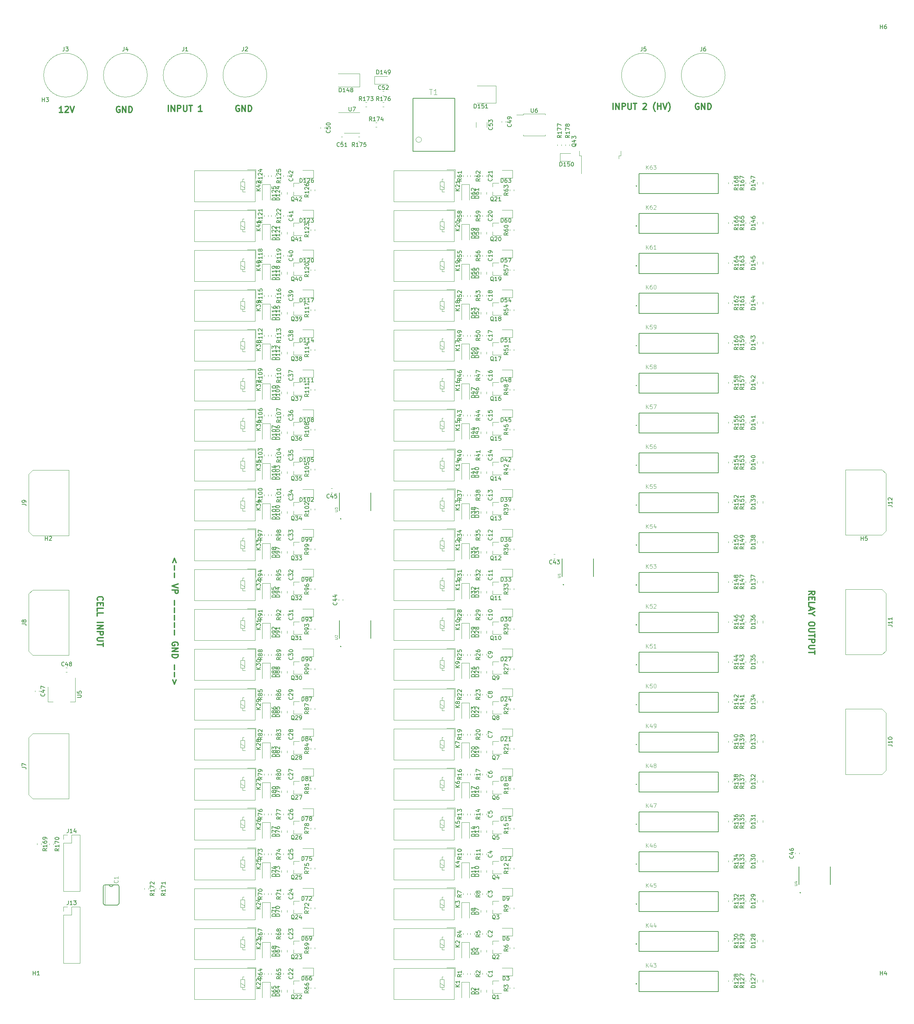
<source format=gbr>
G04 #@! TF.GenerationSoftware,KiCad,Pcbnew,(5.1.6)-1*
G04 #@! TF.CreationDate,2020-08-19T15:45:34-07:00*
G04 #@! TF.ProjectId,relayBoard,72656c61-7942-46f6-9172-642e6b696361,rev?*
G04 #@! TF.SameCoordinates,Original*
G04 #@! TF.FileFunction,Legend,Top*
G04 #@! TF.FilePolarity,Positive*
%FSLAX46Y46*%
G04 Gerber Fmt 4.6, Leading zero omitted, Abs format (unit mm)*
G04 Created by KiCad (PCBNEW (5.1.6)-1) date 2020-08-19 15:45:34*
%MOMM*%
%LPD*%
G01*
G04 APERTURE LIST*
%ADD10C,0.300000*%
%ADD11C,0.200000*%
%ADD12C,0.127000*%
%ADD13C,0.100000*%
%ADD14C,0.050800*%
%ADD15C,0.152400*%
%ADD16C,0.120000*%
%ADD17C,0.015000*%
%ADD18C,0.150000*%
G04 APERTURE END LIST*
D10*
X53915428Y-71935428D02*
X53486857Y-70792571D01*
X53058285Y-71935428D01*
X53486857Y-72649714D02*
X53486857Y-73792571D01*
X53486857Y-74506857D02*
X53486857Y-75649714D01*
X54415428Y-77292571D02*
X52915428Y-77792571D01*
X54415428Y-78292571D01*
X52915428Y-78792571D02*
X54415428Y-78792571D01*
X54415428Y-79364000D01*
X54344000Y-79506857D01*
X54272571Y-79578285D01*
X54129714Y-79649714D01*
X53915428Y-79649714D01*
X53772571Y-79578285D01*
X53701142Y-79506857D01*
X53629714Y-79364000D01*
X53629714Y-78792571D01*
X53486857Y-81435428D02*
X53486857Y-82578285D01*
X53486857Y-83292571D02*
X53486857Y-84435428D01*
X53486857Y-85149714D02*
X53486857Y-86292571D01*
X53486857Y-87006857D02*
X53486857Y-88149714D01*
X53486857Y-88864000D02*
X53486857Y-90006857D01*
X54344000Y-92649714D02*
X54415428Y-92506857D01*
X54415428Y-92292571D01*
X54344000Y-92078285D01*
X54201142Y-91935428D01*
X54058285Y-91864000D01*
X53772571Y-91792571D01*
X53558285Y-91792571D01*
X53272571Y-91864000D01*
X53129714Y-91935428D01*
X52986857Y-92078285D01*
X52915428Y-92292571D01*
X52915428Y-92435428D01*
X52986857Y-92649714D01*
X53058285Y-92721142D01*
X53558285Y-92721142D01*
X53558285Y-92435428D01*
X52915428Y-93364000D02*
X54415428Y-93364000D01*
X52915428Y-94221142D01*
X54415428Y-94221142D01*
X52915428Y-94935428D02*
X54415428Y-94935428D01*
X54415428Y-95292571D01*
X54344000Y-95506857D01*
X54201142Y-95649714D01*
X54058285Y-95721142D01*
X53772571Y-95792571D01*
X53558285Y-95792571D01*
X53272571Y-95721142D01*
X53129714Y-95649714D01*
X52986857Y-95506857D01*
X52915428Y-95292571D01*
X52915428Y-94935428D01*
X53486857Y-97578285D02*
X53486857Y-98721142D01*
X53486857Y-99435428D02*
X53486857Y-100578285D01*
X53915428Y-101292571D02*
X53486857Y-102435428D01*
X53058285Y-101292571D01*
X185039142Y43168000D02*
X184896285Y43239428D01*
X184682000Y43239428D01*
X184467714Y43168000D01*
X184324857Y43025142D01*
X184253428Y42882285D01*
X184182000Y42596571D01*
X184182000Y42382285D01*
X184253428Y42096571D01*
X184324857Y41953714D01*
X184467714Y41810857D01*
X184682000Y41739428D01*
X184824857Y41739428D01*
X185039142Y41810857D01*
X185110571Y41882285D01*
X185110571Y42382285D01*
X184824857Y42382285D01*
X185753428Y41739428D02*
X185753428Y43239428D01*
X186610571Y41739428D01*
X186610571Y43239428D01*
X187324857Y41739428D02*
X187324857Y43239428D01*
X187682000Y43239428D01*
X187896285Y43168000D01*
X188039142Y43025142D01*
X188110571Y42882285D01*
X188182000Y42596571D01*
X188182000Y42382285D01*
X188110571Y42096571D01*
X188039142Y41953714D01*
X187896285Y41810857D01*
X187682000Y41739428D01*
X187324857Y41739428D01*
X163509428Y41739428D02*
X163509428Y43239428D01*
X164223714Y41739428D02*
X164223714Y43239428D01*
X165080857Y41739428D01*
X165080857Y43239428D01*
X165795142Y41739428D02*
X165795142Y43239428D01*
X166366571Y43239428D01*
X166509428Y43168000D01*
X166580857Y43096571D01*
X166652285Y42953714D01*
X166652285Y42739428D01*
X166580857Y42596571D01*
X166509428Y42525142D01*
X166366571Y42453714D01*
X165795142Y42453714D01*
X167295142Y43239428D02*
X167295142Y42025142D01*
X167366571Y41882285D01*
X167438000Y41810857D01*
X167580857Y41739428D01*
X167866571Y41739428D01*
X168009428Y41810857D01*
X168080857Y41882285D01*
X168152285Y42025142D01*
X168152285Y43239428D01*
X168652285Y43239428D02*
X169509428Y43239428D01*
X169080857Y41739428D02*
X169080857Y43239428D01*
X171080857Y43096571D02*
X171152285Y43168000D01*
X171295142Y43239428D01*
X171652285Y43239428D01*
X171795142Y43168000D01*
X171866571Y43096571D01*
X171938000Y42953714D01*
X171938000Y42810857D01*
X171866571Y42596571D01*
X171009428Y41739428D01*
X171938000Y41739428D01*
X174152285Y41168000D02*
X174080857Y41239428D01*
X173938000Y41453714D01*
X173866571Y41596571D01*
X173795142Y41810857D01*
X173723714Y42168000D01*
X173723714Y42453714D01*
X173795142Y42810857D01*
X173866571Y43025142D01*
X173938000Y43168000D01*
X174080857Y43382285D01*
X174152285Y43453714D01*
X174723714Y41739428D02*
X174723714Y43239428D01*
X174723714Y42525142D02*
X175580857Y42525142D01*
X175580857Y41739428D02*
X175580857Y43239428D01*
X176080857Y43239428D02*
X176580857Y41739428D01*
X177080857Y43239428D01*
X177438000Y41168000D02*
X177509428Y41239428D01*
X177652285Y41453714D01*
X177723714Y41596571D01*
X177795142Y41810857D01*
X177866571Y42168000D01*
X177866571Y42453714D01*
X177795142Y42810857D01*
X177723714Y43025142D01*
X177652285Y43168000D01*
X177509428Y43382285D01*
X177438000Y43453714D01*
X69723142Y42660000D02*
X69580285Y42731428D01*
X69366000Y42731428D01*
X69151714Y42660000D01*
X69008857Y42517142D01*
X68937428Y42374285D01*
X68866000Y42088571D01*
X68866000Y41874285D01*
X68937428Y41588571D01*
X69008857Y41445714D01*
X69151714Y41302857D01*
X69366000Y41231428D01*
X69508857Y41231428D01*
X69723142Y41302857D01*
X69794571Y41374285D01*
X69794571Y41874285D01*
X69508857Y41874285D01*
X70437428Y41231428D02*
X70437428Y42731428D01*
X71294571Y41231428D01*
X71294571Y42731428D01*
X72008857Y41231428D02*
X72008857Y42731428D01*
X72366000Y42731428D01*
X72580285Y42660000D01*
X72723142Y42517142D01*
X72794571Y42374285D01*
X72866000Y42088571D01*
X72866000Y41874285D01*
X72794571Y41588571D01*
X72723142Y41445714D01*
X72580285Y41302857D01*
X72366000Y41231428D01*
X72008857Y41231428D01*
X51955428Y41231428D02*
X51955428Y42731428D01*
X52669714Y41231428D02*
X52669714Y42731428D01*
X53526857Y41231428D01*
X53526857Y42731428D01*
X54241142Y41231428D02*
X54241142Y42731428D01*
X54812571Y42731428D01*
X54955428Y42660000D01*
X55026857Y42588571D01*
X55098285Y42445714D01*
X55098285Y42231428D01*
X55026857Y42088571D01*
X54955428Y42017142D01*
X54812571Y41945714D01*
X54241142Y41945714D01*
X55741142Y42731428D02*
X55741142Y41517142D01*
X55812571Y41374285D01*
X55884000Y41302857D01*
X56026857Y41231428D01*
X56312571Y41231428D01*
X56455428Y41302857D01*
X56526857Y41374285D01*
X56598285Y41517142D01*
X56598285Y42731428D01*
X57098285Y42731428D02*
X57955428Y42731428D01*
X57526857Y41231428D02*
X57526857Y42731428D01*
X60384000Y41231428D02*
X59526857Y41231428D01*
X59955428Y41231428D02*
X59955428Y42731428D01*
X59812571Y42517142D01*
X59669714Y42374285D01*
X59526857Y42302857D01*
X39751142Y42406000D02*
X39608285Y42477428D01*
X39394000Y42477428D01*
X39179714Y42406000D01*
X39036857Y42263142D01*
X38965428Y42120285D01*
X38894000Y41834571D01*
X38894000Y41620285D01*
X38965428Y41334571D01*
X39036857Y41191714D01*
X39179714Y41048857D01*
X39394000Y40977428D01*
X39536857Y40977428D01*
X39751142Y41048857D01*
X39822571Y41120285D01*
X39822571Y41620285D01*
X39536857Y41620285D01*
X40465428Y40977428D02*
X40465428Y42477428D01*
X41322571Y40977428D01*
X41322571Y42477428D01*
X42036857Y40977428D02*
X42036857Y42477428D01*
X42394000Y42477428D01*
X42608285Y42406000D01*
X42751142Y42263142D01*
X42822571Y42120285D01*
X42894000Y41834571D01*
X42894000Y41620285D01*
X42822571Y41334571D01*
X42751142Y41191714D01*
X42608285Y41048857D01*
X42394000Y40977428D01*
X42036857Y40977428D01*
X25487428Y40977428D02*
X24630285Y40977428D01*
X25058857Y40977428D02*
X25058857Y42477428D01*
X24916000Y42263142D01*
X24773142Y42120285D01*
X24630285Y42048857D01*
X26058857Y42334571D02*
X26130285Y42406000D01*
X26273142Y42477428D01*
X26630285Y42477428D01*
X26773142Y42406000D01*
X26844571Y42334571D01*
X26916000Y42191714D01*
X26916000Y42048857D01*
X26844571Y41834571D01*
X25987428Y40977428D01*
X26916000Y40977428D01*
X27344571Y42477428D02*
X27844571Y40977428D01*
X28344571Y42477428D01*
X212681428Y-79939428D02*
X213395714Y-79439428D01*
X212681428Y-79082285D02*
X214181428Y-79082285D01*
X214181428Y-79653714D01*
X214110000Y-79796571D01*
X214038571Y-79868000D01*
X213895714Y-79939428D01*
X213681428Y-79939428D01*
X213538571Y-79868000D01*
X213467142Y-79796571D01*
X213395714Y-79653714D01*
X213395714Y-79082285D01*
X213467142Y-80582285D02*
X213467142Y-81082285D01*
X212681428Y-81296571D02*
X212681428Y-80582285D01*
X214181428Y-80582285D01*
X214181428Y-81296571D01*
X212681428Y-82653714D02*
X212681428Y-81939428D01*
X214181428Y-81939428D01*
X213110000Y-83082285D02*
X213110000Y-83796571D01*
X212681428Y-82939428D02*
X214181428Y-83439428D01*
X212681428Y-83939428D01*
X213395714Y-84725142D02*
X212681428Y-84725142D01*
X214181428Y-84225142D02*
X213395714Y-84725142D01*
X214181428Y-85225142D01*
X214181428Y-87153714D02*
X214181428Y-87439428D01*
X214110000Y-87582285D01*
X213967142Y-87725142D01*
X213681428Y-87796571D01*
X213181428Y-87796571D01*
X212895714Y-87725142D01*
X212752857Y-87582285D01*
X212681428Y-87439428D01*
X212681428Y-87153714D01*
X212752857Y-87010857D01*
X212895714Y-86868000D01*
X213181428Y-86796571D01*
X213681428Y-86796571D01*
X213967142Y-86868000D01*
X214110000Y-87010857D01*
X214181428Y-87153714D01*
X214181428Y-88439428D02*
X212967142Y-88439428D01*
X212824285Y-88510857D01*
X212752857Y-88582285D01*
X212681428Y-88725142D01*
X212681428Y-89010857D01*
X212752857Y-89153714D01*
X212824285Y-89225142D01*
X212967142Y-89296571D01*
X214181428Y-89296571D01*
X214181428Y-89796571D02*
X214181428Y-90653714D01*
X212681428Y-90225142D02*
X214181428Y-90225142D01*
X212681428Y-91153714D02*
X214181428Y-91153714D01*
X214181428Y-91725142D01*
X214110000Y-91868000D01*
X214038571Y-91939428D01*
X213895714Y-92010857D01*
X213681428Y-92010857D01*
X213538571Y-91939428D01*
X213467142Y-91868000D01*
X213395714Y-91725142D01*
X213395714Y-91153714D01*
X214181428Y-92653714D02*
X212967142Y-92653714D01*
X212824285Y-92725142D01*
X212752857Y-92796571D01*
X212681428Y-92939428D01*
X212681428Y-93225142D01*
X212752857Y-93368000D01*
X212824285Y-93439428D01*
X212967142Y-93510857D01*
X214181428Y-93510857D01*
X214181428Y-94010857D02*
X214181428Y-94868000D01*
X212681428Y-94439428D02*
X214181428Y-94439428D01*
X34262285Y-81364000D02*
X34190857Y-81292571D01*
X34119428Y-81078285D01*
X34119428Y-80935428D01*
X34190857Y-80721142D01*
X34333714Y-80578285D01*
X34476571Y-80506857D01*
X34762285Y-80435428D01*
X34976571Y-80435428D01*
X35262285Y-80506857D01*
X35405142Y-80578285D01*
X35548000Y-80721142D01*
X35619428Y-80935428D01*
X35619428Y-81078285D01*
X35548000Y-81292571D01*
X35476571Y-81364000D01*
X34905142Y-82006857D02*
X34905142Y-82506857D01*
X34119428Y-82721142D02*
X34119428Y-82006857D01*
X35619428Y-82006857D01*
X35619428Y-82721142D01*
X34119428Y-84078285D02*
X34119428Y-83364000D01*
X35619428Y-83364000D01*
X34119428Y-85292571D02*
X34119428Y-84578285D01*
X35619428Y-84578285D01*
X34119428Y-86935428D02*
X35619428Y-86935428D01*
X34119428Y-87649714D02*
X35619428Y-87649714D01*
X34119428Y-88506857D01*
X35619428Y-88506857D01*
X34119428Y-89221142D02*
X35619428Y-89221142D01*
X35619428Y-89792571D01*
X35548000Y-89935428D01*
X35476571Y-90006857D01*
X35333714Y-90078285D01*
X35119428Y-90078285D01*
X34976571Y-90006857D01*
X34905142Y-89935428D01*
X34833714Y-89792571D01*
X34833714Y-89221142D01*
X35619428Y-90721142D02*
X34405142Y-90721142D01*
X34262285Y-90792571D01*
X34190857Y-90864000D01*
X34119428Y-91006857D01*
X34119428Y-91292571D01*
X34190857Y-91435428D01*
X34262285Y-91506857D01*
X34405142Y-91578285D01*
X35619428Y-91578285D01*
X35619428Y-92078285D02*
X35619428Y-92935428D01*
X34119428Y-92506857D02*
X35619428Y-92506857D01*
D11*
X210622000Y-154668000D02*
G75*
G03*
X210622000Y-154668000I-100000J0D01*
G01*
D12*
X218072000Y-152618000D02*
X218072000Y-148118000D01*
X210172000Y-152618000D02*
X210172000Y-148118000D01*
D11*
X95306000Y-60942000D02*
G75*
G03*
X95306000Y-60942000I-100000J0D01*
G01*
D12*
X102756000Y-58892000D02*
X102756000Y-54392000D01*
X94856000Y-58892000D02*
X94856000Y-54392000D01*
D11*
X95306000Y-92946000D02*
G75*
G03*
X95306000Y-92946000I-100000J0D01*
G01*
D12*
X102756000Y-90896000D02*
X102756000Y-86396000D01*
X94856000Y-90896000D02*
X94856000Y-86396000D01*
D11*
X151186000Y-77452000D02*
G75*
G03*
X151186000Y-77452000I-100000J0D01*
G01*
D12*
X158636000Y-75402000D02*
X158636000Y-70902000D01*
X150736000Y-75402000D02*
X150736000Y-70902000D01*
D13*
X115468400Y34112200D02*
G75*
G03*
X115468400Y34112200I-698500J0D01*
G01*
D12*
X123863100Y44513500D02*
X123863100Y31178500D01*
X113372900Y44513500D02*
X113372900Y31178500D01*
X113372900Y31178500D02*
X123863100Y31178500D01*
X113372900Y44513500D02*
X123863100Y44513500D01*
D14*
X35991800Y-152654000D02*
X35991800Y-157734000D01*
D15*
X37084000Y-152654000D02*
X36017200Y-152654000D01*
X38100000Y-152654000D02*
X37084000Y-152654000D01*
X39166800Y-152654000D02*
X38100000Y-152654000D01*
X36017200Y-157734000D02*
X39166800Y-157734000D01*
X35636200Y-153035000D02*
X35636200Y-157353000D01*
X39547800Y-157353000D02*
X39547800Y-153035000D01*
X38100000Y-152654000D02*
G75*
G02*
X37084000Y-152654000I-508000J0D01*
G01*
X36017200Y-152654000D02*
G75*
G03*
X35636200Y-153035000I0J-381000D01*
G01*
X39547800Y-157353000D02*
G75*
G02*
X39166800Y-157734000I-381000J0D01*
G01*
X39166800Y-152654000D02*
G75*
G02*
X39547800Y-153035000I0J-381000D01*
G01*
X35636200Y-157353000D02*
G75*
G03*
X36017200Y-157734000I381000J0D01*
G01*
D16*
X77492000Y22926000D02*
X77492000Y19026000D01*
X75492000Y22926000D02*
X75492000Y19026000D01*
X77492000Y22926000D02*
X75492000Y22926000D01*
X77492000Y12926000D02*
X77492000Y9026000D01*
X75492000Y12926000D02*
X75492000Y9026000D01*
X77492000Y12926000D02*
X75492000Y12926000D01*
X77492000Y2926000D02*
X77492000Y-974000D01*
X75492000Y2926000D02*
X75492000Y-974000D01*
X77492000Y2926000D02*
X75492000Y2926000D01*
X77492000Y-7074000D02*
X77492000Y-10974000D01*
X75492000Y-7074000D02*
X75492000Y-10974000D01*
X77492000Y-7074000D02*
X75492000Y-7074000D01*
X77492000Y-17074000D02*
X77492000Y-20974000D01*
X75492000Y-17074000D02*
X75492000Y-20974000D01*
X77492000Y-17074000D02*
X75492000Y-17074000D01*
X77492000Y-27074000D02*
X77492000Y-30974000D01*
X75492000Y-27074000D02*
X75492000Y-30974000D01*
X77492000Y-27074000D02*
X75492000Y-27074000D01*
X77492000Y-37074000D02*
X77492000Y-40974000D01*
X75492000Y-37074000D02*
X75492000Y-40974000D01*
X77492000Y-37074000D02*
X75492000Y-37074000D01*
X77492000Y-47074000D02*
X77492000Y-50974000D01*
X75492000Y-47074000D02*
X75492000Y-50974000D01*
X77492000Y-47074000D02*
X75492000Y-47074000D01*
X77492000Y-57074000D02*
X77492000Y-60974000D01*
X75492000Y-57074000D02*
X75492000Y-60974000D01*
X77492000Y-57074000D02*
X75492000Y-57074000D01*
X77492000Y-67074000D02*
X77492000Y-70974000D01*
X75492000Y-67074000D02*
X75492000Y-70974000D01*
X77492000Y-67074000D02*
X75492000Y-67074000D01*
X77492000Y-77074000D02*
X77492000Y-80974000D01*
X75492000Y-77074000D02*
X75492000Y-80974000D01*
X77492000Y-77074000D02*
X75492000Y-77074000D01*
X77492000Y-87074000D02*
X77492000Y-90974000D01*
X75492000Y-87074000D02*
X75492000Y-90974000D01*
X77492000Y-87074000D02*
X75492000Y-87074000D01*
X77492000Y-97074000D02*
X77492000Y-100974000D01*
X75492000Y-97074000D02*
X75492000Y-100974000D01*
X77492000Y-97074000D02*
X75492000Y-97074000D01*
X77492000Y-107074000D02*
X77492000Y-110974000D01*
X75492000Y-107074000D02*
X75492000Y-110974000D01*
X77492000Y-107074000D02*
X75492000Y-107074000D01*
X77492000Y-117074000D02*
X77492000Y-120974000D01*
X75492000Y-117074000D02*
X75492000Y-120974000D01*
X77492000Y-117074000D02*
X75492000Y-117074000D01*
X77492000Y-127074000D02*
X77492000Y-130974000D01*
X75492000Y-127074000D02*
X75492000Y-130974000D01*
X77492000Y-127074000D02*
X75492000Y-127074000D01*
X77492000Y-137074000D02*
X77492000Y-140974000D01*
X75492000Y-137074000D02*
X75492000Y-140974000D01*
X77492000Y-137074000D02*
X75492000Y-137074000D01*
X77492000Y-147074000D02*
X77492000Y-150974000D01*
X75492000Y-147074000D02*
X75492000Y-150974000D01*
X77492000Y-147074000D02*
X75492000Y-147074000D01*
X77492000Y-157074000D02*
X77492000Y-160974000D01*
X75492000Y-157074000D02*
X75492000Y-160974000D01*
X77492000Y-157074000D02*
X75492000Y-157074000D01*
X77492000Y-167074000D02*
X77492000Y-170974000D01*
X75492000Y-167074000D02*
X75492000Y-170974000D01*
X77492000Y-167074000D02*
X75492000Y-167074000D01*
X77492000Y-177074000D02*
X77492000Y-180974000D01*
X75492000Y-177074000D02*
X75492000Y-180974000D01*
X77492000Y-177074000D02*
X75492000Y-177074000D01*
X127492000Y22926000D02*
X127492000Y19026000D01*
X125492000Y22926000D02*
X125492000Y19026000D01*
X127492000Y22926000D02*
X125492000Y22926000D01*
X127492000Y12926000D02*
X127492000Y9026000D01*
X125492000Y12926000D02*
X125492000Y9026000D01*
X127492000Y12926000D02*
X125492000Y12926000D01*
X127492000Y2926000D02*
X127492000Y-974000D01*
X125492000Y2926000D02*
X125492000Y-974000D01*
X127492000Y2926000D02*
X125492000Y2926000D01*
X127492000Y-7074000D02*
X127492000Y-10974000D01*
X125492000Y-7074000D02*
X125492000Y-10974000D01*
X127492000Y-7074000D02*
X125492000Y-7074000D01*
X127492000Y-17074000D02*
X127492000Y-20974000D01*
X125492000Y-17074000D02*
X125492000Y-20974000D01*
X127492000Y-17074000D02*
X125492000Y-17074000D01*
X127492000Y-27074000D02*
X127492000Y-30974000D01*
X125492000Y-27074000D02*
X125492000Y-30974000D01*
X127492000Y-27074000D02*
X125492000Y-27074000D01*
X127492000Y-37074000D02*
X127492000Y-40974000D01*
X125492000Y-37074000D02*
X125492000Y-40974000D01*
X127492000Y-37074000D02*
X125492000Y-37074000D01*
X127492000Y-47074000D02*
X127492000Y-50974000D01*
X125492000Y-47074000D02*
X125492000Y-50974000D01*
X127492000Y-47074000D02*
X125492000Y-47074000D01*
X127492000Y-57074000D02*
X127492000Y-60974000D01*
X125492000Y-57074000D02*
X125492000Y-60974000D01*
X127492000Y-57074000D02*
X125492000Y-57074000D01*
X127492000Y-67074000D02*
X127492000Y-70974000D01*
X125492000Y-67074000D02*
X125492000Y-70974000D01*
X127492000Y-67074000D02*
X125492000Y-67074000D01*
X127492000Y-77074000D02*
X127492000Y-80974000D01*
X125492000Y-77074000D02*
X125492000Y-80974000D01*
X127492000Y-77074000D02*
X125492000Y-77074000D01*
X127492000Y-87074000D02*
X127492000Y-90974000D01*
X125492000Y-87074000D02*
X125492000Y-90974000D01*
X127492000Y-87074000D02*
X125492000Y-87074000D01*
X127492000Y-97074000D02*
X127492000Y-100974000D01*
X125492000Y-97074000D02*
X125492000Y-100974000D01*
X127492000Y-97074000D02*
X125492000Y-97074000D01*
X127492000Y-107074000D02*
X127492000Y-110974000D01*
X125492000Y-107074000D02*
X125492000Y-110974000D01*
X127492000Y-107074000D02*
X125492000Y-107074000D01*
X127492000Y-117074000D02*
X127492000Y-120974000D01*
X125492000Y-117074000D02*
X125492000Y-120974000D01*
X127492000Y-117074000D02*
X125492000Y-117074000D01*
X127492000Y-127074000D02*
X127492000Y-130974000D01*
X125492000Y-127074000D02*
X125492000Y-130974000D01*
X127492000Y-127074000D02*
X125492000Y-127074000D01*
X127492000Y-137074000D02*
X127492000Y-140974000D01*
X125492000Y-137074000D02*
X125492000Y-140974000D01*
X127492000Y-137074000D02*
X125492000Y-137074000D01*
X127492000Y-147074000D02*
X127492000Y-150974000D01*
X125492000Y-147074000D02*
X125492000Y-150974000D01*
X127492000Y-147074000D02*
X125492000Y-147074000D01*
X127492000Y-157074000D02*
X127492000Y-160974000D01*
X125492000Y-157074000D02*
X125492000Y-160974000D01*
X127492000Y-157074000D02*
X125492000Y-157074000D01*
X127492000Y-167074000D02*
X127492000Y-170974000D01*
X125492000Y-167074000D02*
X125492000Y-170974000D01*
X127492000Y-167074000D02*
X125492000Y-167074000D01*
X127492000Y-177074000D02*
X127492000Y-180974000D01*
X125492000Y-177074000D02*
X125492000Y-180974000D01*
X127492000Y-177074000D02*
X125492000Y-177074000D01*
X134190500Y47591000D02*
X134190500Y43341000D01*
X134190500Y47591000D02*
X129380500Y47591000D01*
X129380500Y43341000D02*
X134190500Y43341000D01*
X103718000Y48022000D02*
X103718000Y50022000D01*
X103718000Y48022000D02*
X106918000Y48022000D01*
X106918000Y50022000D02*
X103718000Y50022000D01*
X99920000Y47372000D02*
X94520000Y47372000D01*
X99920000Y50672000D02*
X94520000Y50672000D01*
X99920000Y47372000D02*
X99920000Y50672000D01*
X27008000Y-78755000D02*
X27008000Y-95125000D01*
X17878000Y-78755000D02*
X27008000Y-78755000D01*
X16878000Y-79755000D02*
X17878000Y-78755000D01*
X16878000Y-94125000D02*
X16878000Y-79755000D01*
X17878000Y-95125000D02*
X16878000Y-94125000D01*
X27008000Y-95125000D02*
X17878000Y-95125000D01*
X129196000Y38448064D02*
X129196000Y37243936D01*
X131916000Y38448064D02*
X131916000Y37243936D01*
X152656000Y32603221D02*
X152656000Y32928779D01*
X151636000Y32603221D02*
X151636000Y32928779D01*
X149604000Y32928779D02*
X149604000Y32603221D01*
X150624000Y32928779D02*
X150624000Y32603221D01*
X105755221Y42416000D02*
X106080779Y42416000D01*
X105755221Y43436000D02*
X106080779Y43436000D01*
X99984779Y34800000D02*
X99659221Y34800000D01*
X99984779Y33780000D02*
X99659221Y33780000D01*
X103951721Y37336000D02*
X104277279Y37336000D01*
X103951721Y38356000D02*
X104277279Y38356000D01*
X101437221Y42416000D02*
X101762779Y42416000D01*
X101437221Y43436000D02*
X101762779Y43436000D01*
X45972000Y-153507221D02*
X45972000Y-153832779D01*
X46992000Y-153507221D02*
X46992000Y-153832779D01*
X48766000Y-153507221D02*
X48766000Y-153832779D01*
X49786000Y-153507221D02*
X49786000Y-153832779D01*
X22096000Y-142331221D02*
X22096000Y-142656779D01*
X23116000Y-142331221D02*
X23116000Y-142656779D01*
X19048000Y-142305721D02*
X19048000Y-142631279D01*
X20068000Y-142305721D02*
X20068000Y-142631279D01*
X192530000Y23378779D02*
X192530000Y23053221D01*
X193550000Y23378779D02*
X193550000Y23053221D01*
X197868000Y23053221D02*
X197868000Y23378779D01*
X196848000Y23053221D02*
X196848000Y23378779D01*
X192530000Y13378779D02*
X192530000Y13053221D01*
X193550000Y13378779D02*
X193550000Y13053221D01*
X197868000Y13053221D02*
X197868000Y13378779D01*
X196848000Y13053221D02*
X196848000Y13378779D01*
X192530000Y3378779D02*
X192530000Y3053221D01*
X193550000Y3378779D02*
X193550000Y3053221D01*
X197868000Y3053221D02*
X197868000Y3378779D01*
X196848000Y3053221D02*
X196848000Y3378779D01*
X192530000Y-6621221D02*
X192530000Y-6946779D01*
X193550000Y-6621221D02*
X193550000Y-6946779D01*
X197868000Y-6946779D02*
X197868000Y-6621221D01*
X196848000Y-6946779D02*
X196848000Y-6621221D01*
X192530000Y-16621221D02*
X192530000Y-16946779D01*
X193550000Y-16621221D02*
X193550000Y-16946779D01*
X197868000Y-16946779D02*
X197868000Y-16621221D01*
X196848000Y-16946779D02*
X196848000Y-16621221D01*
X192530000Y-26621221D02*
X192530000Y-26946779D01*
X193550000Y-26621221D02*
X193550000Y-26946779D01*
X197868000Y-26946779D02*
X197868000Y-26621221D01*
X196848000Y-26946779D02*
X196848000Y-26621221D01*
X192530000Y-36621221D02*
X192530000Y-36946779D01*
X193550000Y-36621221D02*
X193550000Y-36946779D01*
X197868000Y-36946779D02*
X197868000Y-36621221D01*
X196848000Y-36946779D02*
X196848000Y-36621221D01*
X192530000Y-46621221D02*
X192530000Y-46946779D01*
X193550000Y-46621221D02*
X193550000Y-46946779D01*
X197868000Y-46946779D02*
X197868000Y-46621221D01*
X196848000Y-46946779D02*
X196848000Y-46621221D01*
X192530000Y-56621221D02*
X192530000Y-56946779D01*
X193550000Y-56621221D02*
X193550000Y-56946779D01*
X197868000Y-56946779D02*
X197868000Y-56621221D01*
X196848000Y-56946779D02*
X196848000Y-56621221D01*
X192530000Y-66621221D02*
X192530000Y-66946779D01*
X193550000Y-66621221D02*
X193550000Y-66946779D01*
X197868000Y-66946779D02*
X197868000Y-66621221D01*
X196848000Y-66946779D02*
X196848000Y-66621221D01*
X192530000Y-76621221D02*
X192530000Y-76946779D01*
X193550000Y-76621221D02*
X193550000Y-76946779D01*
X197868000Y-76946779D02*
X197868000Y-76621221D01*
X196848000Y-76946779D02*
X196848000Y-76621221D01*
X192530000Y-86621221D02*
X192530000Y-86946779D01*
X193550000Y-86621221D02*
X193550000Y-86946779D01*
X197868000Y-86946779D02*
X197868000Y-86621221D01*
X196848000Y-86946779D02*
X196848000Y-86621221D01*
X192530000Y-96621221D02*
X192530000Y-96946779D01*
X193550000Y-96621221D02*
X193550000Y-96946779D01*
X197868000Y-96946779D02*
X197868000Y-96621221D01*
X196848000Y-96946779D02*
X196848000Y-96621221D01*
X192530000Y-106621221D02*
X192530000Y-106946779D01*
X193550000Y-106621221D02*
X193550000Y-106946779D01*
X197868000Y-106946779D02*
X197868000Y-106621221D01*
X196848000Y-106946779D02*
X196848000Y-106621221D01*
X192530000Y-116621221D02*
X192530000Y-116946779D01*
X193550000Y-116621221D02*
X193550000Y-116946779D01*
X197868000Y-116946779D02*
X197868000Y-116621221D01*
X196848000Y-116946779D02*
X196848000Y-116621221D01*
X192530000Y-126621221D02*
X192530000Y-126946779D01*
X193550000Y-126621221D02*
X193550000Y-126946779D01*
X197868000Y-126946779D02*
X197868000Y-126621221D01*
X196848000Y-126946779D02*
X196848000Y-126621221D01*
X192530000Y-136621221D02*
X192530000Y-136946779D01*
X193550000Y-136621221D02*
X193550000Y-136946779D01*
X197868000Y-136946779D02*
X197868000Y-136621221D01*
X196848000Y-136946779D02*
X196848000Y-136621221D01*
X192530000Y-146621221D02*
X192530000Y-146946779D01*
X193550000Y-146621221D02*
X193550000Y-146946779D01*
X197868000Y-146946779D02*
X197868000Y-146621221D01*
X196848000Y-146946779D02*
X196848000Y-146621221D01*
X192530000Y-156621221D02*
X192530000Y-156946779D01*
X193550000Y-156621221D02*
X193550000Y-156946779D01*
X197868000Y-156946779D02*
X197868000Y-156621221D01*
X196848000Y-156946779D02*
X196848000Y-156621221D01*
X192530000Y-166621221D02*
X192530000Y-166946779D01*
X193550000Y-166621221D02*
X193550000Y-166946779D01*
X197868000Y-166946779D02*
X197868000Y-166621221D01*
X196848000Y-166946779D02*
X196848000Y-166621221D01*
X192530000Y-176621221D02*
X192530000Y-176946779D01*
X193550000Y-176621221D02*
X193550000Y-176946779D01*
X197868000Y-176946779D02*
X197868000Y-176621221D01*
X196848000Y-176946779D02*
X196848000Y-176621221D01*
X88686000Y21275221D02*
X88686000Y21600779D01*
X87666000Y21275221D02*
X87666000Y21600779D01*
X77760000Y25156779D02*
X77760000Y24831221D01*
X78780000Y25156779D02*
X78780000Y24831221D01*
X77002000Y24831221D02*
X77002000Y25156779D01*
X75982000Y24831221D02*
X75982000Y25156779D01*
X88686000Y11275221D02*
X88686000Y11600779D01*
X87666000Y11275221D02*
X87666000Y11600779D01*
X77760000Y15156779D02*
X77760000Y14831221D01*
X78780000Y15156779D02*
X78780000Y14831221D01*
X77002000Y14831221D02*
X77002000Y15156779D01*
X75982000Y14831221D02*
X75982000Y15156779D01*
X88686000Y1275221D02*
X88686000Y1600779D01*
X87666000Y1275221D02*
X87666000Y1600779D01*
X77760000Y5156779D02*
X77760000Y4831221D01*
X78780000Y5156779D02*
X78780000Y4831221D01*
X77002000Y4831221D02*
X77002000Y5156779D01*
X75982000Y4831221D02*
X75982000Y5156779D01*
X88686000Y-8724779D02*
X88686000Y-8399221D01*
X87666000Y-8724779D02*
X87666000Y-8399221D01*
X77760000Y-4843221D02*
X77760000Y-5168779D01*
X78780000Y-4843221D02*
X78780000Y-5168779D01*
X150207000Y28758000D02*
X152892000Y28758000D01*
X150207000Y30678000D02*
X150207000Y28758000D01*
X152892000Y30678000D02*
X150207000Y30678000D01*
X201116000Y22957422D02*
X201116000Y23474578D01*
X199696000Y22957422D02*
X199696000Y23474578D01*
X201116000Y12957422D02*
X201116000Y13474578D01*
X199696000Y12957422D02*
X199696000Y13474578D01*
X201116000Y2957422D02*
X201116000Y3474578D01*
X199696000Y2957422D02*
X199696000Y3474578D01*
X201116000Y-7042578D02*
X201116000Y-6525422D01*
X199696000Y-7042578D02*
X199696000Y-6525422D01*
X201116000Y-17042578D02*
X201116000Y-16525422D01*
X199696000Y-17042578D02*
X199696000Y-16525422D01*
X201116000Y-27042578D02*
X201116000Y-26525422D01*
X199696000Y-27042578D02*
X199696000Y-26525422D01*
X201116000Y-37042578D02*
X201116000Y-36525422D01*
X199696000Y-37042578D02*
X199696000Y-36525422D01*
X201116000Y-47042578D02*
X201116000Y-46525422D01*
X199696000Y-47042578D02*
X199696000Y-46525422D01*
X201116000Y-57042578D02*
X201116000Y-56525422D01*
X199696000Y-57042578D02*
X199696000Y-56525422D01*
X201116000Y-67042578D02*
X201116000Y-66525422D01*
X199696000Y-67042578D02*
X199696000Y-66525422D01*
X201116000Y-77042578D02*
X201116000Y-76525422D01*
X199696000Y-77042578D02*
X199696000Y-76525422D01*
X201116000Y-87042578D02*
X201116000Y-86525422D01*
X199696000Y-87042578D02*
X199696000Y-86525422D01*
X201116000Y-97042578D02*
X201116000Y-96525422D01*
X199696000Y-97042578D02*
X199696000Y-96525422D01*
X201116000Y-107042578D02*
X201116000Y-106525422D01*
X199696000Y-107042578D02*
X199696000Y-106525422D01*
X201116000Y-117042578D02*
X201116000Y-116525422D01*
X199696000Y-117042578D02*
X199696000Y-116525422D01*
X201116000Y-127042578D02*
X201116000Y-126525422D01*
X199696000Y-127042578D02*
X199696000Y-126525422D01*
X201116000Y-137042578D02*
X201116000Y-136525422D01*
X199696000Y-137042578D02*
X199696000Y-136525422D01*
X201116000Y-147042578D02*
X201116000Y-146525422D01*
X199696000Y-147042578D02*
X199696000Y-146525422D01*
X201116000Y-157042578D02*
X201116000Y-156525422D01*
X199696000Y-157042578D02*
X199696000Y-156525422D01*
X201116000Y-167042578D02*
X201116000Y-166525422D01*
X199696000Y-167042578D02*
X199696000Y-166525422D01*
X201116000Y-177042578D02*
X201116000Y-176525422D01*
X199696000Y-177042578D02*
X199696000Y-176525422D01*
X88337000Y26462000D02*
X85652000Y26462000D01*
X88337000Y24542000D02*
X88337000Y26462000D01*
X85652000Y24542000D02*
X88337000Y24542000D01*
X81774000Y20417422D02*
X81774000Y20934578D01*
X80354000Y20417422D02*
X80354000Y20934578D01*
X88337000Y16462000D02*
X85652000Y16462000D01*
X88337000Y14542000D02*
X88337000Y16462000D01*
X85652000Y14542000D02*
X88337000Y14542000D01*
X81774000Y10417422D02*
X81774000Y10934578D01*
X80354000Y10417422D02*
X80354000Y10934578D01*
X88337000Y6462000D02*
X85652000Y6462000D01*
X88337000Y4542000D02*
X88337000Y6462000D01*
X85652000Y4542000D02*
X88337000Y4542000D01*
X81774000Y417422D02*
X81774000Y934578D01*
X80354000Y417422D02*
X80354000Y934578D01*
X88337000Y-3538000D02*
X85652000Y-3538000D01*
X88337000Y-5458000D02*
X88337000Y-3538000D01*
X85652000Y-5458000D02*
X88337000Y-5458000D01*
X81774000Y-9582578D02*
X81774000Y-9065422D01*
X80354000Y-9582578D02*
X80354000Y-9065422D01*
X88337000Y-13538000D02*
X85652000Y-13538000D01*
X88337000Y-15458000D02*
X88337000Y-13538000D01*
X85652000Y-15458000D02*
X88337000Y-15458000D01*
X81774000Y-19582578D02*
X81774000Y-19065422D01*
X80354000Y-19582578D02*
X80354000Y-19065422D01*
X88337000Y-23538000D02*
X85652000Y-23538000D01*
X88337000Y-25458000D02*
X88337000Y-23538000D01*
X85652000Y-25458000D02*
X88337000Y-25458000D01*
X81774000Y-29582578D02*
X81774000Y-29065422D01*
X80354000Y-29582578D02*
X80354000Y-29065422D01*
X88337000Y-33538000D02*
X85652000Y-33538000D01*
X88337000Y-35458000D02*
X88337000Y-33538000D01*
X85652000Y-35458000D02*
X88337000Y-35458000D01*
X81774000Y-39582578D02*
X81774000Y-39065422D01*
X80354000Y-39582578D02*
X80354000Y-39065422D01*
X88337000Y-43538000D02*
X85652000Y-43538000D01*
X88337000Y-45458000D02*
X88337000Y-43538000D01*
X85652000Y-45458000D02*
X88337000Y-45458000D01*
X81774000Y-49582578D02*
X81774000Y-49065422D01*
X80354000Y-49582578D02*
X80354000Y-49065422D01*
X88337000Y-53538000D02*
X85652000Y-53538000D01*
X88337000Y-55458000D02*
X88337000Y-53538000D01*
X85652000Y-55458000D02*
X88337000Y-55458000D01*
X81774000Y-59582578D02*
X81774000Y-59065422D01*
X80354000Y-59582578D02*
X80354000Y-59065422D01*
X88337000Y-63538000D02*
X85652000Y-63538000D01*
X88337000Y-65458000D02*
X88337000Y-63538000D01*
X85652000Y-65458000D02*
X88337000Y-65458000D01*
X81774000Y-69582578D02*
X81774000Y-69065422D01*
X80354000Y-69582578D02*
X80354000Y-69065422D01*
X88337000Y-73538000D02*
X85652000Y-73538000D01*
X88337000Y-75458000D02*
X88337000Y-73538000D01*
X85652000Y-75458000D02*
X88337000Y-75458000D01*
X81774000Y-79582578D02*
X81774000Y-79065422D01*
X80354000Y-79582578D02*
X80354000Y-79065422D01*
X88337000Y-83538000D02*
X85652000Y-83538000D01*
X88337000Y-85458000D02*
X88337000Y-83538000D01*
X85652000Y-85458000D02*
X88337000Y-85458000D01*
X81774000Y-89582578D02*
X81774000Y-89065422D01*
X80354000Y-89582578D02*
X80354000Y-89065422D01*
X88337000Y-93538000D02*
X85652000Y-93538000D01*
X88337000Y-95458000D02*
X88337000Y-93538000D01*
X85652000Y-95458000D02*
X88337000Y-95458000D01*
X81774000Y-99582578D02*
X81774000Y-99065422D01*
X80354000Y-99582578D02*
X80354000Y-99065422D01*
X81774000Y-109582578D02*
X81774000Y-109065422D01*
X80354000Y-109582578D02*
X80354000Y-109065422D01*
X88337000Y-113538000D02*
X85652000Y-113538000D01*
X88337000Y-115458000D02*
X88337000Y-113538000D01*
X85652000Y-115458000D02*
X88337000Y-115458000D01*
X81774000Y-129582578D02*
X81774000Y-129065422D01*
X80354000Y-129582578D02*
X80354000Y-129065422D01*
X88337000Y-133538000D02*
X85652000Y-133538000D01*
X88337000Y-135458000D02*
X88337000Y-133538000D01*
X85652000Y-135458000D02*
X88337000Y-135458000D01*
X81774000Y-149582578D02*
X81774000Y-149065422D01*
X80354000Y-149582578D02*
X80354000Y-149065422D01*
X88337000Y-153538000D02*
X85652000Y-153538000D01*
X88337000Y-155458000D02*
X88337000Y-153538000D01*
X85652000Y-155458000D02*
X88337000Y-155458000D01*
X81774000Y-169582578D02*
X81774000Y-169065422D01*
X80354000Y-169582578D02*
X80354000Y-169065422D01*
X88337000Y-173538000D02*
X85652000Y-173538000D01*
X88337000Y-175458000D02*
X88337000Y-173538000D01*
X85652000Y-175458000D02*
X88337000Y-175458000D01*
X131774000Y20417422D02*
X131774000Y20934578D01*
X130354000Y20417422D02*
X130354000Y20934578D01*
X138337000Y16462000D02*
X135652000Y16462000D01*
X138337000Y14542000D02*
X138337000Y16462000D01*
X135652000Y14542000D02*
X138337000Y14542000D01*
X131774000Y417422D02*
X131774000Y934578D01*
X130354000Y417422D02*
X130354000Y934578D01*
X138337000Y-3538000D02*
X135652000Y-3538000D01*
X138337000Y-5458000D02*
X138337000Y-3538000D01*
X135652000Y-5458000D02*
X138337000Y-5458000D01*
X131774000Y-19582578D02*
X131774000Y-19065422D01*
X130354000Y-19582578D02*
X130354000Y-19065422D01*
X138337000Y-23538000D02*
X135652000Y-23538000D01*
X138337000Y-25458000D02*
X138337000Y-23538000D01*
X135652000Y-25458000D02*
X138337000Y-25458000D01*
X131774000Y-39582578D02*
X131774000Y-39065422D01*
X130354000Y-39582578D02*
X130354000Y-39065422D01*
X138337000Y-43538000D02*
X135652000Y-43538000D01*
X138337000Y-45458000D02*
X138337000Y-43538000D01*
X135652000Y-45458000D02*
X138337000Y-45458000D01*
X131774000Y-59582578D02*
X131774000Y-59065422D01*
X130354000Y-59582578D02*
X130354000Y-59065422D01*
X138337000Y-63538000D02*
X135652000Y-63538000D01*
X138337000Y-65458000D02*
X138337000Y-63538000D01*
X135652000Y-65458000D02*
X138337000Y-65458000D01*
X131774000Y-79582578D02*
X131774000Y-79065422D01*
X130354000Y-79582578D02*
X130354000Y-79065422D01*
X138337000Y-83538000D02*
X135652000Y-83538000D01*
X138337000Y-85458000D02*
X138337000Y-83538000D01*
X135652000Y-85458000D02*
X138337000Y-85458000D01*
X131774000Y-99582578D02*
X131774000Y-99065422D01*
X130354000Y-99582578D02*
X130354000Y-99065422D01*
X138337000Y-103538000D02*
X135652000Y-103538000D01*
X138337000Y-105458000D02*
X138337000Y-103538000D01*
X135652000Y-105458000D02*
X138337000Y-105458000D01*
X131774000Y-119582578D02*
X131774000Y-119065422D01*
X130354000Y-119582578D02*
X130354000Y-119065422D01*
X138337000Y-123538000D02*
X135652000Y-123538000D01*
X138337000Y-125458000D02*
X138337000Y-123538000D01*
X135652000Y-125458000D02*
X138337000Y-125458000D01*
X131774000Y-139582578D02*
X131774000Y-139065422D01*
X130354000Y-139582578D02*
X130354000Y-139065422D01*
X138337000Y-143538000D02*
X135652000Y-143538000D01*
X138337000Y-145458000D02*
X138337000Y-143538000D01*
X135652000Y-145458000D02*
X138337000Y-145458000D01*
X131774000Y-159582578D02*
X131774000Y-159065422D01*
X130354000Y-159582578D02*
X130354000Y-159065422D01*
X138337000Y-163538000D02*
X135652000Y-163538000D01*
X138337000Y-165458000D02*
X138337000Y-163538000D01*
X135652000Y-165458000D02*
X138337000Y-165458000D01*
X131774000Y-179582578D02*
X131774000Y-179065422D01*
X130354000Y-179582578D02*
X130354000Y-179065422D01*
X71120000Y21667000D02*
X70104000Y21667000D01*
X70104000Y23572000D02*
X70104000Y21667000D01*
X71120000Y23572000D02*
X70104000Y23572000D01*
X71120000Y21667000D02*
X71120000Y23572000D01*
X70612000Y21032000D02*
X70612000Y21667000D01*
X71247000Y21032000D02*
X70612000Y21032000D01*
X70612000Y24294000D02*
X70612000Y23572000D01*
X70890000Y24294000D02*
X70612000Y24294000D01*
X71120000Y22048000D02*
X70104000Y22683000D01*
X73690000Y26394000D02*
X73690000Y18594000D01*
X73690000Y18594000D02*
X58490000Y18594000D01*
X58490000Y18594000D02*
X58490000Y26394000D01*
X58490000Y26394000D02*
X73690000Y26394000D01*
X71790000Y26594000D02*
X73890000Y26594000D01*
X73890000Y26594000D02*
X73890000Y24394000D01*
X71120000Y11667000D02*
X70104000Y11667000D01*
X70104000Y13572000D02*
X70104000Y11667000D01*
X71120000Y13572000D02*
X70104000Y13572000D01*
X71120000Y11667000D02*
X71120000Y13572000D01*
X70612000Y11032000D02*
X70612000Y11667000D01*
X71247000Y11032000D02*
X70612000Y11032000D01*
X70612000Y14294000D02*
X70612000Y13572000D01*
X70890000Y14294000D02*
X70612000Y14294000D01*
X71120000Y12048000D02*
X70104000Y12683000D01*
X73690000Y16394000D02*
X73690000Y8594000D01*
X73690000Y8594000D02*
X58490000Y8594000D01*
X58490000Y8594000D02*
X58490000Y16394000D01*
X58490000Y16394000D02*
X73690000Y16394000D01*
X71790000Y16594000D02*
X73890000Y16594000D01*
X73890000Y16594000D02*
X73890000Y14394000D01*
X71120000Y1667000D02*
X70104000Y1667000D01*
X70104000Y3572000D02*
X70104000Y1667000D01*
X71120000Y3572000D02*
X70104000Y3572000D01*
X71120000Y1667000D02*
X71120000Y3572000D01*
X70612000Y1032000D02*
X70612000Y1667000D01*
X71247000Y1032000D02*
X70612000Y1032000D01*
X70612000Y4294000D02*
X70612000Y3572000D01*
X70890000Y4294000D02*
X70612000Y4294000D01*
X71120000Y2048000D02*
X70104000Y2683000D01*
X73690000Y6394000D02*
X73690000Y-1406000D01*
X73690000Y-1406000D02*
X58490000Y-1406000D01*
X58490000Y-1406000D02*
X58490000Y6394000D01*
X58490000Y6394000D02*
X73690000Y6394000D01*
X71790000Y6594000D02*
X73890000Y6594000D01*
X73890000Y6594000D02*
X73890000Y4394000D01*
X71120000Y-8333000D02*
X70104000Y-8333000D01*
X70104000Y-6428000D02*
X70104000Y-8333000D01*
X71120000Y-6428000D02*
X70104000Y-6428000D01*
X71120000Y-8333000D02*
X71120000Y-6428000D01*
X70612000Y-8968000D02*
X70612000Y-8333000D01*
X71247000Y-8968000D02*
X70612000Y-8968000D01*
X70612000Y-5706000D02*
X70612000Y-6428000D01*
X70890000Y-5706000D02*
X70612000Y-5706000D01*
X71120000Y-7952000D02*
X70104000Y-7317000D01*
X73690000Y-3606000D02*
X73690000Y-11406000D01*
X73690000Y-11406000D02*
X58490000Y-11406000D01*
X58490000Y-11406000D02*
X58490000Y-3606000D01*
X58490000Y-3606000D02*
X73690000Y-3606000D01*
X71790000Y-3406000D02*
X73890000Y-3406000D01*
X73890000Y-3406000D02*
X73890000Y-5606000D01*
X71120000Y-18333000D02*
X70104000Y-18333000D01*
X70104000Y-16428000D02*
X70104000Y-18333000D01*
X71120000Y-16428000D02*
X70104000Y-16428000D01*
X71120000Y-18333000D02*
X71120000Y-16428000D01*
X70612000Y-18968000D02*
X70612000Y-18333000D01*
X71247000Y-18968000D02*
X70612000Y-18968000D01*
X70612000Y-15706000D02*
X70612000Y-16428000D01*
X70890000Y-15706000D02*
X70612000Y-15706000D01*
X71120000Y-17952000D02*
X70104000Y-17317000D01*
X73690000Y-13606000D02*
X73690000Y-21406000D01*
X73690000Y-21406000D02*
X58490000Y-21406000D01*
X58490000Y-21406000D02*
X58490000Y-13606000D01*
X58490000Y-13606000D02*
X73690000Y-13606000D01*
X71790000Y-13406000D02*
X73890000Y-13406000D01*
X73890000Y-13406000D02*
X73890000Y-15606000D01*
X71120000Y-28333000D02*
X70104000Y-28333000D01*
X70104000Y-26428000D02*
X70104000Y-28333000D01*
X71120000Y-26428000D02*
X70104000Y-26428000D01*
X71120000Y-28333000D02*
X71120000Y-26428000D01*
X70612000Y-28968000D02*
X70612000Y-28333000D01*
X71247000Y-28968000D02*
X70612000Y-28968000D01*
X70612000Y-25706000D02*
X70612000Y-26428000D01*
X70890000Y-25706000D02*
X70612000Y-25706000D01*
X71120000Y-27952000D02*
X70104000Y-27317000D01*
X73690000Y-23606000D02*
X73690000Y-31406000D01*
X73690000Y-31406000D02*
X58490000Y-31406000D01*
X58490000Y-31406000D02*
X58490000Y-23606000D01*
X58490000Y-23606000D02*
X73690000Y-23606000D01*
X71790000Y-23406000D02*
X73890000Y-23406000D01*
X73890000Y-23406000D02*
X73890000Y-25606000D01*
X71120000Y-38333000D02*
X70104000Y-38333000D01*
X70104000Y-36428000D02*
X70104000Y-38333000D01*
X71120000Y-36428000D02*
X70104000Y-36428000D01*
X71120000Y-38333000D02*
X71120000Y-36428000D01*
X70612000Y-38968000D02*
X70612000Y-38333000D01*
X71247000Y-38968000D02*
X70612000Y-38968000D01*
X70612000Y-35706000D02*
X70612000Y-36428000D01*
X70890000Y-35706000D02*
X70612000Y-35706000D01*
X71120000Y-37952000D02*
X70104000Y-37317000D01*
X73690000Y-33606000D02*
X73690000Y-41406000D01*
X73690000Y-41406000D02*
X58490000Y-41406000D01*
X58490000Y-41406000D02*
X58490000Y-33606000D01*
X58490000Y-33606000D02*
X73690000Y-33606000D01*
X71790000Y-33406000D02*
X73890000Y-33406000D01*
X73890000Y-33406000D02*
X73890000Y-35606000D01*
X71120000Y-48333000D02*
X70104000Y-48333000D01*
X70104000Y-46428000D02*
X70104000Y-48333000D01*
X71120000Y-46428000D02*
X70104000Y-46428000D01*
X71120000Y-48333000D02*
X71120000Y-46428000D01*
X70612000Y-48968000D02*
X70612000Y-48333000D01*
X71247000Y-48968000D02*
X70612000Y-48968000D01*
X70612000Y-45706000D02*
X70612000Y-46428000D01*
X70890000Y-45706000D02*
X70612000Y-45706000D01*
X71120000Y-47952000D02*
X70104000Y-47317000D01*
X73690000Y-43606000D02*
X73690000Y-51406000D01*
X73690000Y-51406000D02*
X58490000Y-51406000D01*
X58490000Y-51406000D02*
X58490000Y-43606000D01*
X58490000Y-43606000D02*
X73690000Y-43606000D01*
X71790000Y-43406000D02*
X73890000Y-43406000D01*
X73890000Y-43406000D02*
X73890000Y-45606000D01*
X71120000Y-58333000D02*
X70104000Y-58333000D01*
X70104000Y-56428000D02*
X70104000Y-58333000D01*
X71120000Y-56428000D02*
X70104000Y-56428000D01*
X71120000Y-58333000D02*
X71120000Y-56428000D01*
X70612000Y-58968000D02*
X70612000Y-58333000D01*
X71247000Y-58968000D02*
X70612000Y-58968000D01*
X70612000Y-55706000D02*
X70612000Y-56428000D01*
X70890000Y-55706000D02*
X70612000Y-55706000D01*
X71120000Y-57952000D02*
X70104000Y-57317000D01*
X73690000Y-53606000D02*
X73690000Y-61406000D01*
X73690000Y-61406000D02*
X58490000Y-61406000D01*
X58490000Y-61406000D02*
X58490000Y-53606000D01*
X58490000Y-53606000D02*
X73690000Y-53606000D01*
X71790000Y-53406000D02*
X73890000Y-53406000D01*
X73890000Y-53406000D02*
X73890000Y-55606000D01*
X71120000Y-68333000D02*
X70104000Y-68333000D01*
X70104000Y-66428000D02*
X70104000Y-68333000D01*
X71120000Y-66428000D02*
X70104000Y-66428000D01*
X71120000Y-68333000D02*
X71120000Y-66428000D01*
X70612000Y-68968000D02*
X70612000Y-68333000D01*
X71247000Y-68968000D02*
X70612000Y-68968000D01*
X70612000Y-65706000D02*
X70612000Y-66428000D01*
X70890000Y-65706000D02*
X70612000Y-65706000D01*
X71120000Y-67952000D02*
X70104000Y-67317000D01*
X73690000Y-63606000D02*
X73690000Y-71406000D01*
X73690000Y-71406000D02*
X58490000Y-71406000D01*
X58490000Y-71406000D02*
X58490000Y-63606000D01*
X58490000Y-63606000D02*
X73690000Y-63606000D01*
X71790000Y-63406000D02*
X73890000Y-63406000D01*
X73890000Y-63406000D02*
X73890000Y-65606000D01*
X71120000Y-78333000D02*
X70104000Y-78333000D01*
X70104000Y-76428000D02*
X70104000Y-78333000D01*
X71120000Y-76428000D02*
X70104000Y-76428000D01*
X71120000Y-78333000D02*
X71120000Y-76428000D01*
X70612000Y-78968000D02*
X70612000Y-78333000D01*
X71247000Y-78968000D02*
X70612000Y-78968000D01*
X70612000Y-75706000D02*
X70612000Y-76428000D01*
X70890000Y-75706000D02*
X70612000Y-75706000D01*
X71120000Y-77952000D02*
X70104000Y-77317000D01*
X73690000Y-73606000D02*
X73690000Y-81406000D01*
X73690000Y-81406000D02*
X58490000Y-81406000D01*
X58490000Y-81406000D02*
X58490000Y-73606000D01*
X58490000Y-73606000D02*
X73690000Y-73606000D01*
X71790000Y-73406000D02*
X73890000Y-73406000D01*
X73890000Y-73406000D02*
X73890000Y-75606000D01*
X71120000Y-88333000D02*
X70104000Y-88333000D01*
X70104000Y-86428000D02*
X70104000Y-88333000D01*
X71120000Y-86428000D02*
X70104000Y-86428000D01*
X71120000Y-88333000D02*
X71120000Y-86428000D01*
X70612000Y-88968000D02*
X70612000Y-88333000D01*
X71247000Y-88968000D02*
X70612000Y-88968000D01*
X70612000Y-85706000D02*
X70612000Y-86428000D01*
X70890000Y-85706000D02*
X70612000Y-85706000D01*
X71120000Y-87952000D02*
X70104000Y-87317000D01*
X73690000Y-83606000D02*
X73690000Y-91406000D01*
X73690000Y-91406000D02*
X58490000Y-91406000D01*
X58490000Y-91406000D02*
X58490000Y-83606000D01*
X58490000Y-83606000D02*
X73690000Y-83606000D01*
X71790000Y-83406000D02*
X73890000Y-83406000D01*
X73890000Y-83406000D02*
X73890000Y-85606000D01*
X71120000Y-98333000D02*
X70104000Y-98333000D01*
X70104000Y-96428000D02*
X70104000Y-98333000D01*
X71120000Y-96428000D02*
X70104000Y-96428000D01*
X71120000Y-98333000D02*
X71120000Y-96428000D01*
X70612000Y-98968000D02*
X70612000Y-98333000D01*
X71247000Y-98968000D02*
X70612000Y-98968000D01*
X70612000Y-95706000D02*
X70612000Y-96428000D01*
X70890000Y-95706000D02*
X70612000Y-95706000D01*
X71120000Y-97952000D02*
X70104000Y-97317000D01*
X73690000Y-93606000D02*
X73690000Y-101406000D01*
X73690000Y-101406000D02*
X58490000Y-101406000D01*
X58490000Y-101406000D02*
X58490000Y-93606000D01*
X58490000Y-93606000D02*
X73690000Y-93606000D01*
X71790000Y-93406000D02*
X73890000Y-93406000D01*
X73890000Y-93406000D02*
X73890000Y-95606000D01*
X71120000Y-108333000D02*
X70104000Y-108333000D01*
X70104000Y-106428000D02*
X70104000Y-108333000D01*
X71120000Y-106428000D02*
X70104000Y-106428000D01*
X71120000Y-108333000D02*
X71120000Y-106428000D01*
X70612000Y-108968000D02*
X70612000Y-108333000D01*
X71247000Y-108968000D02*
X70612000Y-108968000D01*
X70612000Y-105706000D02*
X70612000Y-106428000D01*
X70890000Y-105706000D02*
X70612000Y-105706000D01*
X71120000Y-107952000D02*
X70104000Y-107317000D01*
X73690000Y-103606000D02*
X73690000Y-111406000D01*
X73690000Y-111406000D02*
X58490000Y-111406000D01*
X58490000Y-111406000D02*
X58490000Y-103606000D01*
X58490000Y-103606000D02*
X73690000Y-103606000D01*
X71790000Y-103406000D02*
X73890000Y-103406000D01*
X73890000Y-103406000D02*
X73890000Y-105606000D01*
X71120000Y-118333000D02*
X70104000Y-118333000D01*
X70104000Y-116428000D02*
X70104000Y-118333000D01*
X71120000Y-116428000D02*
X70104000Y-116428000D01*
X71120000Y-118333000D02*
X71120000Y-116428000D01*
X70612000Y-118968000D02*
X70612000Y-118333000D01*
X71247000Y-118968000D02*
X70612000Y-118968000D01*
X70612000Y-115706000D02*
X70612000Y-116428000D01*
X70890000Y-115706000D02*
X70612000Y-115706000D01*
X71120000Y-117952000D02*
X70104000Y-117317000D01*
X73690000Y-113606000D02*
X73690000Y-121406000D01*
X73690000Y-121406000D02*
X58490000Y-121406000D01*
X58490000Y-121406000D02*
X58490000Y-113606000D01*
X58490000Y-113606000D02*
X73690000Y-113606000D01*
X71790000Y-113406000D02*
X73890000Y-113406000D01*
X73890000Y-113406000D02*
X73890000Y-115606000D01*
X71120000Y-128333000D02*
X70104000Y-128333000D01*
X70104000Y-126428000D02*
X70104000Y-128333000D01*
X71120000Y-126428000D02*
X70104000Y-126428000D01*
X71120000Y-128333000D02*
X71120000Y-126428000D01*
X70612000Y-128968000D02*
X70612000Y-128333000D01*
X71247000Y-128968000D02*
X70612000Y-128968000D01*
X70612000Y-125706000D02*
X70612000Y-126428000D01*
X70890000Y-125706000D02*
X70612000Y-125706000D01*
X71120000Y-127952000D02*
X70104000Y-127317000D01*
X73690000Y-123606000D02*
X73690000Y-131406000D01*
X73690000Y-131406000D02*
X58490000Y-131406000D01*
X58490000Y-131406000D02*
X58490000Y-123606000D01*
X58490000Y-123606000D02*
X73690000Y-123606000D01*
X71790000Y-123406000D02*
X73890000Y-123406000D01*
X73890000Y-123406000D02*
X73890000Y-125606000D01*
X71120000Y-138333000D02*
X70104000Y-138333000D01*
X70104000Y-136428000D02*
X70104000Y-138333000D01*
X71120000Y-136428000D02*
X70104000Y-136428000D01*
X71120000Y-138333000D02*
X71120000Y-136428000D01*
X70612000Y-138968000D02*
X70612000Y-138333000D01*
X71247000Y-138968000D02*
X70612000Y-138968000D01*
X70612000Y-135706000D02*
X70612000Y-136428000D01*
X70890000Y-135706000D02*
X70612000Y-135706000D01*
X71120000Y-137952000D02*
X70104000Y-137317000D01*
X73690000Y-133606000D02*
X73690000Y-141406000D01*
X73690000Y-141406000D02*
X58490000Y-141406000D01*
X58490000Y-141406000D02*
X58490000Y-133606000D01*
X58490000Y-133606000D02*
X73690000Y-133606000D01*
X71790000Y-133406000D02*
X73890000Y-133406000D01*
X73890000Y-133406000D02*
X73890000Y-135606000D01*
X71120000Y-148333000D02*
X70104000Y-148333000D01*
X70104000Y-146428000D02*
X70104000Y-148333000D01*
X71120000Y-146428000D02*
X70104000Y-146428000D01*
X71120000Y-148333000D02*
X71120000Y-146428000D01*
X70612000Y-148968000D02*
X70612000Y-148333000D01*
X71247000Y-148968000D02*
X70612000Y-148968000D01*
X70612000Y-145706000D02*
X70612000Y-146428000D01*
X70890000Y-145706000D02*
X70612000Y-145706000D01*
X71120000Y-147952000D02*
X70104000Y-147317000D01*
X73690000Y-143606000D02*
X73690000Y-151406000D01*
X73690000Y-151406000D02*
X58490000Y-151406000D01*
X58490000Y-151406000D02*
X58490000Y-143606000D01*
X58490000Y-143606000D02*
X73690000Y-143606000D01*
X71790000Y-143406000D02*
X73890000Y-143406000D01*
X73890000Y-143406000D02*
X73890000Y-145606000D01*
X71120000Y-158333000D02*
X70104000Y-158333000D01*
X70104000Y-156428000D02*
X70104000Y-158333000D01*
X71120000Y-156428000D02*
X70104000Y-156428000D01*
X71120000Y-158333000D02*
X71120000Y-156428000D01*
X70612000Y-158968000D02*
X70612000Y-158333000D01*
X71247000Y-158968000D02*
X70612000Y-158968000D01*
X70612000Y-155706000D02*
X70612000Y-156428000D01*
X70890000Y-155706000D02*
X70612000Y-155706000D01*
X71120000Y-157952000D02*
X70104000Y-157317000D01*
X73690000Y-153606000D02*
X73690000Y-161406000D01*
X73690000Y-161406000D02*
X58490000Y-161406000D01*
X58490000Y-161406000D02*
X58490000Y-153606000D01*
X58490000Y-153606000D02*
X73690000Y-153606000D01*
X71790000Y-153406000D02*
X73890000Y-153406000D01*
X73890000Y-153406000D02*
X73890000Y-155606000D01*
X71120000Y-168333000D02*
X70104000Y-168333000D01*
X70104000Y-166428000D02*
X70104000Y-168333000D01*
X71120000Y-166428000D02*
X70104000Y-166428000D01*
X71120000Y-168333000D02*
X71120000Y-166428000D01*
X70612000Y-168968000D02*
X70612000Y-168333000D01*
X71247000Y-168968000D02*
X70612000Y-168968000D01*
X70612000Y-165706000D02*
X70612000Y-166428000D01*
X70890000Y-165706000D02*
X70612000Y-165706000D01*
X71120000Y-167952000D02*
X70104000Y-167317000D01*
X73690000Y-163606000D02*
X73690000Y-171406000D01*
X73690000Y-171406000D02*
X58490000Y-171406000D01*
X58490000Y-171406000D02*
X58490000Y-163606000D01*
X58490000Y-163606000D02*
X73690000Y-163606000D01*
X71790000Y-163406000D02*
X73890000Y-163406000D01*
X73890000Y-163406000D02*
X73890000Y-165606000D01*
X71120000Y-178333000D02*
X70104000Y-178333000D01*
X70104000Y-176428000D02*
X70104000Y-178333000D01*
X71120000Y-176428000D02*
X70104000Y-176428000D01*
X71120000Y-178333000D02*
X71120000Y-176428000D01*
X70612000Y-178968000D02*
X70612000Y-178333000D01*
X71247000Y-178968000D02*
X70612000Y-178968000D01*
X70612000Y-175706000D02*
X70612000Y-176428000D01*
X70890000Y-175706000D02*
X70612000Y-175706000D01*
X71120000Y-177952000D02*
X70104000Y-177317000D01*
X73690000Y-173606000D02*
X73690000Y-181406000D01*
X73690000Y-181406000D02*
X58490000Y-181406000D01*
X58490000Y-181406000D02*
X58490000Y-173606000D01*
X58490000Y-173606000D02*
X73690000Y-173606000D01*
X71790000Y-173406000D02*
X73890000Y-173406000D01*
X73890000Y-173406000D02*
X73890000Y-175606000D01*
X121120000Y21667000D02*
X120104000Y21667000D01*
X120104000Y23572000D02*
X120104000Y21667000D01*
X121120000Y23572000D02*
X120104000Y23572000D01*
X121120000Y21667000D02*
X121120000Y23572000D01*
X120612000Y21032000D02*
X120612000Y21667000D01*
X121247000Y21032000D02*
X120612000Y21032000D01*
X120612000Y24294000D02*
X120612000Y23572000D01*
X120890000Y24294000D02*
X120612000Y24294000D01*
X121120000Y22048000D02*
X120104000Y22683000D01*
X123690000Y26394000D02*
X123690000Y18594000D01*
X123690000Y18594000D02*
X108490000Y18594000D01*
X108490000Y18594000D02*
X108490000Y26394000D01*
X108490000Y26394000D02*
X123690000Y26394000D01*
X121790000Y26594000D02*
X123890000Y26594000D01*
X123890000Y26594000D02*
X123890000Y24394000D01*
X121120000Y11667000D02*
X120104000Y11667000D01*
X120104000Y13572000D02*
X120104000Y11667000D01*
X121120000Y13572000D02*
X120104000Y13572000D01*
X121120000Y11667000D02*
X121120000Y13572000D01*
X120612000Y11032000D02*
X120612000Y11667000D01*
X121247000Y11032000D02*
X120612000Y11032000D01*
X120612000Y14294000D02*
X120612000Y13572000D01*
X120890000Y14294000D02*
X120612000Y14294000D01*
X121120000Y12048000D02*
X120104000Y12683000D01*
X123690000Y16394000D02*
X123690000Y8594000D01*
X123690000Y8594000D02*
X108490000Y8594000D01*
X108490000Y8594000D02*
X108490000Y16394000D01*
X108490000Y16394000D02*
X123690000Y16394000D01*
X121790000Y16594000D02*
X123890000Y16594000D01*
X123890000Y16594000D02*
X123890000Y14394000D01*
X121120000Y1667000D02*
X120104000Y1667000D01*
X120104000Y3572000D02*
X120104000Y1667000D01*
X121120000Y3572000D02*
X120104000Y3572000D01*
X121120000Y1667000D02*
X121120000Y3572000D01*
X120612000Y1032000D02*
X120612000Y1667000D01*
X121247000Y1032000D02*
X120612000Y1032000D01*
X120612000Y4294000D02*
X120612000Y3572000D01*
X120890000Y4294000D02*
X120612000Y4294000D01*
X121120000Y2048000D02*
X120104000Y2683000D01*
X123690000Y6394000D02*
X123690000Y-1406000D01*
X123690000Y-1406000D02*
X108490000Y-1406000D01*
X108490000Y-1406000D02*
X108490000Y6394000D01*
X108490000Y6394000D02*
X123690000Y6394000D01*
X121790000Y6594000D02*
X123890000Y6594000D01*
X123890000Y6594000D02*
X123890000Y4394000D01*
X121120000Y-8333000D02*
X120104000Y-8333000D01*
X120104000Y-6428000D02*
X120104000Y-8333000D01*
X121120000Y-6428000D02*
X120104000Y-6428000D01*
X121120000Y-8333000D02*
X121120000Y-6428000D01*
X120612000Y-8968000D02*
X120612000Y-8333000D01*
X121247000Y-8968000D02*
X120612000Y-8968000D01*
X120612000Y-5706000D02*
X120612000Y-6428000D01*
X120890000Y-5706000D02*
X120612000Y-5706000D01*
X121120000Y-7952000D02*
X120104000Y-7317000D01*
X123690000Y-3606000D02*
X123690000Y-11406000D01*
X123690000Y-11406000D02*
X108490000Y-11406000D01*
X108490000Y-11406000D02*
X108490000Y-3606000D01*
X108490000Y-3606000D02*
X123690000Y-3606000D01*
X121790000Y-3406000D02*
X123890000Y-3406000D01*
X123890000Y-3406000D02*
X123890000Y-5606000D01*
X121120000Y-18333000D02*
X120104000Y-18333000D01*
X120104000Y-16428000D02*
X120104000Y-18333000D01*
X121120000Y-16428000D02*
X120104000Y-16428000D01*
X121120000Y-18333000D02*
X121120000Y-16428000D01*
X120612000Y-18968000D02*
X120612000Y-18333000D01*
X121247000Y-18968000D02*
X120612000Y-18968000D01*
X120612000Y-15706000D02*
X120612000Y-16428000D01*
X120890000Y-15706000D02*
X120612000Y-15706000D01*
X121120000Y-17952000D02*
X120104000Y-17317000D01*
X123690000Y-13606000D02*
X123690000Y-21406000D01*
X123690000Y-21406000D02*
X108490000Y-21406000D01*
X108490000Y-21406000D02*
X108490000Y-13606000D01*
X108490000Y-13606000D02*
X123690000Y-13606000D01*
X121790000Y-13406000D02*
X123890000Y-13406000D01*
X123890000Y-13406000D02*
X123890000Y-15606000D01*
X121120000Y-28333000D02*
X120104000Y-28333000D01*
X120104000Y-26428000D02*
X120104000Y-28333000D01*
X121120000Y-26428000D02*
X120104000Y-26428000D01*
X121120000Y-28333000D02*
X121120000Y-26428000D01*
X120612000Y-28968000D02*
X120612000Y-28333000D01*
X121247000Y-28968000D02*
X120612000Y-28968000D01*
X120612000Y-25706000D02*
X120612000Y-26428000D01*
X120890000Y-25706000D02*
X120612000Y-25706000D01*
X121120000Y-27952000D02*
X120104000Y-27317000D01*
X123690000Y-23606000D02*
X123690000Y-31406000D01*
X123690000Y-31406000D02*
X108490000Y-31406000D01*
X108490000Y-31406000D02*
X108490000Y-23606000D01*
X108490000Y-23606000D02*
X123690000Y-23606000D01*
X121790000Y-23406000D02*
X123890000Y-23406000D01*
X123890000Y-23406000D02*
X123890000Y-25606000D01*
X121120000Y-38333000D02*
X120104000Y-38333000D01*
X120104000Y-36428000D02*
X120104000Y-38333000D01*
X121120000Y-36428000D02*
X120104000Y-36428000D01*
X121120000Y-38333000D02*
X121120000Y-36428000D01*
X120612000Y-38968000D02*
X120612000Y-38333000D01*
X121247000Y-38968000D02*
X120612000Y-38968000D01*
X120612000Y-35706000D02*
X120612000Y-36428000D01*
X120890000Y-35706000D02*
X120612000Y-35706000D01*
X121120000Y-37952000D02*
X120104000Y-37317000D01*
X123690000Y-33606000D02*
X123690000Y-41406000D01*
X123690000Y-41406000D02*
X108490000Y-41406000D01*
X108490000Y-41406000D02*
X108490000Y-33606000D01*
X108490000Y-33606000D02*
X123690000Y-33606000D01*
X121790000Y-33406000D02*
X123890000Y-33406000D01*
X123890000Y-33406000D02*
X123890000Y-35606000D01*
X121120000Y-48333000D02*
X120104000Y-48333000D01*
X120104000Y-46428000D02*
X120104000Y-48333000D01*
X121120000Y-46428000D02*
X120104000Y-46428000D01*
X121120000Y-48333000D02*
X121120000Y-46428000D01*
X120612000Y-48968000D02*
X120612000Y-48333000D01*
X121247000Y-48968000D02*
X120612000Y-48968000D01*
X120612000Y-45706000D02*
X120612000Y-46428000D01*
X120890000Y-45706000D02*
X120612000Y-45706000D01*
X121120000Y-47952000D02*
X120104000Y-47317000D01*
X123690000Y-43606000D02*
X123690000Y-51406000D01*
X123690000Y-51406000D02*
X108490000Y-51406000D01*
X108490000Y-51406000D02*
X108490000Y-43606000D01*
X108490000Y-43606000D02*
X123690000Y-43606000D01*
X121790000Y-43406000D02*
X123890000Y-43406000D01*
X123890000Y-43406000D02*
X123890000Y-45606000D01*
X121120000Y-58333000D02*
X120104000Y-58333000D01*
X120104000Y-56428000D02*
X120104000Y-58333000D01*
X121120000Y-56428000D02*
X120104000Y-56428000D01*
X121120000Y-58333000D02*
X121120000Y-56428000D01*
X120612000Y-58968000D02*
X120612000Y-58333000D01*
X121247000Y-58968000D02*
X120612000Y-58968000D01*
X120612000Y-55706000D02*
X120612000Y-56428000D01*
X120890000Y-55706000D02*
X120612000Y-55706000D01*
X121120000Y-57952000D02*
X120104000Y-57317000D01*
X123690000Y-53606000D02*
X123690000Y-61406000D01*
X123690000Y-61406000D02*
X108490000Y-61406000D01*
X108490000Y-61406000D02*
X108490000Y-53606000D01*
X108490000Y-53606000D02*
X123690000Y-53606000D01*
X121790000Y-53406000D02*
X123890000Y-53406000D01*
X123890000Y-53406000D02*
X123890000Y-55606000D01*
X121120000Y-68333000D02*
X120104000Y-68333000D01*
X120104000Y-66428000D02*
X120104000Y-68333000D01*
X121120000Y-66428000D02*
X120104000Y-66428000D01*
X121120000Y-68333000D02*
X121120000Y-66428000D01*
X120612000Y-68968000D02*
X120612000Y-68333000D01*
X121247000Y-68968000D02*
X120612000Y-68968000D01*
X120612000Y-65706000D02*
X120612000Y-66428000D01*
X120890000Y-65706000D02*
X120612000Y-65706000D01*
X121120000Y-67952000D02*
X120104000Y-67317000D01*
X123690000Y-63606000D02*
X123690000Y-71406000D01*
X123690000Y-71406000D02*
X108490000Y-71406000D01*
X108490000Y-71406000D02*
X108490000Y-63606000D01*
X108490000Y-63606000D02*
X123690000Y-63606000D01*
X121790000Y-63406000D02*
X123890000Y-63406000D01*
X123890000Y-63406000D02*
X123890000Y-65606000D01*
X121120000Y-78333000D02*
X120104000Y-78333000D01*
X120104000Y-76428000D02*
X120104000Y-78333000D01*
X121120000Y-76428000D02*
X120104000Y-76428000D01*
X121120000Y-78333000D02*
X121120000Y-76428000D01*
X120612000Y-78968000D02*
X120612000Y-78333000D01*
X121247000Y-78968000D02*
X120612000Y-78968000D01*
X120612000Y-75706000D02*
X120612000Y-76428000D01*
X120890000Y-75706000D02*
X120612000Y-75706000D01*
X121120000Y-77952000D02*
X120104000Y-77317000D01*
X123690000Y-73606000D02*
X123690000Y-81406000D01*
X123690000Y-81406000D02*
X108490000Y-81406000D01*
X108490000Y-81406000D02*
X108490000Y-73606000D01*
X108490000Y-73606000D02*
X123690000Y-73606000D01*
X121790000Y-73406000D02*
X123890000Y-73406000D01*
X123890000Y-73406000D02*
X123890000Y-75606000D01*
X121120000Y-88333000D02*
X120104000Y-88333000D01*
X120104000Y-86428000D02*
X120104000Y-88333000D01*
X121120000Y-86428000D02*
X120104000Y-86428000D01*
X121120000Y-88333000D02*
X121120000Y-86428000D01*
X120612000Y-88968000D02*
X120612000Y-88333000D01*
X121247000Y-88968000D02*
X120612000Y-88968000D01*
X120612000Y-85706000D02*
X120612000Y-86428000D01*
X120890000Y-85706000D02*
X120612000Y-85706000D01*
X121120000Y-87952000D02*
X120104000Y-87317000D01*
X123690000Y-83606000D02*
X123690000Y-91406000D01*
X123690000Y-91406000D02*
X108490000Y-91406000D01*
X108490000Y-91406000D02*
X108490000Y-83606000D01*
X108490000Y-83606000D02*
X123690000Y-83606000D01*
X121790000Y-83406000D02*
X123890000Y-83406000D01*
X123890000Y-83406000D02*
X123890000Y-85606000D01*
X121120000Y-98333000D02*
X120104000Y-98333000D01*
X120104000Y-96428000D02*
X120104000Y-98333000D01*
X121120000Y-96428000D02*
X120104000Y-96428000D01*
X121120000Y-98333000D02*
X121120000Y-96428000D01*
X120612000Y-98968000D02*
X120612000Y-98333000D01*
X121247000Y-98968000D02*
X120612000Y-98968000D01*
X120612000Y-95706000D02*
X120612000Y-96428000D01*
X120890000Y-95706000D02*
X120612000Y-95706000D01*
X121120000Y-97952000D02*
X120104000Y-97317000D01*
X123690000Y-93606000D02*
X123690000Y-101406000D01*
X123690000Y-101406000D02*
X108490000Y-101406000D01*
X108490000Y-101406000D02*
X108490000Y-93606000D01*
X108490000Y-93606000D02*
X123690000Y-93606000D01*
X121790000Y-93406000D02*
X123890000Y-93406000D01*
X123890000Y-93406000D02*
X123890000Y-95606000D01*
X121120000Y-108333000D02*
X120104000Y-108333000D01*
X120104000Y-106428000D02*
X120104000Y-108333000D01*
X121120000Y-106428000D02*
X120104000Y-106428000D01*
X121120000Y-108333000D02*
X121120000Y-106428000D01*
X120612000Y-108968000D02*
X120612000Y-108333000D01*
X121247000Y-108968000D02*
X120612000Y-108968000D01*
X120612000Y-105706000D02*
X120612000Y-106428000D01*
X120890000Y-105706000D02*
X120612000Y-105706000D01*
X121120000Y-107952000D02*
X120104000Y-107317000D01*
X123690000Y-103606000D02*
X123690000Y-111406000D01*
X123690000Y-111406000D02*
X108490000Y-111406000D01*
X108490000Y-111406000D02*
X108490000Y-103606000D01*
X108490000Y-103606000D02*
X123690000Y-103606000D01*
X121790000Y-103406000D02*
X123890000Y-103406000D01*
X123890000Y-103406000D02*
X123890000Y-105606000D01*
X121120000Y-118333000D02*
X120104000Y-118333000D01*
X120104000Y-116428000D02*
X120104000Y-118333000D01*
X121120000Y-116428000D02*
X120104000Y-116428000D01*
X121120000Y-118333000D02*
X121120000Y-116428000D01*
X120612000Y-118968000D02*
X120612000Y-118333000D01*
X121247000Y-118968000D02*
X120612000Y-118968000D01*
X120612000Y-115706000D02*
X120612000Y-116428000D01*
X120890000Y-115706000D02*
X120612000Y-115706000D01*
X121120000Y-117952000D02*
X120104000Y-117317000D01*
X123690000Y-113606000D02*
X123690000Y-121406000D01*
X123690000Y-121406000D02*
X108490000Y-121406000D01*
X108490000Y-121406000D02*
X108490000Y-113606000D01*
X108490000Y-113606000D02*
X123690000Y-113606000D01*
X121790000Y-113406000D02*
X123890000Y-113406000D01*
X123890000Y-113406000D02*
X123890000Y-115606000D01*
X121120000Y-128333000D02*
X120104000Y-128333000D01*
X120104000Y-126428000D02*
X120104000Y-128333000D01*
X121120000Y-126428000D02*
X120104000Y-126428000D01*
X121120000Y-128333000D02*
X121120000Y-126428000D01*
X120612000Y-128968000D02*
X120612000Y-128333000D01*
X121247000Y-128968000D02*
X120612000Y-128968000D01*
X120612000Y-125706000D02*
X120612000Y-126428000D01*
X120890000Y-125706000D02*
X120612000Y-125706000D01*
X121120000Y-127952000D02*
X120104000Y-127317000D01*
X123690000Y-123606000D02*
X123690000Y-131406000D01*
X123690000Y-131406000D02*
X108490000Y-131406000D01*
X108490000Y-131406000D02*
X108490000Y-123606000D01*
X108490000Y-123606000D02*
X123690000Y-123606000D01*
X121790000Y-123406000D02*
X123890000Y-123406000D01*
X123890000Y-123406000D02*
X123890000Y-125606000D01*
X121120000Y-138333000D02*
X120104000Y-138333000D01*
X120104000Y-136428000D02*
X120104000Y-138333000D01*
X121120000Y-136428000D02*
X120104000Y-136428000D01*
X121120000Y-138333000D02*
X121120000Y-136428000D01*
X120612000Y-138968000D02*
X120612000Y-138333000D01*
X121247000Y-138968000D02*
X120612000Y-138968000D01*
X120612000Y-135706000D02*
X120612000Y-136428000D01*
X120890000Y-135706000D02*
X120612000Y-135706000D01*
X121120000Y-137952000D02*
X120104000Y-137317000D01*
X123690000Y-133606000D02*
X123690000Y-141406000D01*
X123690000Y-141406000D02*
X108490000Y-141406000D01*
X108490000Y-141406000D02*
X108490000Y-133606000D01*
X108490000Y-133606000D02*
X123690000Y-133606000D01*
X121790000Y-133406000D02*
X123890000Y-133406000D01*
X123890000Y-133406000D02*
X123890000Y-135606000D01*
X121120000Y-148333000D02*
X120104000Y-148333000D01*
X120104000Y-146428000D02*
X120104000Y-148333000D01*
X121120000Y-146428000D02*
X120104000Y-146428000D01*
X121120000Y-148333000D02*
X121120000Y-146428000D01*
X120612000Y-148968000D02*
X120612000Y-148333000D01*
X121247000Y-148968000D02*
X120612000Y-148968000D01*
X120612000Y-145706000D02*
X120612000Y-146428000D01*
X120890000Y-145706000D02*
X120612000Y-145706000D01*
X121120000Y-147952000D02*
X120104000Y-147317000D01*
X123690000Y-143606000D02*
X123690000Y-151406000D01*
X123690000Y-151406000D02*
X108490000Y-151406000D01*
X108490000Y-151406000D02*
X108490000Y-143606000D01*
X108490000Y-143606000D02*
X123690000Y-143606000D01*
X121790000Y-143406000D02*
X123890000Y-143406000D01*
X123890000Y-143406000D02*
X123890000Y-145606000D01*
X121120000Y-158333000D02*
X120104000Y-158333000D01*
X120104000Y-156428000D02*
X120104000Y-158333000D01*
X121120000Y-156428000D02*
X120104000Y-156428000D01*
X121120000Y-158333000D02*
X121120000Y-156428000D01*
X120612000Y-158968000D02*
X120612000Y-158333000D01*
X121247000Y-158968000D02*
X120612000Y-158968000D01*
X120612000Y-155706000D02*
X120612000Y-156428000D01*
X120890000Y-155706000D02*
X120612000Y-155706000D01*
X121120000Y-157952000D02*
X120104000Y-157317000D01*
X123690000Y-153606000D02*
X123690000Y-161406000D01*
X123690000Y-161406000D02*
X108490000Y-161406000D01*
X108490000Y-161406000D02*
X108490000Y-153606000D01*
X108490000Y-153606000D02*
X123690000Y-153606000D01*
X121790000Y-153406000D02*
X123890000Y-153406000D01*
X123890000Y-153406000D02*
X123890000Y-155606000D01*
X121120000Y-168333000D02*
X120104000Y-168333000D01*
X120104000Y-166428000D02*
X120104000Y-168333000D01*
X121120000Y-166428000D02*
X120104000Y-166428000D01*
X121120000Y-168333000D02*
X121120000Y-166428000D01*
X120612000Y-168968000D02*
X120612000Y-168333000D01*
X121247000Y-168968000D02*
X120612000Y-168968000D01*
X120612000Y-165706000D02*
X120612000Y-166428000D01*
X120890000Y-165706000D02*
X120612000Y-165706000D01*
X121120000Y-167952000D02*
X120104000Y-167317000D01*
X123690000Y-163606000D02*
X123690000Y-171406000D01*
X123690000Y-171406000D02*
X108490000Y-171406000D01*
X108490000Y-171406000D02*
X108490000Y-163606000D01*
X108490000Y-163606000D02*
X123690000Y-163606000D01*
X121790000Y-163406000D02*
X123890000Y-163406000D01*
X123890000Y-163406000D02*
X123890000Y-165606000D01*
X121120000Y-178333000D02*
X120104000Y-178333000D01*
X120104000Y-176428000D02*
X120104000Y-178333000D01*
X121120000Y-176428000D02*
X120104000Y-176428000D01*
X121120000Y-178333000D02*
X121120000Y-176428000D01*
X120612000Y-178968000D02*
X120612000Y-178333000D01*
X121247000Y-178968000D02*
X120612000Y-178968000D01*
X120612000Y-175706000D02*
X120612000Y-176428000D01*
X120890000Y-175706000D02*
X120612000Y-175706000D01*
X121120000Y-177952000D02*
X120104000Y-177317000D01*
X123690000Y-173606000D02*
X123690000Y-181406000D01*
X123690000Y-181406000D02*
X108490000Y-181406000D01*
X108490000Y-181406000D02*
X108490000Y-173606000D01*
X108490000Y-173606000D02*
X123690000Y-173606000D01*
X121790000Y-173406000D02*
X123890000Y-173406000D01*
X123890000Y-173406000D02*
X123890000Y-175606000D01*
X98044000Y40914000D02*
X94594000Y40914000D01*
X98044000Y40914000D02*
X99994000Y40914000D01*
X98044000Y35794000D02*
X96094000Y35794000D01*
X98044000Y35794000D02*
X99994000Y35794000D01*
X141039000Y40311000D02*
X139364000Y40311000D01*
X141039000Y40571000D02*
X141039000Y40311000D01*
X143764000Y40571000D02*
X141039000Y40571000D01*
X146489000Y40571000D02*
X146489000Y40311000D01*
X143764000Y40571000D02*
X146489000Y40571000D01*
X141039000Y35121000D02*
X141039000Y35381000D01*
X143764000Y35121000D02*
X141039000Y35121000D01*
X146489000Y35121000D02*
X146489000Y35381000D01*
X143764000Y35121000D02*
X146489000Y35121000D01*
X28556000Y-100802000D02*
X28556000Y-106812000D01*
X21736000Y-103052000D02*
X21736000Y-106812000D01*
X28556000Y-106812000D02*
X27296000Y-106812000D01*
X21736000Y-106812000D02*
X22996000Y-106812000D01*
X77002000Y-5168779D02*
X77002000Y-4843221D01*
X75982000Y-5168779D02*
X75982000Y-4843221D01*
X88686000Y-18724779D02*
X88686000Y-18399221D01*
X87666000Y-18724779D02*
X87666000Y-18399221D01*
X77760000Y-14843221D02*
X77760000Y-15168779D01*
X78780000Y-14843221D02*
X78780000Y-15168779D01*
X77002000Y-15168779D02*
X77002000Y-14843221D01*
X75982000Y-15168779D02*
X75982000Y-14843221D01*
X88686000Y-28724779D02*
X88686000Y-28399221D01*
X87666000Y-28724779D02*
X87666000Y-28399221D01*
X77760000Y-24843221D02*
X77760000Y-25168779D01*
X78780000Y-24843221D02*
X78780000Y-25168779D01*
X77002000Y-25168779D02*
X77002000Y-24843221D01*
X75982000Y-25168779D02*
X75982000Y-24843221D01*
X88686000Y-38724779D02*
X88686000Y-38399221D01*
X87666000Y-38724779D02*
X87666000Y-38399221D01*
X77760000Y-34843221D02*
X77760000Y-35168779D01*
X78780000Y-34843221D02*
X78780000Y-35168779D01*
X77002000Y-35168779D02*
X77002000Y-34843221D01*
X75982000Y-35168779D02*
X75982000Y-34843221D01*
X88686000Y-48724779D02*
X88686000Y-48399221D01*
X87666000Y-48724779D02*
X87666000Y-48399221D01*
X77760000Y-44843221D02*
X77760000Y-45168779D01*
X78780000Y-44843221D02*
X78780000Y-45168779D01*
X77002000Y-45168779D02*
X77002000Y-44843221D01*
X75982000Y-45168779D02*
X75982000Y-44843221D01*
X88686000Y-58724779D02*
X88686000Y-58399221D01*
X87666000Y-58724779D02*
X87666000Y-58399221D01*
X77760000Y-54843221D02*
X77760000Y-55168779D01*
X78780000Y-54843221D02*
X78780000Y-55168779D01*
X77002000Y-55168779D02*
X77002000Y-54843221D01*
X75982000Y-55168779D02*
X75982000Y-54843221D01*
X88686000Y-68724779D02*
X88686000Y-68399221D01*
X87666000Y-68724779D02*
X87666000Y-68399221D01*
X77760000Y-64843221D02*
X77760000Y-65168779D01*
X78780000Y-64843221D02*
X78780000Y-65168779D01*
X77002000Y-65168779D02*
X77002000Y-64843221D01*
X75982000Y-65168779D02*
X75982000Y-64843221D01*
X88686000Y-78724779D02*
X88686000Y-78399221D01*
X87666000Y-78724779D02*
X87666000Y-78399221D01*
X77760000Y-74843221D02*
X77760000Y-75168779D01*
X78780000Y-74843221D02*
X78780000Y-75168779D01*
X77002000Y-75168779D02*
X77002000Y-74843221D01*
X75982000Y-75168779D02*
X75982000Y-74843221D01*
X88686000Y-88724779D02*
X88686000Y-88399221D01*
X87666000Y-88724779D02*
X87666000Y-88399221D01*
X77760000Y-84843221D02*
X77760000Y-85168779D01*
X78780000Y-84843221D02*
X78780000Y-85168779D01*
X77002000Y-85168779D02*
X77002000Y-84843221D01*
X75982000Y-85168779D02*
X75982000Y-84843221D01*
X88686000Y-98724779D02*
X88686000Y-98399221D01*
X87666000Y-98724779D02*
X87666000Y-98399221D01*
X77760000Y-94843221D02*
X77760000Y-95168779D01*
X78780000Y-94843221D02*
X78780000Y-95168779D01*
X77002000Y-95168779D02*
X77002000Y-94843221D01*
X75982000Y-95168779D02*
X75982000Y-94843221D01*
X88686000Y-108724779D02*
X88686000Y-108399221D01*
X87666000Y-108724779D02*
X87666000Y-108399221D01*
X77760000Y-104843221D02*
X77760000Y-105168779D01*
X78780000Y-104843221D02*
X78780000Y-105168779D01*
X77002000Y-105168779D02*
X77002000Y-104843221D01*
X75982000Y-105168779D02*
X75982000Y-104843221D01*
X88686000Y-118724779D02*
X88686000Y-118399221D01*
X87666000Y-118724779D02*
X87666000Y-118399221D01*
X77760000Y-114843221D02*
X77760000Y-115168779D01*
X78780000Y-114843221D02*
X78780000Y-115168779D01*
X77002000Y-115168779D02*
X77002000Y-114843221D01*
X75982000Y-115168779D02*
X75982000Y-114843221D01*
X88686000Y-128724779D02*
X88686000Y-128399221D01*
X87666000Y-128724779D02*
X87666000Y-128399221D01*
X77760000Y-124843221D02*
X77760000Y-125168779D01*
X78780000Y-124843221D02*
X78780000Y-125168779D01*
X77002000Y-125168779D02*
X77002000Y-124843221D01*
X75982000Y-125168779D02*
X75982000Y-124843221D01*
X88686000Y-138724779D02*
X88686000Y-138399221D01*
X87666000Y-138724779D02*
X87666000Y-138399221D01*
X77760000Y-134843221D02*
X77760000Y-135168779D01*
X78780000Y-134843221D02*
X78780000Y-135168779D01*
X77002000Y-135168779D02*
X77002000Y-134843221D01*
X75982000Y-135168779D02*
X75982000Y-134843221D01*
X88686000Y-148724779D02*
X88686000Y-148399221D01*
X87666000Y-148724779D02*
X87666000Y-148399221D01*
X77760000Y-144843221D02*
X77760000Y-145168779D01*
X78780000Y-144843221D02*
X78780000Y-145168779D01*
X77002000Y-145168779D02*
X77002000Y-144843221D01*
X75982000Y-145168779D02*
X75982000Y-144843221D01*
X88686000Y-158724779D02*
X88686000Y-158399221D01*
X87666000Y-158724779D02*
X87666000Y-158399221D01*
X77760000Y-154843221D02*
X77760000Y-155168779D01*
X78780000Y-154843221D02*
X78780000Y-155168779D01*
X77002000Y-155168779D02*
X77002000Y-154843221D01*
X75982000Y-155168779D02*
X75982000Y-154843221D01*
X88686000Y-168724779D02*
X88686000Y-168399221D01*
X87666000Y-168724779D02*
X87666000Y-168399221D01*
X77760000Y-164843221D02*
X77760000Y-165168779D01*
X78780000Y-164843221D02*
X78780000Y-165168779D01*
X77002000Y-165168779D02*
X77002000Y-164843221D01*
X75982000Y-165168779D02*
X75982000Y-164843221D01*
X88686000Y-178724779D02*
X88686000Y-178399221D01*
X87666000Y-178724779D02*
X87666000Y-178399221D01*
X77760000Y-174843221D02*
X77760000Y-175168779D01*
X78780000Y-174843221D02*
X78780000Y-175168779D01*
X77002000Y-175168779D02*
X77002000Y-174843221D01*
X75982000Y-175168779D02*
X75982000Y-174843221D01*
X138686000Y21275221D02*
X138686000Y21600779D01*
X137666000Y21275221D02*
X137666000Y21600779D01*
X127760000Y25156779D02*
X127760000Y24831221D01*
X128780000Y25156779D02*
X128780000Y24831221D01*
X127002000Y24831221D02*
X127002000Y25156779D01*
X125982000Y24831221D02*
X125982000Y25156779D01*
X138686000Y11275221D02*
X138686000Y11600779D01*
X137666000Y11275221D02*
X137666000Y11600779D01*
X127760000Y15156779D02*
X127760000Y14831221D01*
X128780000Y15156779D02*
X128780000Y14831221D01*
X127002000Y14831221D02*
X127002000Y15156779D01*
X125982000Y14831221D02*
X125982000Y15156779D01*
X138686000Y1275221D02*
X138686000Y1600779D01*
X137666000Y1275221D02*
X137666000Y1600779D01*
X127760000Y5156779D02*
X127760000Y4831221D01*
X128780000Y5156779D02*
X128780000Y4831221D01*
X127002000Y4831221D02*
X127002000Y5156779D01*
X125982000Y4831221D02*
X125982000Y5156779D01*
X138686000Y-8724779D02*
X138686000Y-8399221D01*
X137666000Y-8724779D02*
X137666000Y-8399221D01*
X127760000Y-4843221D02*
X127760000Y-5168779D01*
X128780000Y-4843221D02*
X128780000Y-5168779D01*
X127002000Y-5168779D02*
X127002000Y-4843221D01*
X125982000Y-5168779D02*
X125982000Y-4843221D01*
X138686000Y-18724779D02*
X138686000Y-18399221D01*
X137666000Y-18724779D02*
X137666000Y-18399221D01*
X127760000Y-14843221D02*
X127760000Y-15168779D01*
X128780000Y-14843221D02*
X128780000Y-15168779D01*
X127002000Y-15168779D02*
X127002000Y-14843221D01*
X125982000Y-15168779D02*
X125982000Y-14843221D01*
X138686000Y-28724779D02*
X138686000Y-28399221D01*
X137666000Y-28724779D02*
X137666000Y-28399221D01*
X127760000Y-24843221D02*
X127760000Y-25168779D01*
X128780000Y-24843221D02*
X128780000Y-25168779D01*
X127002000Y-25168779D02*
X127002000Y-24843221D01*
X125982000Y-25168779D02*
X125982000Y-24843221D01*
X138686000Y-38724779D02*
X138686000Y-38399221D01*
X137666000Y-38724779D02*
X137666000Y-38399221D01*
X127760000Y-34843221D02*
X127760000Y-35168779D01*
X128780000Y-34843221D02*
X128780000Y-35168779D01*
X127002000Y-35168779D02*
X127002000Y-34843221D01*
X125982000Y-35168779D02*
X125982000Y-34843221D01*
X138686000Y-48724779D02*
X138686000Y-48399221D01*
X137666000Y-48724779D02*
X137666000Y-48399221D01*
X127760000Y-44843221D02*
X127760000Y-45168779D01*
X128780000Y-44843221D02*
X128780000Y-45168779D01*
X127002000Y-45168779D02*
X127002000Y-44843221D01*
X125982000Y-45168779D02*
X125982000Y-44843221D01*
X138686000Y-58724779D02*
X138686000Y-58399221D01*
X137666000Y-58724779D02*
X137666000Y-58399221D01*
X127760000Y-54843221D02*
X127760000Y-55168779D01*
X128780000Y-54843221D02*
X128780000Y-55168779D01*
X127002000Y-55168779D02*
X127002000Y-54843221D01*
X125982000Y-55168779D02*
X125982000Y-54843221D01*
X138686000Y-68724779D02*
X138686000Y-68399221D01*
X137666000Y-68724779D02*
X137666000Y-68399221D01*
X127760000Y-64843221D02*
X127760000Y-65168779D01*
X128780000Y-64843221D02*
X128780000Y-65168779D01*
X127002000Y-65168779D02*
X127002000Y-64843221D01*
X125982000Y-65168779D02*
X125982000Y-64843221D01*
X138686000Y-78724779D02*
X138686000Y-78399221D01*
X137666000Y-78724779D02*
X137666000Y-78399221D01*
X127760000Y-74843221D02*
X127760000Y-75168779D01*
X128780000Y-74843221D02*
X128780000Y-75168779D01*
X127002000Y-75168779D02*
X127002000Y-74843221D01*
X125982000Y-75168779D02*
X125982000Y-74843221D01*
X138686000Y-88724779D02*
X138686000Y-88399221D01*
X137666000Y-88724779D02*
X137666000Y-88399221D01*
X127760000Y-84843221D02*
X127760000Y-85168779D01*
X128780000Y-84843221D02*
X128780000Y-85168779D01*
X127002000Y-85168779D02*
X127002000Y-84843221D01*
X125982000Y-85168779D02*
X125982000Y-84843221D01*
X138686000Y-98724779D02*
X138686000Y-98399221D01*
X137666000Y-98724779D02*
X137666000Y-98399221D01*
X127760000Y-94843221D02*
X127760000Y-95168779D01*
X128780000Y-94843221D02*
X128780000Y-95168779D01*
X127002000Y-95168779D02*
X127002000Y-94843221D01*
X125982000Y-95168779D02*
X125982000Y-94843221D01*
X138686000Y-108724779D02*
X138686000Y-108399221D01*
X137666000Y-108724779D02*
X137666000Y-108399221D01*
X127760000Y-104843221D02*
X127760000Y-105168779D01*
X128780000Y-104843221D02*
X128780000Y-105168779D01*
X127002000Y-105168779D02*
X127002000Y-104843221D01*
X125982000Y-105168779D02*
X125982000Y-104843221D01*
X138686000Y-118724779D02*
X138686000Y-118399221D01*
X137666000Y-118724779D02*
X137666000Y-118399221D01*
X127760000Y-114843221D02*
X127760000Y-115168779D01*
X128780000Y-114843221D02*
X128780000Y-115168779D01*
X127002000Y-115168779D02*
X127002000Y-114843221D01*
X125982000Y-115168779D02*
X125982000Y-114843221D01*
X138686000Y-128724779D02*
X138686000Y-128399221D01*
X137666000Y-128724779D02*
X137666000Y-128399221D01*
X127760000Y-124843221D02*
X127760000Y-125168779D01*
X128780000Y-124843221D02*
X128780000Y-125168779D01*
X127002000Y-125168779D02*
X127002000Y-124843221D01*
X125982000Y-125168779D02*
X125982000Y-124843221D01*
X138686000Y-138724779D02*
X138686000Y-138399221D01*
X137666000Y-138724779D02*
X137666000Y-138399221D01*
X127760000Y-134843221D02*
X127760000Y-135168779D01*
X128780000Y-134843221D02*
X128780000Y-135168779D01*
X127002000Y-135168779D02*
X127002000Y-134843221D01*
X125982000Y-135168779D02*
X125982000Y-134843221D01*
X138686000Y-148724779D02*
X138686000Y-148399221D01*
X137666000Y-148724779D02*
X137666000Y-148399221D01*
X127760000Y-144843221D02*
X127760000Y-145168779D01*
X128780000Y-144843221D02*
X128780000Y-145168779D01*
X127002000Y-145168779D02*
X127002000Y-144843221D01*
X125982000Y-145168779D02*
X125982000Y-144843221D01*
X138686000Y-158724779D02*
X138686000Y-158399221D01*
X137666000Y-158724779D02*
X137666000Y-158399221D01*
X127760000Y-154843221D02*
X127760000Y-155168779D01*
X128780000Y-154843221D02*
X128780000Y-155168779D01*
X127002000Y-155168779D02*
X127002000Y-154843221D01*
X125982000Y-155168779D02*
X125982000Y-154843221D01*
X138686000Y-168724779D02*
X138686000Y-168399221D01*
X137666000Y-168724779D02*
X137666000Y-168399221D01*
X127760000Y-164843221D02*
X127760000Y-165168779D01*
X128780000Y-164843221D02*
X128780000Y-165168779D01*
X127002000Y-165168779D02*
X127002000Y-164843221D01*
X125982000Y-165168779D02*
X125982000Y-164843221D01*
X138686000Y-178724779D02*
X138686000Y-178399221D01*
X137666000Y-178724779D02*
X137666000Y-178399221D01*
X127760000Y-174843221D02*
X127760000Y-175168779D01*
X128780000Y-174843221D02*
X128780000Y-175168779D01*
X127002000Y-175168779D02*
X127002000Y-174843221D01*
X125982000Y-175168779D02*
X125982000Y-174843221D01*
X155574000Y30059000D02*
X155074000Y30059000D01*
X155574000Y25634000D02*
X155574000Y30059000D01*
X155074000Y30059000D02*
X155074000Y31259000D01*
X165474000Y30059000D02*
X165074000Y30059000D01*
X165474000Y31259000D02*
X165474000Y30059000D01*
X164974000Y30059000D02*
X165074000Y30059000D01*
X164974000Y29359000D02*
X164974000Y30059000D01*
X83352000Y23272000D02*
X84812000Y23272000D01*
X83352000Y20112000D02*
X85512000Y20112000D01*
X83352000Y20112000D02*
X83352000Y21042000D01*
X83352000Y23272000D02*
X83352000Y22342000D01*
X83352000Y13272000D02*
X84812000Y13272000D01*
X83352000Y10112000D02*
X85512000Y10112000D01*
X83352000Y10112000D02*
X83352000Y11042000D01*
X83352000Y13272000D02*
X83352000Y12342000D01*
X83352000Y3272000D02*
X84812000Y3272000D01*
X83352000Y112000D02*
X85512000Y112000D01*
X83352000Y112000D02*
X83352000Y1042000D01*
X83352000Y3272000D02*
X83352000Y2342000D01*
X83352000Y-6728000D02*
X84812000Y-6728000D01*
X83352000Y-9888000D02*
X85512000Y-9888000D01*
X83352000Y-9888000D02*
X83352000Y-8958000D01*
X83352000Y-6728000D02*
X83352000Y-7658000D01*
X83352000Y-16728000D02*
X84812000Y-16728000D01*
X83352000Y-19888000D02*
X85512000Y-19888000D01*
X83352000Y-19888000D02*
X83352000Y-18958000D01*
X83352000Y-16728000D02*
X83352000Y-17658000D01*
X83352000Y-26728000D02*
X84812000Y-26728000D01*
X83352000Y-29888000D02*
X85512000Y-29888000D01*
X83352000Y-29888000D02*
X83352000Y-28958000D01*
X83352000Y-26728000D02*
X83352000Y-27658000D01*
X83352000Y-36728000D02*
X84812000Y-36728000D01*
X83352000Y-39888000D02*
X85512000Y-39888000D01*
X83352000Y-39888000D02*
X83352000Y-38958000D01*
X83352000Y-36728000D02*
X83352000Y-37658000D01*
X83352000Y-46728000D02*
X84812000Y-46728000D01*
X83352000Y-49888000D02*
X85512000Y-49888000D01*
X83352000Y-49888000D02*
X83352000Y-48958000D01*
X83352000Y-46728000D02*
X83352000Y-47658000D01*
X83352000Y-56728000D02*
X84812000Y-56728000D01*
X83352000Y-59888000D02*
X85512000Y-59888000D01*
X83352000Y-59888000D02*
X83352000Y-58958000D01*
X83352000Y-56728000D02*
X83352000Y-57658000D01*
X83352000Y-66728000D02*
X84812000Y-66728000D01*
X83352000Y-69888000D02*
X85512000Y-69888000D01*
X83352000Y-69888000D02*
X83352000Y-68958000D01*
X83352000Y-66728000D02*
X83352000Y-67658000D01*
X83352000Y-76728000D02*
X84812000Y-76728000D01*
X83352000Y-79888000D02*
X85512000Y-79888000D01*
X83352000Y-79888000D02*
X83352000Y-78958000D01*
X83352000Y-76728000D02*
X83352000Y-77658000D01*
X83352000Y-86728000D02*
X84812000Y-86728000D01*
X83352000Y-89888000D02*
X85512000Y-89888000D01*
X83352000Y-89888000D02*
X83352000Y-88958000D01*
X83352000Y-86728000D02*
X83352000Y-87658000D01*
X83352000Y-96728000D02*
X84812000Y-96728000D01*
X83352000Y-99888000D02*
X85512000Y-99888000D01*
X83352000Y-99888000D02*
X83352000Y-98958000D01*
X83352000Y-96728000D02*
X83352000Y-97658000D01*
X83352000Y-106728000D02*
X84812000Y-106728000D01*
X83352000Y-109888000D02*
X85512000Y-109888000D01*
X83352000Y-109888000D02*
X83352000Y-108958000D01*
X83352000Y-106728000D02*
X83352000Y-107658000D01*
X83352000Y-116728000D02*
X84812000Y-116728000D01*
X83352000Y-119888000D02*
X85512000Y-119888000D01*
X83352000Y-119888000D02*
X83352000Y-118958000D01*
X83352000Y-116728000D02*
X83352000Y-117658000D01*
X83352000Y-126728000D02*
X84812000Y-126728000D01*
X83352000Y-129888000D02*
X85512000Y-129888000D01*
X83352000Y-129888000D02*
X83352000Y-128958000D01*
X83352000Y-126728000D02*
X83352000Y-127658000D01*
X83352000Y-136728000D02*
X84812000Y-136728000D01*
X83352000Y-139888000D02*
X85512000Y-139888000D01*
X83352000Y-139888000D02*
X83352000Y-138958000D01*
X83352000Y-136728000D02*
X83352000Y-137658000D01*
X83352000Y-146728000D02*
X84812000Y-146728000D01*
X83352000Y-149888000D02*
X85512000Y-149888000D01*
X83352000Y-149888000D02*
X83352000Y-148958000D01*
X83352000Y-146728000D02*
X83352000Y-147658000D01*
X83352000Y-156728000D02*
X84812000Y-156728000D01*
X83352000Y-159888000D02*
X85512000Y-159888000D01*
X83352000Y-159888000D02*
X83352000Y-158958000D01*
X83352000Y-156728000D02*
X83352000Y-157658000D01*
X83352000Y-166728000D02*
X84812000Y-166728000D01*
X83352000Y-169888000D02*
X85512000Y-169888000D01*
X83352000Y-169888000D02*
X83352000Y-168958000D01*
X83352000Y-166728000D02*
X83352000Y-167658000D01*
X83352000Y-176728000D02*
X84812000Y-176728000D01*
X83352000Y-179888000D02*
X85512000Y-179888000D01*
X83352000Y-179888000D02*
X83352000Y-178958000D01*
X83352000Y-176728000D02*
X83352000Y-177658000D01*
X133352000Y23272000D02*
X134812000Y23272000D01*
X133352000Y20112000D02*
X135512000Y20112000D01*
X133352000Y20112000D02*
X133352000Y21042000D01*
X133352000Y23272000D02*
X133352000Y22342000D01*
X133352000Y13272000D02*
X134812000Y13272000D01*
X133352000Y10112000D02*
X135512000Y10112000D01*
X133352000Y10112000D02*
X133352000Y11042000D01*
X133352000Y13272000D02*
X133352000Y12342000D01*
X133352000Y3272000D02*
X134812000Y3272000D01*
X133352000Y112000D02*
X135512000Y112000D01*
X133352000Y112000D02*
X133352000Y1042000D01*
X133352000Y3272000D02*
X133352000Y2342000D01*
X133352000Y-6728000D02*
X134812000Y-6728000D01*
X133352000Y-9888000D02*
X135512000Y-9888000D01*
X133352000Y-9888000D02*
X133352000Y-8958000D01*
X133352000Y-6728000D02*
X133352000Y-7658000D01*
X133352000Y-16728000D02*
X134812000Y-16728000D01*
X133352000Y-19888000D02*
X135512000Y-19888000D01*
X133352000Y-19888000D02*
X133352000Y-18958000D01*
X133352000Y-16728000D02*
X133352000Y-17658000D01*
X133352000Y-26728000D02*
X134812000Y-26728000D01*
X133352000Y-29888000D02*
X135512000Y-29888000D01*
X133352000Y-29888000D02*
X133352000Y-28958000D01*
X133352000Y-26728000D02*
X133352000Y-27658000D01*
X133352000Y-36728000D02*
X134812000Y-36728000D01*
X133352000Y-39888000D02*
X135512000Y-39888000D01*
X133352000Y-39888000D02*
X133352000Y-38958000D01*
X133352000Y-36728000D02*
X133352000Y-37658000D01*
X133352000Y-46728000D02*
X134812000Y-46728000D01*
X133352000Y-49888000D02*
X135512000Y-49888000D01*
X133352000Y-49888000D02*
X133352000Y-48958000D01*
X133352000Y-46728000D02*
X133352000Y-47658000D01*
X133352000Y-56728000D02*
X134812000Y-56728000D01*
X133352000Y-59888000D02*
X135512000Y-59888000D01*
X133352000Y-59888000D02*
X133352000Y-58958000D01*
X133352000Y-56728000D02*
X133352000Y-57658000D01*
X133352000Y-66728000D02*
X134812000Y-66728000D01*
X133352000Y-69888000D02*
X135512000Y-69888000D01*
X133352000Y-69888000D02*
X133352000Y-68958000D01*
X133352000Y-66728000D02*
X133352000Y-67658000D01*
X133352000Y-76728000D02*
X134812000Y-76728000D01*
X133352000Y-79888000D02*
X135512000Y-79888000D01*
X133352000Y-79888000D02*
X133352000Y-78958000D01*
X133352000Y-76728000D02*
X133352000Y-77658000D01*
X133352000Y-86728000D02*
X134812000Y-86728000D01*
X133352000Y-89888000D02*
X135512000Y-89888000D01*
X133352000Y-89888000D02*
X133352000Y-88958000D01*
X133352000Y-86728000D02*
X133352000Y-87658000D01*
X133352000Y-96728000D02*
X134812000Y-96728000D01*
X133352000Y-99888000D02*
X135512000Y-99888000D01*
X133352000Y-99888000D02*
X133352000Y-98958000D01*
X133352000Y-96728000D02*
X133352000Y-97658000D01*
X133352000Y-106728000D02*
X134812000Y-106728000D01*
X133352000Y-109888000D02*
X135512000Y-109888000D01*
X133352000Y-109888000D02*
X133352000Y-108958000D01*
X133352000Y-106728000D02*
X133352000Y-107658000D01*
X133352000Y-116728000D02*
X134812000Y-116728000D01*
X133352000Y-119888000D02*
X135512000Y-119888000D01*
X133352000Y-119888000D02*
X133352000Y-118958000D01*
X133352000Y-116728000D02*
X133352000Y-117658000D01*
X133352000Y-126728000D02*
X134812000Y-126728000D01*
X133352000Y-129888000D02*
X135512000Y-129888000D01*
X133352000Y-129888000D02*
X133352000Y-128958000D01*
X133352000Y-126728000D02*
X133352000Y-127658000D01*
X133352000Y-136728000D02*
X134812000Y-136728000D01*
X133352000Y-139888000D02*
X135512000Y-139888000D01*
X133352000Y-139888000D02*
X133352000Y-138958000D01*
X133352000Y-136728000D02*
X133352000Y-137658000D01*
X133352000Y-146728000D02*
X134812000Y-146728000D01*
X133352000Y-149888000D02*
X135512000Y-149888000D01*
X133352000Y-149888000D02*
X133352000Y-148958000D01*
X133352000Y-146728000D02*
X133352000Y-147658000D01*
X133352000Y-156728000D02*
X134812000Y-156728000D01*
X133352000Y-159888000D02*
X135512000Y-159888000D01*
X133352000Y-159888000D02*
X133352000Y-158958000D01*
X133352000Y-156728000D02*
X133352000Y-157658000D01*
X133352000Y-166728000D02*
X134812000Y-166728000D01*
X133352000Y-169888000D02*
X135512000Y-169888000D01*
X133352000Y-169888000D02*
X133352000Y-168958000D01*
X133352000Y-166728000D02*
X133352000Y-167658000D01*
X133352000Y-176728000D02*
X134812000Y-176728000D01*
X133352000Y-179888000D02*
X135512000Y-179888000D01*
X133352000Y-179888000D02*
X133352000Y-178958000D01*
X133352000Y-176728000D02*
X133352000Y-177658000D01*
D11*
X169490000Y22494000D02*
G75*
G03*
X169490000Y22494000I-100000J0D01*
G01*
D12*
X170050000Y20584000D02*
X170050000Y25604000D01*
X189970000Y20584000D02*
X170050000Y20584000D01*
X189970000Y25604000D02*
X189970000Y20584000D01*
X170050000Y25604000D02*
X189970000Y25604000D01*
D11*
X169490000Y12494000D02*
G75*
G03*
X169490000Y12494000I-100000J0D01*
G01*
D12*
X170050000Y10584000D02*
X170050000Y15604000D01*
X189970000Y10584000D02*
X170050000Y10584000D01*
X189970000Y15604000D02*
X189970000Y10584000D01*
X170050000Y15604000D02*
X189970000Y15604000D01*
D11*
X169490000Y2494000D02*
G75*
G03*
X169490000Y2494000I-100000J0D01*
G01*
D12*
X170050000Y584000D02*
X170050000Y5604000D01*
X189970000Y584000D02*
X170050000Y584000D01*
X189970000Y5604000D02*
X189970000Y584000D01*
X170050000Y5604000D02*
X189970000Y5604000D01*
D11*
X169490000Y-7506000D02*
G75*
G03*
X169490000Y-7506000I-100000J0D01*
G01*
D12*
X170050000Y-9416000D02*
X170050000Y-4396000D01*
X189970000Y-9416000D02*
X170050000Y-9416000D01*
X189970000Y-4396000D02*
X189970000Y-9416000D01*
X170050000Y-4396000D02*
X189970000Y-4396000D01*
D11*
X169490000Y-17506000D02*
G75*
G03*
X169490000Y-17506000I-100000J0D01*
G01*
D12*
X170050000Y-19416000D02*
X170050000Y-14396000D01*
X189970000Y-19416000D02*
X170050000Y-19416000D01*
X189970000Y-14396000D02*
X189970000Y-19416000D01*
X170050000Y-14396000D02*
X189970000Y-14396000D01*
D11*
X169490000Y-27506000D02*
G75*
G03*
X169490000Y-27506000I-100000J0D01*
G01*
D12*
X170050000Y-29416000D02*
X170050000Y-24396000D01*
X189970000Y-29416000D02*
X170050000Y-29416000D01*
X189970000Y-24396000D02*
X189970000Y-29416000D01*
X170050000Y-24396000D02*
X189970000Y-24396000D01*
D11*
X169490000Y-37506000D02*
G75*
G03*
X169490000Y-37506000I-100000J0D01*
G01*
D12*
X170050000Y-39416000D02*
X170050000Y-34396000D01*
X189970000Y-39416000D02*
X170050000Y-39416000D01*
X189970000Y-34396000D02*
X189970000Y-39416000D01*
X170050000Y-34396000D02*
X189970000Y-34396000D01*
D11*
X169490000Y-47506000D02*
G75*
G03*
X169490000Y-47506000I-100000J0D01*
G01*
D12*
X170050000Y-49416000D02*
X170050000Y-44396000D01*
X189970000Y-49416000D02*
X170050000Y-49416000D01*
X189970000Y-44396000D02*
X189970000Y-49416000D01*
X170050000Y-44396000D02*
X189970000Y-44396000D01*
D11*
X169490000Y-57506000D02*
G75*
G03*
X169490000Y-57506000I-100000J0D01*
G01*
D12*
X170050000Y-59416000D02*
X170050000Y-54396000D01*
X189970000Y-59416000D02*
X170050000Y-59416000D01*
X189970000Y-54396000D02*
X189970000Y-59416000D01*
X170050000Y-54396000D02*
X189970000Y-54396000D01*
D11*
X169490000Y-67506000D02*
G75*
G03*
X169490000Y-67506000I-100000J0D01*
G01*
D12*
X170050000Y-69416000D02*
X170050000Y-64396000D01*
X189970000Y-69416000D02*
X170050000Y-69416000D01*
X189970000Y-64396000D02*
X189970000Y-69416000D01*
X170050000Y-64396000D02*
X189970000Y-64396000D01*
D11*
X169490000Y-77506000D02*
G75*
G03*
X169490000Y-77506000I-100000J0D01*
G01*
D12*
X170050000Y-79416000D02*
X170050000Y-74396000D01*
X189970000Y-79416000D02*
X170050000Y-79416000D01*
X189970000Y-74396000D02*
X189970000Y-79416000D01*
X170050000Y-74396000D02*
X189970000Y-74396000D01*
D11*
X169490000Y-87506000D02*
G75*
G03*
X169490000Y-87506000I-100000J0D01*
G01*
D12*
X170050000Y-89416000D02*
X170050000Y-84396000D01*
X189970000Y-89416000D02*
X170050000Y-89416000D01*
X189970000Y-84396000D02*
X189970000Y-89416000D01*
X170050000Y-84396000D02*
X189970000Y-84396000D01*
D11*
X169490000Y-97506000D02*
G75*
G03*
X169490000Y-97506000I-100000J0D01*
G01*
D12*
X170050000Y-99416000D02*
X170050000Y-94396000D01*
X189970000Y-99416000D02*
X170050000Y-99416000D01*
X189970000Y-94396000D02*
X189970000Y-99416000D01*
X170050000Y-94396000D02*
X189970000Y-94396000D01*
D11*
X169490000Y-107506000D02*
G75*
G03*
X169490000Y-107506000I-100000J0D01*
G01*
D12*
X170050000Y-109416000D02*
X170050000Y-104396000D01*
X189970000Y-109416000D02*
X170050000Y-109416000D01*
X189970000Y-104396000D02*
X189970000Y-109416000D01*
X170050000Y-104396000D02*
X189970000Y-104396000D01*
D11*
X169490000Y-117506000D02*
G75*
G03*
X169490000Y-117506000I-100000J0D01*
G01*
D12*
X170050000Y-119416000D02*
X170050000Y-114396000D01*
X189970000Y-119416000D02*
X170050000Y-119416000D01*
X189970000Y-114396000D02*
X189970000Y-119416000D01*
X170050000Y-114396000D02*
X189970000Y-114396000D01*
D11*
X169490000Y-127506000D02*
G75*
G03*
X169490000Y-127506000I-100000J0D01*
G01*
D12*
X170050000Y-129416000D02*
X170050000Y-124396000D01*
X189970000Y-129416000D02*
X170050000Y-129416000D01*
X189970000Y-124396000D02*
X189970000Y-129416000D01*
X170050000Y-124396000D02*
X189970000Y-124396000D01*
D11*
X169490000Y-137506000D02*
G75*
G03*
X169490000Y-137506000I-100000J0D01*
G01*
D12*
X170050000Y-139416000D02*
X170050000Y-134396000D01*
X189970000Y-139416000D02*
X170050000Y-139416000D01*
X189970000Y-134396000D02*
X189970000Y-139416000D01*
X170050000Y-134396000D02*
X189970000Y-134396000D01*
D11*
X169490000Y-147506000D02*
G75*
G03*
X169490000Y-147506000I-100000J0D01*
G01*
D12*
X170050000Y-149416000D02*
X170050000Y-144396000D01*
X189970000Y-149416000D02*
X170050000Y-149416000D01*
X189970000Y-144396000D02*
X189970000Y-149416000D01*
X170050000Y-144396000D02*
X189970000Y-144396000D01*
D11*
X169490000Y-157506000D02*
G75*
G03*
X169490000Y-157506000I-100000J0D01*
G01*
D12*
X170050000Y-159416000D02*
X170050000Y-154396000D01*
X189970000Y-159416000D02*
X170050000Y-159416000D01*
X189970000Y-154396000D02*
X189970000Y-159416000D01*
X170050000Y-154396000D02*
X189970000Y-154396000D01*
D11*
X169490000Y-167506000D02*
G75*
G03*
X169490000Y-167506000I-100000J0D01*
G01*
D12*
X170050000Y-169416000D02*
X170050000Y-164396000D01*
X189970000Y-169416000D02*
X170050000Y-169416000D01*
X189970000Y-164396000D02*
X189970000Y-169416000D01*
X170050000Y-164396000D02*
X189970000Y-164396000D01*
D11*
X169490000Y-177506000D02*
G75*
G03*
X169490000Y-177506000I-100000J0D01*
G01*
D12*
X170050000Y-179416000D02*
X170050000Y-174396000D01*
X189970000Y-179416000D02*
X170050000Y-179416000D01*
X189970000Y-174396000D02*
X189970000Y-179416000D01*
X170050000Y-174396000D02*
X189970000Y-174396000D01*
D16*
X25610000Y-140164000D02*
X26670000Y-140164000D01*
X25610000Y-141224000D02*
X25610000Y-140164000D01*
X27670000Y-140164000D02*
X29730000Y-140164000D01*
X27670000Y-142224000D02*
X27670000Y-140164000D01*
X25610000Y-142224000D02*
X27670000Y-142224000D01*
X29730000Y-140164000D02*
X29730000Y-154284000D01*
X25610000Y-142224000D02*
X25610000Y-154284000D01*
X25610000Y-154284000D02*
X29730000Y-154284000D01*
X25610000Y-158198000D02*
X26670000Y-158198000D01*
X25610000Y-159258000D02*
X25610000Y-158198000D01*
X27670000Y-158198000D02*
X29730000Y-158198000D01*
X27670000Y-160258000D02*
X27670000Y-158198000D01*
X25610000Y-160258000D02*
X27670000Y-160258000D01*
X29730000Y-158198000D02*
X29730000Y-172318000D01*
X25610000Y-160258000D02*
X25610000Y-172318000D01*
X25610000Y-172318000D02*
X29730000Y-172318000D01*
X221912000Y-64981000D02*
X221912000Y-48611000D01*
X231042000Y-64981000D02*
X221912000Y-64981000D01*
X232042000Y-63981000D02*
X231042000Y-64981000D01*
X232042000Y-49611000D02*
X232042000Y-63981000D01*
X231042000Y-48611000D02*
X232042000Y-49611000D01*
X221912000Y-48611000D02*
X231042000Y-48611000D01*
X221912000Y-94981000D02*
X221912000Y-78611000D01*
X231042000Y-94981000D02*
X221912000Y-94981000D01*
X232042000Y-93981000D02*
X231042000Y-94981000D01*
X232042000Y-79611000D02*
X232042000Y-93981000D01*
X231042000Y-78611000D02*
X232042000Y-79611000D01*
X221912000Y-78611000D02*
X231042000Y-78611000D01*
X221912000Y-124981000D02*
X221912000Y-108611000D01*
X231042000Y-124981000D02*
X221912000Y-124981000D01*
X232042000Y-123981000D02*
X231042000Y-124981000D01*
X232042000Y-109611000D02*
X232042000Y-123981000D01*
X231042000Y-108611000D02*
X232042000Y-109611000D01*
X221912000Y-108611000D02*
X231042000Y-108611000D01*
X27008000Y-48755000D02*
X27008000Y-65125000D01*
X17878000Y-48755000D02*
X27008000Y-48755000D01*
X16878000Y-49755000D02*
X17878000Y-48755000D01*
X16878000Y-64125000D02*
X16878000Y-49755000D01*
X17878000Y-65125000D02*
X16878000Y-64125000D01*
X27008000Y-65125000D02*
X17878000Y-65125000D01*
X27008000Y-114755000D02*
X27008000Y-131125000D01*
X17878000Y-114755000D02*
X27008000Y-114755000D01*
X16878000Y-115755000D02*
X17878000Y-114755000D01*
X16878000Y-130125000D02*
X16878000Y-115755000D01*
X17878000Y-131125000D02*
X16878000Y-130125000D01*
X27008000Y-131125000D02*
X17878000Y-131125000D01*
X191662000Y50292000D02*
G75*
G03*
X191662000Y50292000I-5500000J0D01*
G01*
X176662000Y50292000D02*
G75*
G03*
X176662000Y50292000I-5500000J0D01*
G01*
X46662000Y50292000D02*
G75*
G03*
X46662000Y50292000I-5500000J0D01*
G01*
X31662000Y50292000D02*
G75*
G03*
X31662000Y50292000I-5500000J0D01*
G01*
X76662000Y50292000D02*
G75*
G03*
X76662000Y50292000I-5500000J0D01*
G01*
X61662000Y50292000D02*
G75*
G03*
X61662000Y50292000I-5500000J0D01*
G01*
X88337000Y-103538000D02*
X85652000Y-103538000D01*
X88337000Y-105458000D02*
X88337000Y-103538000D01*
X85652000Y-105458000D02*
X88337000Y-105458000D01*
X81774000Y-119582578D02*
X81774000Y-119065422D01*
X80354000Y-119582578D02*
X80354000Y-119065422D01*
X88337000Y-123538000D02*
X85652000Y-123538000D01*
X88337000Y-125458000D02*
X88337000Y-123538000D01*
X85652000Y-125458000D02*
X88337000Y-125458000D01*
X81774000Y-139582578D02*
X81774000Y-139065422D01*
X80354000Y-139582578D02*
X80354000Y-139065422D01*
X88337000Y-143538000D02*
X85652000Y-143538000D01*
X88337000Y-145458000D02*
X88337000Y-143538000D01*
X85652000Y-145458000D02*
X88337000Y-145458000D01*
X81774000Y-159582578D02*
X81774000Y-159065422D01*
X80354000Y-159582578D02*
X80354000Y-159065422D01*
X88337000Y-163538000D02*
X85652000Y-163538000D01*
X88337000Y-165458000D02*
X88337000Y-163538000D01*
X85652000Y-165458000D02*
X88337000Y-165458000D01*
X81774000Y-179582578D02*
X81774000Y-179065422D01*
X80354000Y-179582578D02*
X80354000Y-179065422D01*
X138337000Y26462000D02*
X135652000Y26462000D01*
X138337000Y24542000D02*
X138337000Y26462000D01*
X135652000Y24542000D02*
X138337000Y24542000D01*
X131774000Y10417422D02*
X131774000Y10934578D01*
X130354000Y10417422D02*
X130354000Y10934578D01*
X138337000Y6462000D02*
X135652000Y6462000D01*
X138337000Y4542000D02*
X138337000Y6462000D01*
X135652000Y4542000D02*
X138337000Y4542000D01*
X131774000Y-9582578D02*
X131774000Y-9065422D01*
X130354000Y-9582578D02*
X130354000Y-9065422D01*
X138337000Y-13538000D02*
X135652000Y-13538000D01*
X138337000Y-15458000D02*
X138337000Y-13538000D01*
X135652000Y-15458000D02*
X138337000Y-15458000D01*
X131774000Y-29582578D02*
X131774000Y-29065422D01*
X130354000Y-29582578D02*
X130354000Y-29065422D01*
X138337000Y-33538000D02*
X135652000Y-33538000D01*
X138337000Y-35458000D02*
X138337000Y-33538000D01*
X135652000Y-35458000D02*
X138337000Y-35458000D01*
X131774000Y-49582578D02*
X131774000Y-49065422D01*
X130354000Y-49582578D02*
X130354000Y-49065422D01*
X138337000Y-53538000D02*
X135652000Y-53538000D01*
X138337000Y-55458000D02*
X138337000Y-53538000D01*
X135652000Y-55458000D02*
X138337000Y-55458000D01*
X131774000Y-69582578D02*
X131774000Y-69065422D01*
X130354000Y-69582578D02*
X130354000Y-69065422D01*
X138337000Y-73538000D02*
X135652000Y-73538000D01*
X138337000Y-75458000D02*
X138337000Y-73538000D01*
X135652000Y-75458000D02*
X138337000Y-75458000D01*
X131774000Y-89582578D02*
X131774000Y-89065422D01*
X130354000Y-89582578D02*
X130354000Y-89065422D01*
X138337000Y-93538000D02*
X135652000Y-93538000D01*
X138337000Y-95458000D02*
X138337000Y-93538000D01*
X135652000Y-95458000D02*
X138337000Y-95458000D01*
X131774000Y-109582578D02*
X131774000Y-109065422D01*
X130354000Y-109582578D02*
X130354000Y-109065422D01*
X138337000Y-113538000D02*
X135652000Y-113538000D01*
X138337000Y-115458000D02*
X138337000Y-113538000D01*
X135652000Y-115458000D02*
X138337000Y-115458000D01*
X131774000Y-129582578D02*
X131774000Y-129065422D01*
X130354000Y-129582578D02*
X130354000Y-129065422D01*
X138337000Y-133538000D02*
X135652000Y-133538000D01*
X138337000Y-135458000D02*
X138337000Y-133538000D01*
X135652000Y-135458000D02*
X138337000Y-135458000D01*
X131774000Y-149582578D02*
X131774000Y-149065422D01*
X130354000Y-149582578D02*
X130354000Y-149065422D01*
X138337000Y-153538000D02*
X135652000Y-153538000D01*
X138337000Y-155458000D02*
X138337000Y-153538000D01*
X135652000Y-155458000D02*
X138337000Y-155458000D01*
X131774000Y-169582578D02*
X131774000Y-169065422D01*
X130354000Y-169582578D02*
X130354000Y-169065422D01*
X138337000Y-173538000D02*
X135652000Y-173538000D01*
X138337000Y-175458000D02*
X138337000Y-173538000D01*
X135652000Y-175458000D02*
X138337000Y-175458000D01*
X105755221Y45210000D02*
X106080779Y45210000D01*
X105755221Y46230000D02*
X106080779Y46230000D01*
X95666779Y34800000D02*
X95341221Y34800000D01*
X95666779Y33780000D02*
X95341221Y33780000D01*
X90168000Y37246779D02*
X90168000Y36921221D01*
X91188000Y37246779D02*
X91188000Y36921221D01*
X135634000Y38770779D02*
X135634000Y38445221D01*
X136654000Y38770779D02*
X136654000Y38445221D01*
X26253221Y-99316000D02*
X26578779Y-99316000D01*
X26253221Y-98296000D02*
X26578779Y-98296000D01*
X18540000Y-103977221D02*
X18540000Y-104302779D01*
X19560000Y-103977221D02*
X19560000Y-104302779D01*
X210314000Y-144942779D02*
X210314000Y-144617221D01*
X209294000Y-144942779D02*
X209294000Y-144617221D01*
X93126779Y-53338000D02*
X92801221Y-53338000D01*
X93126779Y-54358000D02*
X92801221Y-54358000D01*
X95760000Y-81417279D02*
X95760000Y-81091721D01*
X94740000Y-81417279D02*
X94740000Y-81091721D01*
X149006779Y-69848000D02*
X148681221Y-69848000D01*
X149006779Y-70868000D02*
X148681221Y-70868000D01*
X80808000Y25182279D02*
X80808000Y24856721D01*
X81828000Y25182279D02*
X81828000Y24856721D01*
X80808000Y15182279D02*
X80808000Y14856721D01*
X81828000Y15182279D02*
X81828000Y14856721D01*
X80808000Y5182279D02*
X80808000Y4856721D01*
X81828000Y5182279D02*
X81828000Y4856721D01*
X80808000Y-4817721D02*
X80808000Y-5143279D01*
X81828000Y-4817721D02*
X81828000Y-5143279D01*
X80808000Y-14817721D02*
X80808000Y-15143279D01*
X81828000Y-14817721D02*
X81828000Y-15143279D01*
X80808000Y-24817721D02*
X80808000Y-25143279D01*
X81828000Y-24817721D02*
X81828000Y-25143279D01*
X80808000Y-34817721D02*
X80808000Y-35143279D01*
X81828000Y-34817721D02*
X81828000Y-35143279D01*
X80808000Y-44817721D02*
X80808000Y-45143279D01*
X81828000Y-44817721D02*
X81828000Y-45143279D01*
X80808000Y-54817721D02*
X80808000Y-55143279D01*
X81828000Y-54817721D02*
X81828000Y-55143279D01*
X80808000Y-64817721D02*
X80808000Y-65143279D01*
X81828000Y-64817721D02*
X81828000Y-65143279D01*
X80808000Y-74817721D02*
X80808000Y-75143279D01*
X81828000Y-74817721D02*
X81828000Y-75143279D01*
X80808000Y-84817721D02*
X80808000Y-85143279D01*
X81828000Y-84817721D02*
X81828000Y-85143279D01*
X80808000Y-94817721D02*
X80808000Y-95143279D01*
X81828000Y-94817721D02*
X81828000Y-95143279D01*
X80808000Y-104817721D02*
X80808000Y-105143279D01*
X81828000Y-104817721D02*
X81828000Y-105143279D01*
X80808000Y-114817721D02*
X80808000Y-115143279D01*
X81828000Y-114817721D02*
X81828000Y-115143279D01*
X80808000Y-124817721D02*
X80808000Y-125143279D01*
X81828000Y-124817721D02*
X81828000Y-125143279D01*
X80808000Y-134817721D02*
X80808000Y-135143279D01*
X81828000Y-134817721D02*
X81828000Y-135143279D01*
X80808000Y-144817721D02*
X80808000Y-145143279D01*
X81828000Y-144817721D02*
X81828000Y-145143279D01*
X80808000Y-154817721D02*
X80808000Y-155143279D01*
X81828000Y-154817721D02*
X81828000Y-155143279D01*
X80808000Y-164817721D02*
X80808000Y-165143279D01*
X81828000Y-164817721D02*
X81828000Y-165143279D01*
X80808000Y-174817721D02*
X80808000Y-175143279D01*
X81828000Y-174817721D02*
X81828000Y-175143279D01*
X130808000Y25182279D02*
X130808000Y24856721D01*
X131828000Y25182279D02*
X131828000Y24856721D01*
X130808000Y15182279D02*
X130808000Y14856721D01*
X131828000Y15182279D02*
X131828000Y14856721D01*
X130808000Y5182279D02*
X130808000Y4856721D01*
X131828000Y5182279D02*
X131828000Y4856721D01*
X130808000Y-4817721D02*
X130808000Y-5143279D01*
X131828000Y-4817721D02*
X131828000Y-5143279D01*
X130808000Y-14817721D02*
X130808000Y-15143279D01*
X131828000Y-14817721D02*
X131828000Y-15143279D01*
X130808000Y-24817721D02*
X130808000Y-25143279D01*
X131828000Y-24817721D02*
X131828000Y-25143279D01*
X130808000Y-34817721D02*
X130808000Y-35143279D01*
X131828000Y-34817721D02*
X131828000Y-35143279D01*
X130808000Y-44817721D02*
X130808000Y-45143279D01*
X131828000Y-44817721D02*
X131828000Y-45143279D01*
X130808000Y-54817721D02*
X130808000Y-55143279D01*
X131828000Y-54817721D02*
X131828000Y-55143279D01*
X130808000Y-64817721D02*
X130808000Y-65143279D01*
X131828000Y-64817721D02*
X131828000Y-65143279D01*
X130808000Y-74817721D02*
X130808000Y-75143279D01*
X131828000Y-74817721D02*
X131828000Y-75143279D01*
X130808000Y-84817721D02*
X130808000Y-85143279D01*
X131828000Y-84817721D02*
X131828000Y-85143279D01*
X130808000Y-94817721D02*
X130808000Y-95143279D01*
X131828000Y-94817721D02*
X131828000Y-95143279D01*
X130808000Y-104817721D02*
X130808000Y-105143279D01*
X131828000Y-104817721D02*
X131828000Y-105143279D01*
X130808000Y-114817721D02*
X130808000Y-115143279D01*
X131828000Y-114817721D02*
X131828000Y-115143279D01*
X130808000Y-124817721D02*
X130808000Y-125143279D01*
X131828000Y-124817721D02*
X131828000Y-125143279D01*
X130808000Y-134817721D02*
X130808000Y-135143279D01*
X131828000Y-134817721D02*
X131828000Y-135143279D01*
X130808000Y-144817721D02*
X130808000Y-145143279D01*
X131828000Y-144817721D02*
X131828000Y-145143279D01*
X130808000Y-154817721D02*
X130808000Y-155143279D01*
X131828000Y-154817721D02*
X131828000Y-155143279D01*
X130808000Y-164817721D02*
X130808000Y-165143279D01*
X131828000Y-164817721D02*
X131828000Y-165143279D01*
X130808000Y-174817721D02*
X130808000Y-175143279D01*
X131828000Y-174817721D02*
X131828000Y-175143279D01*
D17*
X209059526Y-152826341D02*
X209578194Y-152826341D01*
X209639214Y-152795831D01*
X209669724Y-152765321D01*
X209700234Y-152704301D01*
X209700234Y-152582262D01*
X209669724Y-152521242D01*
X209639214Y-152490732D01*
X209578194Y-152460222D01*
X209059526Y-152460222D01*
X209273095Y-151880534D02*
X209700234Y-151880534D01*
X209029016Y-152033083D02*
X209486664Y-152185633D01*
X209486664Y-151789004D01*
X93743526Y-59100341D02*
X94262194Y-59100341D01*
X94323214Y-59069831D01*
X94353724Y-59039321D01*
X94384234Y-58978301D01*
X94384234Y-58856262D01*
X94353724Y-58795242D01*
X94323214Y-58764732D01*
X94262194Y-58734222D01*
X93743526Y-58734222D01*
X93743526Y-58490143D02*
X93743526Y-58093514D01*
X93987605Y-58307083D01*
X93987605Y-58215554D01*
X94018115Y-58154534D01*
X94048625Y-58124024D01*
X94109644Y-58093514D01*
X94262194Y-58093514D01*
X94323214Y-58124024D01*
X94353724Y-58154534D01*
X94384234Y-58215554D01*
X94384234Y-58398613D01*
X94353724Y-58459633D01*
X94323214Y-58490143D01*
X93743526Y-91104341D02*
X94262194Y-91104341D01*
X94323214Y-91073831D01*
X94353724Y-91043321D01*
X94384234Y-90982301D01*
X94384234Y-90860262D01*
X94353724Y-90799242D01*
X94323214Y-90768732D01*
X94262194Y-90738222D01*
X93743526Y-90738222D01*
X93804545Y-90463633D02*
X93774036Y-90433123D01*
X93743526Y-90372103D01*
X93743526Y-90219554D01*
X93774036Y-90158534D01*
X93804545Y-90128024D01*
X93865565Y-90097514D01*
X93926585Y-90097514D01*
X94018115Y-90128024D01*
X94384234Y-90494143D01*
X94384234Y-90097514D01*
X149623526Y-75610341D02*
X150142194Y-75610341D01*
X150203214Y-75579831D01*
X150233724Y-75549321D01*
X150264234Y-75488301D01*
X150264234Y-75366262D01*
X150233724Y-75305242D01*
X150203214Y-75274732D01*
X150142194Y-75244222D01*
X149623526Y-75244222D01*
X150264234Y-74603514D02*
X150264234Y-74969633D01*
X150264234Y-74786574D02*
X149623526Y-74786574D01*
X149715055Y-74847593D01*
X149776075Y-74908613D01*
X149806585Y-74969633D01*
X117386233Y46804166D02*
X118186233Y46804166D01*
X117786233Y45404166D02*
X117786233Y46804166D01*
X119386233Y45404166D02*
X118586233Y45404166D01*
X118986233Y45404166D02*
X118986233Y46804166D01*
X118852900Y46604166D01*
X118719566Y46470833D01*
X118586233Y46404166D01*
X39314380Y-152614190D02*
X38314380Y-152614190D01*
X39219142Y-151566571D02*
X39266761Y-151614190D01*
X39314380Y-151757047D01*
X39314380Y-151852285D01*
X39266761Y-151995142D01*
X39171523Y-152090380D01*
X39076285Y-152138000D01*
X38885809Y-152185619D01*
X38742952Y-152185619D01*
X38552476Y-152138000D01*
X38457238Y-152090380D01*
X38362000Y-151995142D01*
X38314380Y-151852285D01*
X38314380Y-151757047D01*
X38362000Y-151614190D01*
X38409619Y-151566571D01*
X39314380Y-150614190D02*
X39314380Y-151185619D01*
X39314380Y-150899904D02*
X38314380Y-150899904D01*
X38457238Y-150995142D01*
X38552476Y-151090380D01*
X38600095Y-151185619D01*
D18*
X78944380Y18985523D02*
X77944380Y18985523D01*
X77944380Y19223619D01*
X77992000Y19366476D01*
X78087238Y19461714D01*
X78182476Y19509333D01*
X78372952Y19556952D01*
X78515809Y19556952D01*
X78706285Y19509333D01*
X78801523Y19461714D01*
X78896761Y19366476D01*
X78944380Y19223619D01*
X78944380Y18985523D01*
X78944380Y20509333D02*
X78944380Y19937904D01*
X78944380Y20223619D02*
X77944380Y20223619D01*
X78087238Y20128380D01*
X78182476Y20033142D01*
X78230095Y19937904D01*
X78039619Y20890285D02*
X77992000Y20937904D01*
X77944380Y21033142D01*
X77944380Y21271238D01*
X77992000Y21366476D01*
X78039619Y21414095D01*
X78134857Y21461714D01*
X78230095Y21461714D01*
X78372952Y21414095D01*
X78944380Y20842666D01*
X78944380Y21461714D01*
X77944380Y22366476D02*
X77944380Y21890285D01*
X78420571Y21842666D01*
X78372952Y21890285D01*
X78325333Y21985523D01*
X78325333Y22223619D01*
X78372952Y22318857D01*
X78420571Y22366476D01*
X78515809Y22414095D01*
X78753904Y22414095D01*
X78849142Y22366476D01*
X78896761Y22318857D01*
X78944380Y22223619D01*
X78944380Y21985523D01*
X78896761Y21890285D01*
X78849142Y21842666D01*
X78944380Y8985523D02*
X77944380Y8985523D01*
X77944380Y9223619D01*
X77992000Y9366476D01*
X78087238Y9461714D01*
X78182476Y9509333D01*
X78372952Y9556952D01*
X78515809Y9556952D01*
X78706285Y9509333D01*
X78801523Y9461714D01*
X78896761Y9366476D01*
X78944380Y9223619D01*
X78944380Y8985523D01*
X78944380Y10509333D02*
X78944380Y9937904D01*
X78944380Y10223619D02*
X77944380Y10223619D01*
X78087238Y10128380D01*
X78182476Y10033142D01*
X78230095Y9937904D01*
X78039619Y10890285D02*
X77992000Y10937904D01*
X77944380Y11033142D01*
X77944380Y11271238D01*
X77992000Y11366476D01*
X78039619Y11414095D01*
X78134857Y11461714D01*
X78230095Y11461714D01*
X78372952Y11414095D01*
X78944380Y10842666D01*
X78944380Y11461714D01*
X78039619Y11842666D02*
X77992000Y11890285D01*
X77944380Y11985523D01*
X77944380Y12223619D01*
X77992000Y12318857D01*
X78039619Y12366476D01*
X78134857Y12414095D01*
X78230095Y12414095D01*
X78372952Y12366476D01*
X78944380Y11795047D01*
X78944380Y12414095D01*
X78944380Y-1014476D02*
X77944380Y-1014476D01*
X77944380Y-776380D01*
X77992000Y-633523D01*
X78087238Y-538285D01*
X78182476Y-490666D01*
X78372952Y-443047D01*
X78515809Y-443047D01*
X78706285Y-490666D01*
X78801523Y-538285D01*
X78896761Y-633523D01*
X78944380Y-776380D01*
X78944380Y-1014476D01*
X78944380Y509333D02*
X78944380Y-62095D01*
X78944380Y223619D02*
X77944380Y223619D01*
X78087238Y128380D01*
X78182476Y33142D01*
X78230095Y-62095D01*
X78944380Y1461714D02*
X78944380Y890285D01*
X78944380Y1176000D02*
X77944380Y1176000D01*
X78087238Y1080761D01*
X78182476Y985523D01*
X78230095Y890285D01*
X78944380Y1937904D02*
X78944380Y2128380D01*
X78896761Y2223619D01*
X78849142Y2271238D01*
X78706285Y2366476D01*
X78515809Y2414095D01*
X78134857Y2414095D01*
X78039619Y2366476D01*
X77992000Y2318857D01*
X77944380Y2223619D01*
X77944380Y2033142D01*
X77992000Y1937904D01*
X78039619Y1890285D01*
X78134857Y1842666D01*
X78372952Y1842666D01*
X78468190Y1890285D01*
X78515809Y1937904D01*
X78563428Y2033142D01*
X78563428Y2223619D01*
X78515809Y2318857D01*
X78468190Y2366476D01*
X78372952Y2414095D01*
X78944380Y-11014476D02*
X77944380Y-11014476D01*
X77944380Y-10776380D01*
X77992000Y-10633523D01*
X78087238Y-10538285D01*
X78182476Y-10490666D01*
X78372952Y-10443047D01*
X78515809Y-10443047D01*
X78706285Y-10490666D01*
X78801523Y-10538285D01*
X78896761Y-10633523D01*
X78944380Y-10776380D01*
X78944380Y-11014476D01*
X78944380Y-9490666D02*
X78944380Y-10062095D01*
X78944380Y-9776380D02*
X77944380Y-9776380D01*
X78087238Y-9871619D01*
X78182476Y-9966857D01*
X78230095Y-10062095D01*
X78944380Y-8538285D02*
X78944380Y-9109714D01*
X78944380Y-8824000D02*
X77944380Y-8824000D01*
X78087238Y-8919238D01*
X78182476Y-9014476D01*
X78230095Y-9109714D01*
X77944380Y-7681142D02*
X77944380Y-7871619D01*
X77992000Y-7966857D01*
X78039619Y-8014476D01*
X78182476Y-8109714D01*
X78372952Y-8157333D01*
X78753904Y-8157333D01*
X78849142Y-8109714D01*
X78896761Y-8062095D01*
X78944380Y-7966857D01*
X78944380Y-7776380D01*
X78896761Y-7681142D01*
X78849142Y-7633523D01*
X78753904Y-7585904D01*
X78515809Y-7585904D01*
X78420571Y-7633523D01*
X78372952Y-7681142D01*
X78325333Y-7776380D01*
X78325333Y-7966857D01*
X78372952Y-8062095D01*
X78420571Y-8109714D01*
X78515809Y-8157333D01*
X78944380Y-21014476D02*
X77944380Y-21014476D01*
X77944380Y-20776380D01*
X77992000Y-20633523D01*
X78087238Y-20538285D01*
X78182476Y-20490666D01*
X78372952Y-20443047D01*
X78515809Y-20443047D01*
X78706285Y-20490666D01*
X78801523Y-20538285D01*
X78896761Y-20633523D01*
X78944380Y-20776380D01*
X78944380Y-21014476D01*
X78944380Y-19490666D02*
X78944380Y-20062095D01*
X78944380Y-19776380D02*
X77944380Y-19776380D01*
X78087238Y-19871619D01*
X78182476Y-19966857D01*
X78230095Y-20062095D01*
X78944380Y-18538285D02*
X78944380Y-19109714D01*
X78944380Y-18824000D02*
X77944380Y-18824000D01*
X78087238Y-18919238D01*
X78182476Y-19014476D01*
X78230095Y-19109714D01*
X77944380Y-18204952D02*
X77944380Y-17585904D01*
X78325333Y-17919238D01*
X78325333Y-17776380D01*
X78372952Y-17681142D01*
X78420571Y-17633523D01*
X78515809Y-17585904D01*
X78753904Y-17585904D01*
X78849142Y-17633523D01*
X78896761Y-17681142D01*
X78944380Y-17776380D01*
X78944380Y-18062095D01*
X78896761Y-18157333D01*
X78849142Y-18204952D01*
X78944380Y-31014476D02*
X77944380Y-31014476D01*
X77944380Y-30776380D01*
X77992000Y-30633523D01*
X78087238Y-30538285D01*
X78182476Y-30490666D01*
X78372952Y-30443047D01*
X78515809Y-30443047D01*
X78706285Y-30490666D01*
X78801523Y-30538285D01*
X78896761Y-30633523D01*
X78944380Y-30776380D01*
X78944380Y-31014476D01*
X78944380Y-29490666D02*
X78944380Y-30062095D01*
X78944380Y-29776380D02*
X77944380Y-29776380D01*
X78087238Y-29871619D01*
X78182476Y-29966857D01*
X78230095Y-30062095D01*
X78944380Y-28538285D02*
X78944380Y-29109714D01*
X78944380Y-28824000D02*
X77944380Y-28824000D01*
X78087238Y-28919238D01*
X78182476Y-29014476D01*
X78230095Y-29109714D01*
X77944380Y-27919238D02*
X77944380Y-27824000D01*
X77992000Y-27728761D01*
X78039619Y-27681142D01*
X78134857Y-27633523D01*
X78325333Y-27585904D01*
X78563428Y-27585904D01*
X78753904Y-27633523D01*
X78849142Y-27681142D01*
X78896761Y-27728761D01*
X78944380Y-27824000D01*
X78944380Y-27919238D01*
X78896761Y-28014476D01*
X78849142Y-28062095D01*
X78753904Y-28109714D01*
X78563428Y-28157333D01*
X78325333Y-28157333D01*
X78134857Y-28109714D01*
X78039619Y-28062095D01*
X77992000Y-28014476D01*
X77944380Y-27919238D01*
X78944380Y-41014476D02*
X77944380Y-41014476D01*
X77944380Y-40776380D01*
X77992000Y-40633523D01*
X78087238Y-40538285D01*
X78182476Y-40490666D01*
X78372952Y-40443047D01*
X78515809Y-40443047D01*
X78706285Y-40490666D01*
X78801523Y-40538285D01*
X78896761Y-40633523D01*
X78944380Y-40776380D01*
X78944380Y-41014476D01*
X78944380Y-39490666D02*
X78944380Y-40062095D01*
X78944380Y-39776380D02*
X77944380Y-39776380D01*
X78087238Y-39871619D01*
X78182476Y-39966857D01*
X78230095Y-40062095D01*
X77944380Y-38871619D02*
X77944380Y-38776380D01*
X77992000Y-38681142D01*
X78039619Y-38633523D01*
X78134857Y-38585904D01*
X78325333Y-38538285D01*
X78563428Y-38538285D01*
X78753904Y-38585904D01*
X78849142Y-38633523D01*
X78896761Y-38681142D01*
X78944380Y-38776380D01*
X78944380Y-38871619D01*
X78896761Y-38966857D01*
X78849142Y-39014476D01*
X78753904Y-39062095D01*
X78563428Y-39109714D01*
X78325333Y-39109714D01*
X78134857Y-39062095D01*
X78039619Y-39014476D01*
X77992000Y-38966857D01*
X77944380Y-38871619D01*
X77944380Y-38204952D02*
X77944380Y-37538285D01*
X78944380Y-37966857D01*
X78944380Y-51014476D02*
X77944380Y-51014476D01*
X77944380Y-50776380D01*
X77992000Y-50633523D01*
X78087238Y-50538285D01*
X78182476Y-50490666D01*
X78372952Y-50443047D01*
X78515809Y-50443047D01*
X78706285Y-50490666D01*
X78801523Y-50538285D01*
X78896761Y-50633523D01*
X78944380Y-50776380D01*
X78944380Y-51014476D01*
X78944380Y-49490666D02*
X78944380Y-50062095D01*
X78944380Y-49776380D02*
X77944380Y-49776380D01*
X78087238Y-49871619D01*
X78182476Y-49966857D01*
X78230095Y-50062095D01*
X77944380Y-48871619D02*
X77944380Y-48776380D01*
X77992000Y-48681142D01*
X78039619Y-48633523D01*
X78134857Y-48585904D01*
X78325333Y-48538285D01*
X78563428Y-48538285D01*
X78753904Y-48585904D01*
X78849142Y-48633523D01*
X78896761Y-48681142D01*
X78944380Y-48776380D01*
X78944380Y-48871619D01*
X78896761Y-48966857D01*
X78849142Y-49014476D01*
X78753904Y-49062095D01*
X78563428Y-49109714D01*
X78325333Y-49109714D01*
X78134857Y-49062095D01*
X78039619Y-49014476D01*
X77992000Y-48966857D01*
X77944380Y-48871619D01*
X78277714Y-47681142D02*
X78944380Y-47681142D01*
X77896761Y-47919238D02*
X78611047Y-48157333D01*
X78611047Y-47538285D01*
X78944380Y-61014476D02*
X77944380Y-61014476D01*
X77944380Y-60776380D01*
X77992000Y-60633523D01*
X78087238Y-60538285D01*
X78182476Y-60490666D01*
X78372952Y-60443047D01*
X78515809Y-60443047D01*
X78706285Y-60490666D01*
X78801523Y-60538285D01*
X78896761Y-60633523D01*
X78944380Y-60776380D01*
X78944380Y-61014476D01*
X78944380Y-59490666D02*
X78944380Y-60062095D01*
X78944380Y-59776380D02*
X77944380Y-59776380D01*
X78087238Y-59871619D01*
X78182476Y-59966857D01*
X78230095Y-60062095D01*
X77944380Y-58871619D02*
X77944380Y-58776380D01*
X77992000Y-58681142D01*
X78039619Y-58633523D01*
X78134857Y-58585904D01*
X78325333Y-58538285D01*
X78563428Y-58538285D01*
X78753904Y-58585904D01*
X78849142Y-58633523D01*
X78896761Y-58681142D01*
X78944380Y-58776380D01*
X78944380Y-58871619D01*
X78896761Y-58966857D01*
X78849142Y-59014476D01*
X78753904Y-59062095D01*
X78563428Y-59109714D01*
X78325333Y-59109714D01*
X78134857Y-59062095D01*
X78039619Y-59014476D01*
X77992000Y-58966857D01*
X77944380Y-58871619D01*
X78944380Y-57585904D02*
X78944380Y-58157333D01*
X78944380Y-57871619D02*
X77944380Y-57871619D01*
X78087238Y-57966857D01*
X78182476Y-58062095D01*
X78230095Y-58157333D01*
X78944380Y-70538285D02*
X77944380Y-70538285D01*
X77944380Y-70300190D01*
X77992000Y-70157333D01*
X78087238Y-70062095D01*
X78182476Y-70014476D01*
X78372952Y-69966857D01*
X78515809Y-69966857D01*
X78706285Y-70014476D01*
X78801523Y-70062095D01*
X78896761Y-70157333D01*
X78944380Y-70300190D01*
X78944380Y-70538285D01*
X78944380Y-69490666D02*
X78944380Y-69300190D01*
X78896761Y-69204952D01*
X78849142Y-69157333D01*
X78706285Y-69062095D01*
X78515809Y-69014476D01*
X78134857Y-69014476D01*
X78039619Y-69062095D01*
X77992000Y-69109714D01*
X77944380Y-69204952D01*
X77944380Y-69395428D01*
X77992000Y-69490666D01*
X78039619Y-69538285D01*
X78134857Y-69585904D01*
X78372952Y-69585904D01*
X78468190Y-69538285D01*
X78515809Y-69490666D01*
X78563428Y-69395428D01*
X78563428Y-69204952D01*
X78515809Y-69109714D01*
X78468190Y-69062095D01*
X78372952Y-69014476D01*
X78372952Y-68443047D02*
X78325333Y-68538285D01*
X78277714Y-68585904D01*
X78182476Y-68633523D01*
X78134857Y-68633523D01*
X78039619Y-68585904D01*
X77992000Y-68538285D01*
X77944380Y-68443047D01*
X77944380Y-68252571D01*
X77992000Y-68157333D01*
X78039619Y-68109714D01*
X78134857Y-68062095D01*
X78182476Y-68062095D01*
X78277714Y-68109714D01*
X78325333Y-68157333D01*
X78372952Y-68252571D01*
X78372952Y-68443047D01*
X78420571Y-68538285D01*
X78468190Y-68585904D01*
X78563428Y-68633523D01*
X78753904Y-68633523D01*
X78849142Y-68585904D01*
X78896761Y-68538285D01*
X78944380Y-68443047D01*
X78944380Y-68252571D01*
X78896761Y-68157333D01*
X78849142Y-68109714D01*
X78753904Y-68062095D01*
X78563428Y-68062095D01*
X78468190Y-68109714D01*
X78420571Y-68157333D01*
X78372952Y-68252571D01*
X78944380Y-80538285D02*
X77944380Y-80538285D01*
X77944380Y-80300190D01*
X77992000Y-80157333D01*
X78087238Y-80062095D01*
X78182476Y-80014476D01*
X78372952Y-79966857D01*
X78515809Y-79966857D01*
X78706285Y-80014476D01*
X78801523Y-80062095D01*
X78896761Y-80157333D01*
X78944380Y-80300190D01*
X78944380Y-80538285D01*
X78944380Y-79490666D02*
X78944380Y-79300190D01*
X78896761Y-79204952D01*
X78849142Y-79157333D01*
X78706285Y-79062095D01*
X78515809Y-79014476D01*
X78134857Y-79014476D01*
X78039619Y-79062095D01*
X77992000Y-79109714D01*
X77944380Y-79204952D01*
X77944380Y-79395428D01*
X77992000Y-79490666D01*
X78039619Y-79538285D01*
X78134857Y-79585904D01*
X78372952Y-79585904D01*
X78468190Y-79538285D01*
X78515809Y-79490666D01*
X78563428Y-79395428D01*
X78563428Y-79204952D01*
X78515809Y-79109714D01*
X78468190Y-79062095D01*
X78372952Y-79014476D01*
X77944380Y-78109714D02*
X77944380Y-78585904D01*
X78420571Y-78633523D01*
X78372952Y-78585904D01*
X78325333Y-78490666D01*
X78325333Y-78252571D01*
X78372952Y-78157333D01*
X78420571Y-78109714D01*
X78515809Y-78062095D01*
X78753904Y-78062095D01*
X78849142Y-78109714D01*
X78896761Y-78157333D01*
X78944380Y-78252571D01*
X78944380Y-78490666D01*
X78896761Y-78585904D01*
X78849142Y-78633523D01*
X78944380Y-90538285D02*
X77944380Y-90538285D01*
X77944380Y-90300190D01*
X77992000Y-90157333D01*
X78087238Y-90062095D01*
X78182476Y-90014476D01*
X78372952Y-89966857D01*
X78515809Y-89966857D01*
X78706285Y-90014476D01*
X78801523Y-90062095D01*
X78896761Y-90157333D01*
X78944380Y-90300190D01*
X78944380Y-90538285D01*
X78944380Y-89490666D02*
X78944380Y-89300190D01*
X78896761Y-89204952D01*
X78849142Y-89157333D01*
X78706285Y-89062095D01*
X78515809Y-89014476D01*
X78134857Y-89014476D01*
X78039619Y-89062095D01*
X77992000Y-89109714D01*
X77944380Y-89204952D01*
X77944380Y-89395428D01*
X77992000Y-89490666D01*
X78039619Y-89538285D01*
X78134857Y-89585904D01*
X78372952Y-89585904D01*
X78468190Y-89538285D01*
X78515809Y-89490666D01*
X78563428Y-89395428D01*
X78563428Y-89204952D01*
X78515809Y-89109714D01*
X78468190Y-89062095D01*
X78372952Y-89014476D01*
X78039619Y-88633523D02*
X77992000Y-88585904D01*
X77944380Y-88490666D01*
X77944380Y-88252571D01*
X77992000Y-88157333D01*
X78039619Y-88109714D01*
X78134857Y-88062095D01*
X78230095Y-88062095D01*
X78372952Y-88109714D01*
X78944380Y-88681142D01*
X78944380Y-88062095D01*
X78944380Y-100538285D02*
X77944380Y-100538285D01*
X77944380Y-100300190D01*
X77992000Y-100157333D01*
X78087238Y-100062095D01*
X78182476Y-100014476D01*
X78372952Y-99966857D01*
X78515809Y-99966857D01*
X78706285Y-100014476D01*
X78801523Y-100062095D01*
X78896761Y-100157333D01*
X78944380Y-100300190D01*
X78944380Y-100538285D01*
X78372952Y-99395428D02*
X78325333Y-99490666D01*
X78277714Y-99538285D01*
X78182476Y-99585904D01*
X78134857Y-99585904D01*
X78039619Y-99538285D01*
X77992000Y-99490666D01*
X77944380Y-99395428D01*
X77944380Y-99204952D01*
X77992000Y-99109714D01*
X78039619Y-99062095D01*
X78134857Y-99014476D01*
X78182476Y-99014476D01*
X78277714Y-99062095D01*
X78325333Y-99109714D01*
X78372952Y-99204952D01*
X78372952Y-99395428D01*
X78420571Y-99490666D01*
X78468190Y-99538285D01*
X78563428Y-99585904D01*
X78753904Y-99585904D01*
X78849142Y-99538285D01*
X78896761Y-99490666D01*
X78944380Y-99395428D01*
X78944380Y-99204952D01*
X78896761Y-99109714D01*
X78849142Y-99062095D01*
X78753904Y-99014476D01*
X78563428Y-99014476D01*
X78468190Y-99062095D01*
X78420571Y-99109714D01*
X78372952Y-99204952D01*
X78944380Y-98538285D02*
X78944380Y-98347809D01*
X78896761Y-98252571D01*
X78849142Y-98204952D01*
X78706285Y-98109714D01*
X78515809Y-98062095D01*
X78134857Y-98062095D01*
X78039619Y-98109714D01*
X77992000Y-98157333D01*
X77944380Y-98252571D01*
X77944380Y-98443047D01*
X77992000Y-98538285D01*
X78039619Y-98585904D01*
X78134857Y-98633523D01*
X78372952Y-98633523D01*
X78468190Y-98585904D01*
X78515809Y-98538285D01*
X78563428Y-98443047D01*
X78563428Y-98252571D01*
X78515809Y-98157333D01*
X78468190Y-98109714D01*
X78372952Y-98062095D01*
X78944380Y-110538285D02*
X77944380Y-110538285D01*
X77944380Y-110300190D01*
X77992000Y-110157333D01*
X78087238Y-110062095D01*
X78182476Y-110014476D01*
X78372952Y-109966857D01*
X78515809Y-109966857D01*
X78706285Y-110014476D01*
X78801523Y-110062095D01*
X78896761Y-110157333D01*
X78944380Y-110300190D01*
X78944380Y-110538285D01*
X78372952Y-109395428D02*
X78325333Y-109490666D01*
X78277714Y-109538285D01*
X78182476Y-109585904D01*
X78134857Y-109585904D01*
X78039619Y-109538285D01*
X77992000Y-109490666D01*
X77944380Y-109395428D01*
X77944380Y-109204952D01*
X77992000Y-109109714D01*
X78039619Y-109062095D01*
X78134857Y-109014476D01*
X78182476Y-109014476D01*
X78277714Y-109062095D01*
X78325333Y-109109714D01*
X78372952Y-109204952D01*
X78372952Y-109395428D01*
X78420571Y-109490666D01*
X78468190Y-109538285D01*
X78563428Y-109585904D01*
X78753904Y-109585904D01*
X78849142Y-109538285D01*
X78896761Y-109490666D01*
X78944380Y-109395428D01*
X78944380Y-109204952D01*
X78896761Y-109109714D01*
X78849142Y-109062095D01*
X78753904Y-109014476D01*
X78563428Y-109014476D01*
X78468190Y-109062095D01*
X78420571Y-109109714D01*
X78372952Y-109204952D01*
X77944380Y-108157333D02*
X77944380Y-108347809D01*
X77992000Y-108443047D01*
X78039619Y-108490666D01*
X78182476Y-108585904D01*
X78372952Y-108633523D01*
X78753904Y-108633523D01*
X78849142Y-108585904D01*
X78896761Y-108538285D01*
X78944380Y-108443047D01*
X78944380Y-108252571D01*
X78896761Y-108157333D01*
X78849142Y-108109714D01*
X78753904Y-108062095D01*
X78515809Y-108062095D01*
X78420571Y-108109714D01*
X78372952Y-108157333D01*
X78325333Y-108252571D01*
X78325333Y-108443047D01*
X78372952Y-108538285D01*
X78420571Y-108585904D01*
X78515809Y-108633523D01*
X78944380Y-120538285D02*
X77944380Y-120538285D01*
X77944380Y-120300190D01*
X77992000Y-120157333D01*
X78087238Y-120062095D01*
X78182476Y-120014476D01*
X78372952Y-119966857D01*
X78515809Y-119966857D01*
X78706285Y-120014476D01*
X78801523Y-120062095D01*
X78896761Y-120157333D01*
X78944380Y-120300190D01*
X78944380Y-120538285D01*
X78372952Y-119395428D02*
X78325333Y-119490666D01*
X78277714Y-119538285D01*
X78182476Y-119585904D01*
X78134857Y-119585904D01*
X78039619Y-119538285D01*
X77992000Y-119490666D01*
X77944380Y-119395428D01*
X77944380Y-119204952D01*
X77992000Y-119109714D01*
X78039619Y-119062095D01*
X78134857Y-119014476D01*
X78182476Y-119014476D01*
X78277714Y-119062095D01*
X78325333Y-119109714D01*
X78372952Y-119204952D01*
X78372952Y-119395428D01*
X78420571Y-119490666D01*
X78468190Y-119538285D01*
X78563428Y-119585904D01*
X78753904Y-119585904D01*
X78849142Y-119538285D01*
X78896761Y-119490666D01*
X78944380Y-119395428D01*
X78944380Y-119204952D01*
X78896761Y-119109714D01*
X78849142Y-119062095D01*
X78753904Y-119014476D01*
X78563428Y-119014476D01*
X78468190Y-119062095D01*
X78420571Y-119109714D01*
X78372952Y-119204952D01*
X77944380Y-118681142D02*
X77944380Y-118062095D01*
X78325333Y-118395428D01*
X78325333Y-118252571D01*
X78372952Y-118157333D01*
X78420571Y-118109714D01*
X78515809Y-118062095D01*
X78753904Y-118062095D01*
X78849142Y-118109714D01*
X78896761Y-118157333D01*
X78944380Y-118252571D01*
X78944380Y-118538285D01*
X78896761Y-118633523D01*
X78849142Y-118681142D01*
X78944380Y-130538285D02*
X77944380Y-130538285D01*
X77944380Y-130300190D01*
X77992000Y-130157333D01*
X78087238Y-130062095D01*
X78182476Y-130014476D01*
X78372952Y-129966857D01*
X78515809Y-129966857D01*
X78706285Y-130014476D01*
X78801523Y-130062095D01*
X78896761Y-130157333D01*
X78944380Y-130300190D01*
X78944380Y-130538285D01*
X78372952Y-129395428D02*
X78325333Y-129490666D01*
X78277714Y-129538285D01*
X78182476Y-129585904D01*
X78134857Y-129585904D01*
X78039619Y-129538285D01*
X77992000Y-129490666D01*
X77944380Y-129395428D01*
X77944380Y-129204952D01*
X77992000Y-129109714D01*
X78039619Y-129062095D01*
X78134857Y-129014476D01*
X78182476Y-129014476D01*
X78277714Y-129062095D01*
X78325333Y-129109714D01*
X78372952Y-129204952D01*
X78372952Y-129395428D01*
X78420571Y-129490666D01*
X78468190Y-129538285D01*
X78563428Y-129585904D01*
X78753904Y-129585904D01*
X78849142Y-129538285D01*
X78896761Y-129490666D01*
X78944380Y-129395428D01*
X78944380Y-129204952D01*
X78896761Y-129109714D01*
X78849142Y-129062095D01*
X78753904Y-129014476D01*
X78563428Y-129014476D01*
X78468190Y-129062095D01*
X78420571Y-129109714D01*
X78372952Y-129204952D01*
X77944380Y-128395428D02*
X77944380Y-128300190D01*
X77992000Y-128204952D01*
X78039619Y-128157333D01*
X78134857Y-128109714D01*
X78325333Y-128062095D01*
X78563428Y-128062095D01*
X78753904Y-128109714D01*
X78849142Y-128157333D01*
X78896761Y-128204952D01*
X78944380Y-128300190D01*
X78944380Y-128395428D01*
X78896761Y-128490666D01*
X78849142Y-128538285D01*
X78753904Y-128585904D01*
X78563428Y-128633523D01*
X78325333Y-128633523D01*
X78134857Y-128585904D01*
X78039619Y-128538285D01*
X77992000Y-128490666D01*
X77944380Y-128395428D01*
X78944380Y-140538285D02*
X77944380Y-140538285D01*
X77944380Y-140300190D01*
X77992000Y-140157333D01*
X78087238Y-140062095D01*
X78182476Y-140014476D01*
X78372952Y-139966857D01*
X78515809Y-139966857D01*
X78706285Y-140014476D01*
X78801523Y-140062095D01*
X78896761Y-140157333D01*
X78944380Y-140300190D01*
X78944380Y-140538285D01*
X77944380Y-139633523D02*
X77944380Y-138966857D01*
X78944380Y-139395428D01*
X77944380Y-138681142D02*
X77944380Y-138014476D01*
X78944380Y-138443047D01*
X78944380Y-150538285D02*
X77944380Y-150538285D01*
X77944380Y-150300190D01*
X77992000Y-150157333D01*
X78087238Y-150062095D01*
X78182476Y-150014476D01*
X78372952Y-149966857D01*
X78515809Y-149966857D01*
X78706285Y-150014476D01*
X78801523Y-150062095D01*
X78896761Y-150157333D01*
X78944380Y-150300190D01*
X78944380Y-150538285D01*
X77944380Y-149633523D02*
X77944380Y-148966857D01*
X78944380Y-149395428D01*
X78277714Y-148157333D02*
X78944380Y-148157333D01*
X77896761Y-148395428D02*
X78611047Y-148633523D01*
X78611047Y-148014476D01*
X78944380Y-160538285D02*
X77944380Y-160538285D01*
X77944380Y-160300190D01*
X77992000Y-160157333D01*
X78087238Y-160062095D01*
X78182476Y-160014476D01*
X78372952Y-159966857D01*
X78515809Y-159966857D01*
X78706285Y-160014476D01*
X78801523Y-160062095D01*
X78896761Y-160157333D01*
X78944380Y-160300190D01*
X78944380Y-160538285D01*
X77944380Y-159633523D02*
X77944380Y-158966857D01*
X78944380Y-159395428D01*
X78944380Y-158062095D02*
X78944380Y-158633523D01*
X78944380Y-158347809D02*
X77944380Y-158347809D01*
X78087238Y-158443047D01*
X78182476Y-158538285D01*
X78230095Y-158633523D01*
X78944380Y-170538285D02*
X77944380Y-170538285D01*
X77944380Y-170300190D01*
X77992000Y-170157333D01*
X78087238Y-170062095D01*
X78182476Y-170014476D01*
X78372952Y-169966857D01*
X78515809Y-169966857D01*
X78706285Y-170014476D01*
X78801523Y-170062095D01*
X78896761Y-170157333D01*
X78944380Y-170300190D01*
X78944380Y-170538285D01*
X77944380Y-169109714D02*
X77944380Y-169300190D01*
X77992000Y-169395428D01*
X78039619Y-169443047D01*
X78182476Y-169538285D01*
X78372952Y-169585904D01*
X78753904Y-169585904D01*
X78849142Y-169538285D01*
X78896761Y-169490666D01*
X78944380Y-169395428D01*
X78944380Y-169204952D01*
X78896761Y-169109714D01*
X78849142Y-169062095D01*
X78753904Y-169014476D01*
X78515809Y-169014476D01*
X78420571Y-169062095D01*
X78372952Y-169109714D01*
X78325333Y-169204952D01*
X78325333Y-169395428D01*
X78372952Y-169490666D01*
X78420571Y-169538285D01*
X78515809Y-169585904D01*
X78372952Y-168443047D02*
X78325333Y-168538285D01*
X78277714Y-168585904D01*
X78182476Y-168633523D01*
X78134857Y-168633523D01*
X78039619Y-168585904D01*
X77992000Y-168538285D01*
X77944380Y-168443047D01*
X77944380Y-168252571D01*
X77992000Y-168157333D01*
X78039619Y-168109714D01*
X78134857Y-168062095D01*
X78182476Y-168062095D01*
X78277714Y-168109714D01*
X78325333Y-168157333D01*
X78372952Y-168252571D01*
X78372952Y-168443047D01*
X78420571Y-168538285D01*
X78468190Y-168585904D01*
X78563428Y-168633523D01*
X78753904Y-168633523D01*
X78849142Y-168585904D01*
X78896761Y-168538285D01*
X78944380Y-168443047D01*
X78944380Y-168252571D01*
X78896761Y-168157333D01*
X78849142Y-168109714D01*
X78753904Y-168062095D01*
X78563428Y-168062095D01*
X78468190Y-168109714D01*
X78420571Y-168157333D01*
X78372952Y-168252571D01*
X78944380Y-180538285D02*
X77944380Y-180538285D01*
X77944380Y-180300190D01*
X77992000Y-180157333D01*
X78087238Y-180062095D01*
X78182476Y-180014476D01*
X78372952Y-179966857D01*
X78515809Y-179966857D01*
X78706285Y-180014476D01*
X78801523Y-180062095D01*
X78896761Y-180157333D01*
X78944380Y-180300190D01*
X78944380Y-180538285D01*
X77944380Y-179109714D02*
X77944380Y-179300190D01*
X77992000Y-179395428D01*
X78039619Y-179443047D01*
X78182476Y-179538285D01*
X78372952Y-179585904D01*
X78753904Y-179585904D01*
X78849142Y-179538285D01*
X78896761Y-179490666D01*
X78944380Y-179395428D01*
X78944380Y-179204952D01*
X78896761Y-179109714D01*
X78849142Y-179062095D01*
X78753904Y-179014476D01*
X78515809Y-179014476D01*
X78420571Y-179062095D01*
X78372952Y-179109714D01*
X78325333Y-179204952D01*
X78325333Y-179395428D01*
X78372952Y-179490666D01*
X78420571Y-179538285D01*
X78515809Y-179585904D01*
X77944380Y-178109714D02*
X77944380Y-178585904D01*
X78420571Y-178633523D01*
X78372952Y-178585904D01*
X78325333Y-178490666D01*
X78325333Y-178252571D01*
X78372952Y-178157333D01*
X78420571Y-178109714D01*
X78515809Y-178062095D01*
X78753904Y-178062095D01*
X78849142Y-178109714D01*
X78896761Y-178157333D01*
X78944380Y-178252571D01*
X78944380Y-178490666D01*
X78896761Y-178585904D01*
X78849142Y-178633523D01*
X128944380Y19461714D02*
X127944380Y19461714D01*
X127944380Y19699809D01*
X127992000Y19842666D01*
X128087238Y19937904D01*
X128182476Y19985523D01*
X128372952Y20033142D01*
X128515809Y20033142D01*
X128706285Y19985523D01*
X128801523Y19937904D01*
X128896761Y19842666D01*
X128944380Y19699809D01*
X128944380Y19461714D01*
X127944380Y20890285D02*
X127944380Y20699809D01*
X127992000Y20604571D01*
X128039619Y20556952D01*
X128182476Y20461714D01*
X128372952Y20414095D01*
X128753904Y20414095D01*
X128849142Y20461714D01*
X128896761Y20509333D01*
X128944380Y20604571D01*
X128944380Y20795047D01*
X128896761Y20890285D01*
X128849142Y20937904D01*
X128753904Y20985523D01*
X128515809Y20985523D01*
X128420571Y20937904D01*
X128372952Y20890285D01*
X128325333Y20795047D01*
X128325333Y20604571D01*
X128372952Y20509333D01*
X128420571Y20461714D01*
X128515809Y20414095D01*
X128039619Y21366476D02*
X127992000Y21414095D01*
X127944380Y21509333D01*
X127944380Y21747428D01*
X127992000Y21842666D01*
X128039619Y21890285D01*
X128134857Y21937904D01*
X128230095Y21937904D01*
X128372952Y21890285D01*
X128944380Y21318857D01*
X128944380Y21937904D01*
X128944380Y9461714D02*
X127944380Y9461714D01*
X127944380Y9699809D01*
X127992000Y9842666D01*
X128087238Y9937904D01*
X128182476Y9985523D01*
X128372952Y10033142D01*
X128515809Y10033142D01*
X128706285Y9985523D01*
X128801523Y9937904D01*
X128896761Y9842666D01*
X128944380Y9699809D01*
X128944380Y9461714D01*
X127944380Y10937904D02*
X127944380Y10461714D01*
X128420571Y10414095D01*
X128372952Y10461714D01*
X128325333Y10556952D01*
X128325333Y10795047D01*
X128372952Y10890285D01*
X128420571Y10937904D01*
X128515809Y10985523D01*
X128753904Y10985523D01*
X128849142Y10937904D01*
X128896761Y10890285D01*
X128944380Y10795047D01*
X128944380Y10556952D01*
X128896761Y10461714D01*
X128849142Y10414095D01*
X128944380Y11461714D02*
X128944380Y11652190D01*
X128896761Y11747428D01*
X128849142Y11795047D01*
X128706285Y11890285D01*
X128515809Y11937904D01*
X128134857Y11937904D01*
X128039619Y11890285D01*
X127992000Y11842666D01*
X127944380Y11747428D01*
X127944380Y11556952D01*
X127992000Y11461714D01*
X128039619Y11414095D01*
X128134857Y11366476D01*
X128372952Y11366476D01*
X128468190Y11414095D01*
X128515809Y11461714D01*
X128563428Y11556952D01*
X128563428Y11747428D01*
X128515809Y11842666D01*
X128468190Y11890285D01*
X128372952Y11937904D01*
X128944380Y-538285D02*
X127944380Y-538285D01*
X127944380Y-300190D01*
X127992000Y-157333D01*
X128087238Y-62095D01*
X128182476Y-14476D01*
X128372952Y33142D01*
X128515809Y33142D01*
X128706285Y-14476D01*
X128801523Y-62095D01*
X128896761Y-157333D01*
X128944380Y-300190D01*
X128944380Y-538285D01*
X127944380Y937904D02*
X127944380Y461714D01*
X128420571Y414095D01*
X128372952Y461714D01*
X128325333Y556952D01*
X128325333Y795047D01*
X128372952Y890285D01*
X128420571Y937904D01*
X128515809Y985523D01*
X128753904Y985523D01*
X128849142Y937904D01*
X128896761Y890285D01*
X128944380Y795047D01*
X128944380Y556952D01*
X128896761Y461714D01*
X128849142Y414095D01*
X127944380Y1842666D02*
X127944380Y1652190D01*
X127992000Y1556952D01*
X128039619Y1509333D01*
X128182476Y1414095D01*
X128372952Y1366476D01*
X128753904Y1366476D01*
X128849142Y1414095D01*
X128896761Y1461714D01*
X128944380Y1556952D01*
X128944380Y1747428D01*
X128896761Y1842666D01*
X128849142Y1890285D01*
X128753904Y1937904D01*
X128515809Y1937904D01*
X128420571Y1890285D01*
X128372952Y1842666D01*
X128325333Y1747428D01*
X128325333Y1556952D01*
X128372952Y1461714D01*
X128420571Y1414095D01*
X128515809Y1366476D01*
X128944380Y-10538285D02*
X127944380Y-10538285D01*
X127944380Y-10300190D01*
X127992000Y-10157333D01*
X128087238Y-10062095D01*
X128182476Y-10014476D01*
X128372952Y-9966857D01*
X128515809Y-9966857D01*
X128706285Y-10014476D01*
X128801523Y-10062095D01*
X128896761Y-10157333D01*
X128944380Y-10300190D01*
X128944380Y-10538285D01*
X127944380Y-9062095D02*
X127944380Y-9538285D01*
X128420571Y-9585904D01*
X128372952Y-9538285D01*
X128325333Y-9443047D01*
X128325333Y-9204952D01*
X128372952Y-9109714D01*
X128420571Y-9062095D01*
X128515809Y-9014476D01*
X128753904Y-9014476D01*
X128849142Y-9062095D01*
X128896761Y-9109714D01*
X128944380Y-9204952D01*
X128944380Y-9443047D01*
X128896761Y-9538285D01*
X128849142Y-9585904D01*
X127944380Y-8681142D02*
X127944380Y-8062095D01*
X128325333Y-8395428D01*
X128325333Y-8252571D01*
X128372952Y-8157333D01*
X128420571Y-8109714D01*
X128515809Y-8062095D01*
X128753904Y-8062095D01*
X128849142Y-8109714D01*
X128896761Y-8157333D01*
X128944380Y-8252571D01*
X128944380Y-8538285D01*
X128896761Y-8633523D01*
X128849142Y-8681142D01*
X128944380Y-20538285D02*
X127944380Y-20538285D01*
X127944380Y-20300190D01*
X127992000Y-20157333D01*
X128087238Y-20062095D01*
X128182476Y-20014476D01*
X128372952Y-19966857D01*
X128515809Y-19966857D01*
X128706285Y-20014476D01*
X128801523Y-20062095D01*
X128896761Y-20157333D01*
X128944380Y-20300190D01*
X128944380Y-20538285D01*
X127944380Y-19062095D02*
X127944380Y-19538285D01*
X128420571Y-19585904D01*
X128372952Y-19538285D01*
X128325333Y-19443047D01*
X128325333Y-19204952D01*
X128372952Y-19109714D01*
X128420571Y-19062095D01*
X128515809Y-19014476D01*
X128753904Y-19014476D01*
X128849142Y-19062095D01*
X128896761Y-19109714D01*
X128944380Y-19204952D01*
X128944380Y-19443047D01*
X128896761Y-19538285D01*
X128849142Y-19585904D01*
X127944380Y-18395428D02*
X127944380Y-18300190D01*
X127992000Y-18204952D01*
X128039619Y-18157333D01*
X128134857Y-18109714D01*
X128325333Y-18062095D01*
X128563428Y-18062095D01*
X128753904Y-18109714D01*
X128849142Y-18157333D01*
X128896761Y-18204952D01*
X128944380Y-18300190D01*
X128944380Y-18395428D01*
X128896761Y-18490666D01*
X128849142Y-18538285D01*
X128753904Y-18585904D01*
X128563428Y-18633523D01*
X128325333Y-18633523D01*
X128134857Y-18585904D01*
X128039619Y-18538285D01*
X127992000Y-18490666D01*
X127944380Y-18395428D01*
X128944380Y-30538285D02*
X127944380Y-30538285D01*
X127944380Y-30300190D01*
X127992000Y-30157333D01*
X128087238Y-30062095D01*
X128182476Y-30014476D01*
X128372952Y-29966857D01*
X128515809Y-29966857D01*
X128706285Y-30014476D01*
X128801523Y-30062095D01*
X128896761Y-30157333D01*
X128944380Y-30300190D01*
X128944380Y-30538285D01*
X128277714Y-29109714D02*
X128944380Y-29109714D01*
X127896761Y-29347809D02*
X128611047Y-29585904D01*
X128611047Y-28966857D01*
X127944380Y-28681142D02*
X127944380Y-28014476D01*
X128944380Y-28443047D01*
X128944380Y-40538285D02*
X127944380Y-40538285D01*
X127944380Y-40300190D01*
X127992000Y-40157333D01*
X128087238Y-40062095D01*
X128182476Y-40014476D01*
X128372952Y-39966857D01*
X128515809Y-39966857D01*
X128706285Y-40014476D01*
X128801523Y-40062095D01*
X128896761Y-40157333D01*
X128944380Y-40300190D01*
X128944380Y-40538285D01*
X128277714Y-39109714D02*
X128944380Y-39109714D01*
X127896761Y-39347809D02*
X128611047Y-39585904D01*
X128611047Y-38966857D01*
X128277714Y-38157333D02*
X128944380Y-38157333D01*
X127896761Y-38395428D02*
X128611047Y-38633523D01*
X128611047Y-38014476D01*
X128944380Y-50538285D02*
X127944380Y-50538285D01*
X127944380Y-50300190D01*
X127992000Y-50157333D01*
X128087238Y-50062095D01*
X128182476Y-50014476D01*
X128372952Y-49966857D01*
X128515809Y-49966857D01*
X128706285Y-50014476D01*
X128801523Y-50062095D01*
X128896761Y-50157333D01*
X128944380Y-50300190D01*
X128944380Y-50538285D01*
X128277714Y-49109714D02*
X128944380Y-49109714D01*
X127896761Y-49347809D02*
X128611047Y-49585904D01*
X128611047Y-48966857D01*
X128944380Y-48062095D02*
X128944380Y-48633523D01*
X128944380Y-48347809D02*
X127944380Y-48347809D01*
X128087238Y-48443047D01*
X128182476Y-48538285D01*
X128230095Y-48633523D01*
X128944380Y-60538285D02*
X127944380Y-60538285D01*
X127944380Y-60300190D01*
X127992000Y-60157333D01*
X128087238Y-60062095D01*
X128182476Y-60014476D01*
X128372952Y-59966857D01*
X128515809Y-59966857D01*
X128706285Y-60014476D01*
X128801523Y-60062095D01*
X128896761Y-60157333D01*
X128944380Y-60300190D01*
X128944380Y-60538285D01*
X127944380Y-59633523D02*
X127944380Y-59014476D01*
X128325333Y-59347809D01*
X128325333Y-59204952D01*
X128372952Y-59109714D01*
X128420571Y-59062095D01*
X128515809Y-59014476D01*
X128753904Y-59014476D01*
X128849142Y-59062095D01*
X128896761Y-59109714D01*
X128944380Y-59204952D01*
X128944380Y-59490666D01*
X128896761Y-59585904D01*
X128849142Y-59633523D01*
X128372952Y-58443047D02*
X128325333Y-58538285D01*
X128277714Y-58585904D01*
X128182476Y-58633523D01*
X128134857Y-58633523D01*
X128039619Y-58585904D01*
X127992000Y-58538285D01*
X127944380Y-58443047D01*
X127944380Y-58252571D01*
X127992000Y-58157333D01*
X128039619Y-58109714D01*
X128134857Y-58062095D01*
X128182476Y-58062095D01*
X128277714Y-58109714D01*
X128325333Y-58157333D01*
X128372952Y-58252571D01*
X128372952Y-58443047D01*
X128420571Y-58538285D01*
X128468190Y-58585904D01*
X128563428Y-58633523D01*
X128753904Y-58633523D01*
X128849142Y-58585904D01*
X128896761Y-58538285D01*
X128944380Y-58443047D01*
X128944380Y-58252571D01*
X128896761Y-58157333D01*
X128849142Y-58109714D01*
X128753904Y-58062095D01*
X128563428Y-58062095D01*
X128468190Y-58109714D01*
X128420571Y-58157333D01*
X128372952Y-58252571D01*
X128944380Y-70538285D02*
X127944380Y-70538285D01*
X127944380Y-70300190D01*
X127992000Y-70157333D01*
X128087238Y-70062095D01*
X128182476Y-70014476D01*
X128372952Y-69966857D01*
X128515809Y-69966857D01*
X128706285Y-70014476D01*
X128801523Y-70062095D01*
X128896761Y-70157333D01*
X128944380Y-70300190D01*
X128944380Y-70538285D01*
X127944380Y-69633523D02*
X127944380Y-69014476D01*
X128325333Y-69347809D01*
X128325333Y-69204952D01*
X128372952Y-69109714D01*
X128420571Y-69062095D01*
X128515809Y-69014476D01*
X128753904Y-69014476D01*
X128849142Y-69062095D01*
X128896761Y-69109714D01*
X128944380Y-69204952D01*
X128944380Y-69490666D01*
X128896761Y-69585904D01*
X128849142Y-69633523D01*
X127944380Y-68109714D02*
X127944380Y-68585904D01*
X128420571Y-68633523D01*
X128372952Y-68585904D01*
X128325333Y-68490666D01*
X128325333Y-68252571D01*
X128372952Y-68157333D01*
X128420571Y-68109714D01*
X128515809Y-68062095D01*
X128753904Y-68062095D01*
X128849142Y-68109714D01*
X128896761Y-68157333D01*
X128944380Y-68252571D01*
X128944380Y-68490666D01*
X128896761Y-68585904D01*
X128849142Y-68633523D01*
X128944380Y-80538285D02*
X127944380Y-80538285D01*
X127944380Y-80300190D01*
X127992000Y-80157333D01*
X128087238Y-80062095D01*
X128182476Y-80014476D01*
X128372952Y-79966857D01*
X128515809Y-79966857D01*
X128706285Y-80014476D01*
X128801523Y-80062095D01*
X128896761Y-80157333D01*
X128944380Y-80300190D01*
X128944380Y-80538285D01*
X127944380Y-79633523D02*
X127944380Y-79014476D01*
X128325333Y-79347809D01*
X128325333Y-79204952D01*
X128372952Y-79109714D01*
X128420571Y-79062095D01*
X128515809Y-79014476D01*
X128753904Y-79014476D01*
X128849142Y-79062095D01*
X128896761Y-79109714D01*
X128944380Y-79204952D01*
X128944380Y-79490666D01*
X128896761Y-79585904D01*
X128849142Y-79633523D01*
X128039619Y-78633523D02*
X127992000Y-78585904D01*
X127944380Y-78490666D01*
X127944380Y-78252571D01*
X127992000Y-78157333D01*
X128039619Y-78109714D01*
X128134857Y-78062095D01*
X128230095Y-78062095D01*
X128372952Y-78109714D01*
X128944380Y-78681142D01*
X128944380Y-78062095D01*
X128944380Y-90538285D02*
X127944380Y-90538285D01*
X127944380Y-90300190D01*
X127992000Y-90157333D01*
X128087238Y-90062095D01*
X128182476Y-90014476D01*
X128372952Y-89966857D01*
X128515809Y-89966857D01*
X128706285Y-90014476D01*
X128801523Y-90062095D01*
X128896761Y-90157333D01*
X128944380Y-90300190D01*
X128944380Y-90538285D01*
X128039619Y-89585904D02*
X127992000Y-89538285D01*
X127944380Y-89443047D01*
X127944380Y-89204952D01*
X127992000Y-89109714D01*
X128039619Y-89062095D01*
X128134857Y-89014476D01*
X128230095Y-89014476D01*
X128372952Y-89062095D01*
X128944380Y-89633523D01*
X128944380Y-89014476D01*
X128944380Y-88538285D02*
X128944380Y-88347809D01*
X128896761Y-88252571D01*
X128849142Y-88204952D01*
X128706285Y-88109714D01*
X128515809Y-88062095D01*
X128134857Y-88062095D01*
X128039619Y-88109714D01*
X127992000Y-88157333D01*
X127944380Y-88252571D01*
X127944380Y-88443047D01*
X127992000Y-88538285D01*
X128039619Y-88585904D01*
X128134857Y-88633523D01*
X128372952Y-88633523D01*
X128468190Y-88585904D01*
X128515809Y-88538285D01*
X128563428Y-88443047D01*
X128563428Y-88252571D01*
X128515809Y-88157333D01*
X128468190Y-88109714D01*
X128372952Y-88062095D01*
X128944380Y-100538285D02*
X127944380Y-100538285D01*
X127944380Y-100300190D01*
X127992000Y-100157333D01*
X128087238Y-100062095D01*
X128182476Y-100014476D01*
X128372952Y-99966857D01*
X128515809Y-99966857D01*
X128706285Y-100014476D01*
X128801523Y-100062095D01*
X128896761Y-100157333D01*
X128944380Y-100300190D01*
X128944380Y-100538285D01*
X128039619Y-99585904D02*
X127992000Y-99538285D01*
X127944380Y-99443047D01*
X127944380Y-99204952D01*
X127992000Y-99109714D01*
X128039619Y-99062095D01*
X128134857Y-99014476D01*
X128230095Y-99014476D01*
X128372952Y-99062095D01*
X128944380Y-99633523D01*
X128944380Y-99014476D01*
X127944380Y-98157333D02*
X127944380Y-98347809D01*
X127992000Y-98443047D01*
X128039619Y-98490666D01*
X128182476Y-98585904D01*
X128372952Y-98633523D01*
X128753904Y-98633523D01*
X128849142Y-98585904D01*
X128896761Y-98538285D01*
X128944380Y-98443047D01*
X128944380Y-98252571D01*
X128896761Y-98157333D01*
X128849142Y-98109714D01*
X128753904Y-98062095D01*
X128515809Y-98062095D01*
X128420571Y-98109714D01*
X128372952Y-98157333D01*
X128325333Y-98252571D01*
X128325333Y-98443047D01*
X128372952Y-98538285D01*
X128420571Y-98585904D01*
X128515809Y-98633523D01*
X128944380Y-110538285D02*
X127944380Y-110538285D01*
X127944380Y-110300190D01*
X127992000Y-110157333D01*
X128087238Y-110062095D01*
X128182476Y-110014476D01*
X128372952Y-109966857D01*
X128515809Y-109966857D01*
X128706285Y-110014476D01*
X128801523Y-110062095D01*
X128896761Y-110157333D01*
X128944380Y-110300190D01*
X128944380Y-110538285D01*
X128039619Y-109585904D02*
X127992000Y-109538285D01*
X127944380Y-109443047D01*
X127944380Y-109204952D01*
X127992000Y-109109714D01*
X128039619Y-109062095D01*
X128134857Y-109014476D01*
X128230095Y-109014476D01*
X128372952Y-109062095D01*
X128944380Y-109633523D01*
X128944380Y-109014476D01*
X127944380Y-108681142D02*
X127944380Y-108062095D01*
X128325333Y-108395428D01*
X128325333Y-108252571D01*
X128372952Y-108157333D01*
X128420571Y-108109714D01*
X128515809Y-108062095D01*
X128753904Y-108062095D01*
X128849142Y-108109714D01*
X128896761Y-108157333D01*
X128944380Y-108252571D01*
X128944380Y-108538285D01*
X128896761Y-108633523D01*
X128849142Y-108681142D01*
X128944380Y-120538285D02*
X127944380Y-120538285D01*
X127944380Y-120300190D01*
X127992000Y-120157333D01*
X128087238Y-120062095D01*
X128182476Y-120014476D01*
X128372952Y-119966857D01*
X128515809Y-119966857D01*
X128706285Y-120014476D01*
X128801523Y-120062095D01*
X128896761Y-120157333D01*
X128944380Y-120300190D01*
X128944380Y-120538285D01*
X128039619Y-119585904D02*
X127992000Y-119538285D01*
X127944380Y-119443047D01*
X127944380Y-119204952D01*
X127992000Y-119109714D01*
X128039619Y-119062095D01*
X128134857Y-119014476D01*
X128230095Y-119014476D01*
X128372952Y-119062095D01*
X128944380Y-119633523D01*
X128944380Y-119014476D01*
X127944380Y-118395428D02*
X127944380Y-118300190D01*
X127992000Y-118204952D01*
X128039619Y-118157333D01*
X128134857Y-118109714D01*
X128325333Y-118062095D01*
X128563428Y-118062095D01*
X128753904Y-118109714D01*
X128849142Y-118157333D01*
X128896761Y-118204952D01*
X128944380Y-118300190D01*
X128944380Y-118395428D01*
X128896761Y-118490666D01*
X128849142Y-118538285D01*
X128753904Y-118585904D01*
X128563428Y-118633523D01*
X128325333Y-118633523D01*
X128134857Y-118585904D01*
X128039619Y-118538285D01*
X127992000Y-118490666D01*
X127944380Y-118395428D01*
X128944380Y-130538285D02*
X127944380Y-130538285D01*
X127944380Y-130300190D01*
X127992000Y-130157333D01*
X128087238Y-130062095D01*
X128182476Y-130014476D01*
X128372952Y-129966857D01*
X128515809Y-129966857D01*
X128706285Y-130014476D01*
X128801523Y-130062095D01*
X128896761Y-130157333D01*
X128944380Y-130300190D01*
X128944380Y-130538285D01*
X128944380Y-129014476D02*
X128944380Y-129585904D01*
X128944380Y-129300190D02*
X127944380Y-129300190D01*
X128087238Y-129395428D01*
X128182476Y-129490666D01*
X128230095Y-129585904D01*
X127944380Y-128681142D02*
X127944380Y-128014476D01*
X128944380Y-128443047D01*
X128944380Y-140538285D02*
X127944380Y-140538285D01*
X127944380Y-140300190D01*
X127992000Y-140157333D01*
X128087238Y-140062095D01*
X128182476Y-140014476D01*
X128372952Y-139966857D01*
X128515809Y-139966857D01*
X128706285Y-140014476D01*
X128801523Y-140062095D01*
X128896761Y-140157333D01*
X128944380Y-140300190D01*
X128944380Y-140538285D01*
X128944380Y-139014476D02*
X128944380Y-139585904D01*
X128944380Y-139300190D02*
X127944380Y-139300190D01*
X128087238Y-139395428D01*
X128182476Y-139490666D01*
X128230095Y-139585904D01*
X128277714Y-138157333D02*
X128944380Y-138157333D01*
X127896761Y-138395428D02*
X128611047Y-138633523D01*
X128611047Y-138014476D01*
X128944380Y-150538285D02*
X127944380Y-150538285D01*
X127944380Y-150300190D01*
X127992000Y-150157333D01*
X128087238Y-150062095D01*
X128182476Y-150014476D01*
X128372952Y-149966857D01*
X128515809Y-149966857D01*
X128706285Y-150014476D01*
X128801523Y-150062095D01*
X128896761Y-150157333D01*
X128944380Y-150300190D01*
X128944380Y-150538285D01*
X128944380Y-149014476D02*
X128944380Y-149585904D01*
X128944380Y-149300190D02*
X127944380Y-149300190D01*
X128087238Y-149395428D01*
X128182476Y-149490666D01*
X128230095Y-149585904D01*
X128944380Y-148062095D02*
X128944380Y-148633523D01*
X128944380Y-148347809D02*
X127944380Y-148347809D01*
X128087238Y-148443047D01*
X128182476Y-148538285D01*
X128230095Y-148633523D01*
X128944380Y-160062095D02*
X127944380Y-160062095D01*
X127944380Y-159824000D01*
X127992000Y-159681142D01*
X128087238Y-159585904D01*
X128182476Y-159538285D01*
X128372952Y-159490666D01*
X128515809Y-159490666D01*
X128706285Y-159538285D01*
X128801523Y-159585904D01*
X128896761Y-159681142D01*
X128944380Y-159824000D01*
X128944380Y-160062095D01*
X128372952Y-158919238D02*
X128325333Y-159014476D01*
X128277714Y-159062095D01*
X128182476Y-159109714D01*
X128134857Y-159109714D01*
X128039619Y-159062095D01*
X127992000Y-159014476D01*
X127944380Y-158919238D01*
X127944380Y-158728761D01*
X127992000Y-158633523D01*
X128039619Y-158585904D01*
X128134857Y-158538285D01*
X128182476Y-158538285D01*
X128277714Y-158585904D01*
X128325333Y-158633523D01*
X128372952Y-158728761D01*
X128372952Y-158919238D01*
X128420571Y-159014476D01*
X128468190Y-159062095D01*
X128563428Y-159109714D01*
X128753904Y-159109714D01*
X128849142Y-159062095D01*
X128896761Y-159014476D01*
X128944380Y-158919238D01*
X128944380Y-158728761D01*
X128896761Y-158633523D01*
X128849142Y-158585904D01*
X128753904Y-158538285D01*
X128563428Y-158538285D01*
X128468190Y-158585904D01*
X128420571Y-158633523D01*
X128372952Y-158728761D01*
X128944380Y-170062095D02*
X127944380Y-170062095D01*
X127944380Y-169824000D01*
X127992000Y-169681142D01*
X128087238Y-169585904D01*
X128182476Y-169538285D01*
X128372952Y-169490666D01*
X128515809Y-169490666D01*
X128706285Y-169538285D01*
X128801523Y-169585904D01*
X128896761Y-169681142D01*
X128944380Y-169824000D01*
X128944380Y-170062095D01*
X127944380Y-168585904D02*
X127944380Y-169062095D01*
X128420571Y-169109714D01*
X128372952Y-169062095D01*
X128325333Y-168966857D01*
X128325333Y-168728761D01*
X128372952Y-168633523D01*
X128420571Y-168585904D01*
X128515809Y-168538285D01*
X128753904Y-168538285D01*
X128849142Y-168585904D01*
X128896761Y-168633523D01*
X128944380Y-168728761D01*
X128944380Y-168966857D01*
X128896761Y-169062095D01*
X128849142Y-169109714D01*
X128944380Y-180062095D02*
X127944380Y-180062095D01*
X127944380Y-179824000D01*
X127992000Y-179681142D01*
X128087238Y-179585904D01*
X128182476Y-179538285D01*
X128372952Y-179490666D01*
X128515809Y-179490666D01*
X128706285Y-179538285D01*
X128801523Y-179585904D01*
X128896761Y-179681142D01*
X128944380Y-179824000D01*
X128944380Y-180062095D01*
X128039619Y-179109714D02*
X127992000Y-179062095D01*
X127944380Y-178966857D01*
X127944380Y-178728761D01*
X127992000Y-178633523D01*
X128039619Y-178585904D01*
X128134857Y-178538285D01*
X128230095Y-178538285D01*
X128372952Y-178585904D01*
X128944380Y-179157333D01*
X128944380Y-178538285D01*
X128690023Y42013619D02*
X128690023Y43013619D01*
X128928119Y43013619D01*
X129070976Y42966000D01*
X129166214Y42870761D01*
X129213833Y42775523D01*
X129261452Y42585047D01*
X129261452Y42442190D01*
X129213833Y42251714D01*
X129166214Y42156476D01*
X129070976Y42061238D01*
X128928119Y42013619D01*
X128690023Y42013619D01*
X130213833Y42013619D02*
X129642404Y42013619D01*
X129928119Y42013619D02*
X129928119Y43013619D01*
X129832880Y42870761D01*
X129737642Y42775523D01*
X129642404Y42727904D01*
X131118595Y43013619D02*
X130642404Y43013619D01*
X130594785Y42537428D01*
X130642404Y42585047D01*
X130737642Y42632666D01*
X130975738Y42632666D01*
X131070976Y42585047D01*
X131118595Y42537428D01*
X131166214Y42442190D01*
X131166214Y42204095D01*
X131118595Y42108857D01*
X131070976Y42061238D01*
X130975738Y42013619D01*
X130737642Y42013619D01*
X130642404Y42061238D01*
X130594785Y42108857D01*
X132118595Y42013619D02*
X131547166Y42013619D01*
X131832880Y42013619D02*
X131832880Y43013619D01*
X131737642Y42870761D01*
X131642404Y42775523D01*
X131547166Y42727904D01*
X104227523Y50569619D02*
X104227523Y51569619D01*
X104465619Y51569619D01*
X104608476Y51522000D01*
X104703714Y51426761D01*
X104751333Y51331523D01*
X104798952Y51141047D01*
X104798952Y50998190D01*
X104751333Y50807714D01*
X104703714Y50712476D01*
X104608476Y50617238D01*
X104465619Y50569619D01*
X104227523Y50569619D01*
X105751333Y50569619D02*
X105179904Y50569619D01*
X105465619Y50569619D02*
X105465619Y51569619D01*
X105370380Y51426761D01*
X105275142Y51331523D01*
X105179904Y51283904D01*
X106608476Y51236285D02*
X106608476Y50569619D01*
X106370380Y51617238D02*
X106132285Y50902952D01*
X106751333Y50902952D01*
X107179904Y50569619D02*
X107370380Y50569619D01*
X107465619Y50617238D01*
X107513238Y50664857D01*
X107608476Y50807714D01*
X107656095Y50998190D01*
X107656095Y51379142D01*
X107608476Y51474380D01*
X107560857Y51522000D01*
X107465619Y51569619D01*
X107275142Y51569619D01*
X107179904Y51522000D01*
X107132285Y51474380D01*
X107084666Y51379142D01*
X107084666Y51141047D01*
X107132285Y51045809D01*
X107179904Y50998190D01*
X107275142Y50950571D01*
X107465619Y50950571D01*
X107560857Y50998190D01*
X107608476Y51045809D01*
X107656095Y51141047D01*
X94829523Y46069619D02*
X94829523Y47069619D01*
X95067619Y47069619D01*
X95210476Y47022000D01*
X95305714Y46926761D01*
X95353333Y46831523D01*
X95400952Y46641047D01*
X95400952Y46498190D01*
X95353333Y46307714D01*
X95305714Y46212476D01*
X95210476Y46117238D01*
X95067619Y46069619D01*
X94829523Y46069619D01*
X96353333Y46069619D02*
X95781904Y46069619D01*
X96067619Y46069619D02*
X96067619Y47069619D01*
X95972380Y46926761D01*
X95877142Y46831523D01*
X95781904Y46783904D01*
X97210476Y46736285D02*
X97210476Y46069619D01*
X96972380Y47117238D02*
X96734285Y46402952D01*
X97353333Y46402952D01*
X97877142Y46641047D02*
X97781904Y46688666D01*
X97734285Y46736285D01*
X97686666Y46831523D01*
X97686666Y46879142D01*
X97734285Y46974380D01*
X97781904Y47022000D01*
X97877142Y47069619D01*
X98067619Y47069619D01*
X98162857Y47022000D01*
X98210476Y46974380D01*
X98258095Y46879142D01*
X98258095Y46831523D01*
X98210476Y46736285D01*
X98162857Y46688666D01*
X98067619Y46641047D01*
X97877142Y46641047D01*
X97781904Y46593428D01*
X97734285Y46545809D01*
X97686666Y46450571D01*
X97686666Y46260095D01*
X97734285Y46164857D01*
X97781904Y46117238D01*
X97877142Y46069619D01*
X98067619Y46069619D01*
X98162857Y46117238D01*
X98210476Y46164857D01*
X98258095Y46260095D01*
X98258095Y46450571D01*
X98210476Y46545809D01*
X98162857Y46593428D01*
X98067619Y46641047D01*
X15240380Y-87273333D02*
X15954666Y-87273333D01*
X16097523Y-87320952D01*
X16192761Y-87416190D01*
X16240380Y-87559047D01*
X16240380Y-87654285D01*
X15668952Y-86654285D02*
X15621333Y-86749523D01*
X15573714Y-86797142D01*
X15478476Y-86844761D01*
X15430857Y-86844761D01*
X15335619Y-86797142D01*
X15288000Y-86749523D01*
X15240380Y-86654285D01*
X15240380Y-86463809D01*
X15288000Y-86368571D01*
X15335619Y-86320952D01*
X15430857Y-86273333D01*
X15478476Y-86273333D01*
X15573714Y-86320952D01*
X15621333Y-86368571D01*
X15668952Y-86463809D01*
X15668952Y-86654285D01*
X15716571Y-86749523D01*
X15764190Y-86797142D01*
X15859428Y-86844761D01*
X16049904Y-86844761D01*
X16145142Y-86797142D01*
X16192761Y-86749523D01*
X16240380Y-86654285D01*
X16240380Y-86463809D01*
X16192761Y-86368571D01*
X16145142Y-86320952D01*
X16049904Y-86273333D01*
X15859428Y-86273333D01*
X15764190Y-86320952D01*
X15716571Y-86368571D01*
X15668952Y-86463809D01*
X133193142Y37203142D02*
X133240761Y37155523D01*
X133288380Y37012666D01*
X133288380Y36917428D01*
X133240761Y36774571D01*
X133145523Y36679333D01*
X133050285Y36631714D01*
X132859809Y36584095D01*
X132716952Y36584095D01*
X132526476Y36631714D01*
X132431238Y36679333D01*
X132336000Y36774571D01*
X132288380Y36917428D01*
X132288380Y37012666D01*
X132336000Y37155523D01*
X132383619Y37203142D01*
X132288380Y38107904D02*
X132288380Y37631714D01*
X132764571Y37584095D01*
X132716952Y37631714D01*
X132669333Y37726952D01*
X132669333Y37965047D01*
X132716952Y38060285D01*
X132764571Y38107904D01*
X132859809Y38155523D01*
X133097904Y38155523D01*
X133193142Y38107904D01*
X133240761Y38060285D01*
X133288380Y37965047D01*
X133288380Y37726952D01*
X133240761Y37631714D01*
X133193142Y37584095D01*
X132288380Y38488857D02*
X132288380Y39107904D01*
X132669333Y38774571D01*
X132669333Y38917428D01*
X132716952Y39012666D01*
X132764571Y39060285D01*
X132859809Y39107904D01*
X133097904Y39107904D01*
X133193142Y39060285D01*
X133240761Y39012666D01*
X133288380Y38917428D01*
X133288380Y38631714D01*
X133240761Y38536476D01*
X133193142Y38488857D01*
X152598380Y35202952D02*
X152122190Y34869619D01*
X152598380Y34631523D02*
X151598380Y34631523D01*
X151598380Y35012476D01*
X151646000Y35107714D01*
X151693619Y35155333D01*
X151788857Y35202952D01*
X151931714Y35202952D01*
X152026952Y35155333D01*
X152074571Y35107714D01*
X152122190Y35012476D01*
X152122190Y34631523D01*
X152598380Y36155333D02*
X152598380Y35583904D01*
X152598380Y35869619D02*
X151598380Y35869619D01*
X151741238Y35774380D01*
X151836476Y35679142D01*
X151884095Y35583904D01*
X151598380Y36488666D02*
X151598380Y37155333D01*
X152598380Y36726761D01*
X152026952Y37679142D02*
X151979333Y37583904D01*
X151931714Y37536285D01*
X151836476Y37488666D01*
X151788857Y37488666D01*
X151693619Y37536285D01*
X151646000Y37583904D01*
X151598380Y37679142D01*
X151598380Y37869619D01*
X151646000Y37964857D01*
X151693619Y38012476D01*
X151788857Y38060095D01*
X151836476Y38060095D01*
X151931714Y38012476D01*
X151979333Y37964857D01*
X152026952Y37869619D01*
X152026952Y37679142D01*
X152074571Y37583904D01*
X152122190Y37536285D01*
X152217428Y37488666D01*
X152407904Y37488666D01*
X152503142Y37536285D01*
X152550761Y37583904D01*
X152598380Y37679142D01*
X152598380Y37869619D01*
X152550761Y37964857D01*
X152503142Y38012476D01*
X152407904Y38060095D01*
X152217428Y38060095D01*
X152122190Y38012476D01*
X152074571Y37964857D01*
X152026952Y37869619D01*
X150566380Y35202952D02*
X150090190Y34869619D01*
X150566380Y34631523D02*
X149566380Y34631523D01*
X149566380Y35012476D01*
X149614000Y35107714D01*
X149661619Y35155333D01*
X149756857Y35202952D01*
X149899714Y35202952D01*
X149994952Y35155333D01*
X150042571Y35107714D01*
X150090190Y35012476D01*
X150090190Y34631523D01*
X150566380Y36155333D02*
X150566380Y35583904D01*
X150566380Y35869619D02*
X149566380Y35869619D01*
X149709238Y35774380D01*
X149804476Y35679142D01*
X149852095Y35583904D01*
X149566380Y36488666D02*
X149566380Y37155333D01*
X150566380Y36726761D01*
X149566380Y37441047D02*
X149566380Y38107714D01*
X150566380Y37679142D01*
X104798952Y43903619D02*
X104465619Y44379809D01*
X104227523Y43903619D02*
X104227523Y44903619D01*
X104608476Y44903619D01*
X104703714Y44856000D01*
X104751333Y44808380D01*
X104798952Y44713142D01*
X104798952Y44570285D01*
X104751333Y44475047D01*
X104703714Y44427428D01*
X104608476Y44379809D01*
X104227523Y44379809D01*
X105751333Y43903619D02*
X105179904Y43903619D01*
X105465619Y43903619D02*
X105465619Y44903619D01*
X105370380Y44760761D01*
X105275142Y44665523D01*
X105179904Y44617904D01*
X106084666Y44903619D02*
X106751333Y44903619D01*
X106322761Y43903619D01*
X107560857Y44903619D02*
X107370380Y44903619D01*
X107275142Y44856000D01*
X107227523Y44808380D01*
X107132285Y44665523D01*
X107084666Y44475047D01*
X107084666Y44094095D01*
X107132285Y43998857D01*
X107179904Y43951238D01*
X107275142Y43903619D01*
X107465619Y43903619D01*
X107560857Y43951238D01*
X107608476Y43998857D01*
X107656095Y44094095D01*
X107656095Y44332190D01*
X107608476Y44427428D01*
X107560857Y44475047D01*
X107465619Y44522666D01*
X107275142Y44522666D01*
X107179904Y44475047D01*
X107132285Y44427428D01*
X107084666Y44332190D01*
X98702952Y32407619D02*
X98369619Y32883809D01*
X98131523Y32407619D02*
X98131523Y33407619D01*
X98512476Y33407619D01*
X98607714Y33360000D01*
X98655333Y33312380D01*
X98702952Y33217142D01*
X98702952Y33074285D01*
X98655333Y32979047D01*
X98607714Y32931428D01*
X98512476Y32883809D01*
X98131523Y32883809D01*
X99655333Y32407619D02*
X99083904Y32407619D01*
X99369619Y32407619D02*
X99369619Y33407619D01*
X99274380Y33264761D01*
X99179142Y33169523D01*
X99083904Y33121904D01*
X99988666Y33407619D02*
X100655333Y33407619D01*
X100226761Y32407619D01*
X101512476Y33407619D02*
X101036285Y33407619D01*
X100988666Y32931428D01*
X101036285Y32979047D01*
X101131523Y33026666D01*
X101369619Y33026666D01*
X101464857Y32979047D01*
X101512476Y32931428D01*
X101560095Y32836190D01*
X101560095Y32598095D01*
X101512476Y32502857D01*
X101464857Y32455238D01*
X101369619Y32407619D01*
X101131523Y32407619D01*
X101036285Y32455238D01*
X100988666Y32502857D01*
X102995452Y38823619D02*
X102662119Y39299809D01*
X102424023Y38823619D02*
X102424023Y39823619D01*
X102804976Y39823619D01*
X102900214Y39776000D01*
X102947833Y39728380D01*
X102995452Y39633142D01*
X102995452Y39490285D01*
X102947833Y39395047D01*
X102900214Y39347428D01*
X102804976Y39299809D01*
X102424023Y39299809D01*
X103947833Y38823619D02*
X103376404Y38823619D01*
X103662119Y38823619D02*
X103662119Y39823619D01*
X103566880Y39680761D01*
X103471642Y39585523D01*
X103376404Y39537904D01*
X104281166Y39823619D02*
X104947833Y39823619D01*
X104519261Y38823619D01*
X105757357Y39490285D02*
X105757357Y38823619D01*
X105519261Y39871238D02*
X105281166Y39156952D01*
X105900214Y39156952D01*
X100480952Y43903619D02*
X100147619Y44379809D01*
X99909523Y43903619D02*
X99909523Y44903619D01*
X100290476Y44903619D01*
X100385714Y44856000D01*
X100433333Y44808380D01*
X100480952Y44713142D01*
X100480952Y44570285D01*
X100433333Y44475047D01*
X100385714Y44427428D01*
X100290476Y44379809D01*
X99909523Y44379809D01*
X101433333Y43903619D02*
X100861904Y43903619D01*
X101147619Y43903619D02*
X101147619Y44903619D01*
X101052380Y44760761D01*
X100957142Y44665523D01*
X100861904Y44617904D01*
X101766666Y44903619D02*
X102433333Y44903619D01*
X102004761Y43903619D01*
X102719047Y44903619D02*
X103338095Y44903619D01*
X103004761Y44522666D01*
X103147619Y44522666D01*
X103242857Y44475047D01*
X103290476Y44427428D01*
X103338095Y44332190D01*
X103338095Y44094095D01*
X103290476Y43998857D01*
X103242857Y43951238D01*
X103147619Y43903619D01*
X102861904Y43903619D01*
X102766666Y43951238D01*
X102719047Y43998857D01*
X48364380Y-154789047D02*
X47888190Y-155122380D01*
X48364380Y-155360476D02*
X47364380Y-155360476D01*
X47364380Y-154979523D01*
X47412000Y-154884285D01*
X47459619Y-154836666D01*
X47554857Y-154789047D01*
X47697714Y-154789047D01*
X47792952Y-154836666D01*
X47840571Y-154884285D01*
X47888190Y-154979523D01*
X47888190Y-155360476D01*
X48364380Y-153836666D02*
X48364380Y-154408095D01*
X48364380Y-154122380D02*
X47364380Y-154122380D01*
X47507238Y-154217619D01*
X47602476Y-154312857D01*
X47650095Y-154408095D01*
X47364380Y-153503333D02*
X47364380Y-152836666D01*
X48364380Y-153265238D01*
X47459619Y-152503333D02*
X47412000Y-152455714D01*
X47364380Y-152360476D01*
X47364380Y-152122380D01*
X47412000Y-152027142D01*
X47459619Y-151979523D01*
X47554857Y-151931904D01*
X47650095Y-151931904D01*
X47792952Y-151979523D01*
X48364380Y-152550952D01*
X48364380Y-151931904D01*
X51158380Y-154789047D02*
X50682190Y-155122380D01*
X51158380Y-155360476D02*
X50158380Y-155360476D01*
X50158380Y-154979523D01*
X50206000Y-154884285D01*
X50253619Y-154836666D01*
X50348857Y-154789047D01*
X50491714Y-154789047D01*
X50586952Y-154836666D01*
X50634571Y-154884285D01*
X50682190Y-154979523D01*
X50682190Y-155360476D01*
X51158380Y-153836666D02*
X51158380Y-154408095D01*
X51158380Y-154122380D02*
X50158380Y-154122380D01*
X50301238Y-154217619D01*
X50396476Y-154312857D01*
X50444095Y-154408095D01*
X50158380Y-153503333D02*
X50158380Y-152836666D01*
X51158380Y-153265238D01*
X51158380Y-151931904D02*
X51158380Y-152503333D01*
X51158380Y-152217619D02*
X50158380Y-152217619D01*
X50301238Y-152312857D01*
X50396476Y-152408095D01*
X50444095Y-152503333D01*
X24488380Y-143613047D02*
X24012190Y-143946380D01*
X24488380Y-144184476D02*
X23488380Y-144184476D01*
X23488380Y-143803523D01*
X23536000Y-143708285D01*
X23583619Y-143660666D01*
X23678857Y-143613047D01*
X23821714Y-143613047D01*
X23916952Y-143660666D01*
X23964571Y-143708285D01*
X24012190Y-143803523D01*
X24012190Y-144184476D01*
X24488380Y-142660666D02*
X24488380Y-143232095D01*
X24488380Y-142946380D02*
X23488380Y-142946380D01*
X23631238Y-143041619D01*
X23726476Y-143136857D01*
X23774095Y-143232095D01*
X23488380Y-142327333D02*
X23488380Y-141660666D01*
X24488380Y-142089238D01*
X23488380Y-141089238D02*
X23488380Y-140994000D01*
X23536000Y-140898761D01*
X23583619Y-140851142D01*
X23678857Y-140803523D01*
X23869333Y-140755904D01*
X24107428Y-140755904D01*
X24297904Y-140803523D01*
X24393142Y-140851142D01*
X24440761Y-140898761D01*
X24488380Y-140994000D01*
X24488380Y-141089238D01*
X24440761Y-141184476D01*
X24393142Y-141232095D01*
X24297904Y-141279714D01*
X24107428Y-141327333D01*
X23869333Y-141327333D01*
X23678857Y-141279714D01*
X23583619Y-141232095D01*
X23536000Y-141184476D01*
X23488380Y-141089238D01*
X21440380Y-143587547D02*
X20964190Y-143920880D01*
X21440380Y-144158976D02*
X20440380Y-144158976D01*
X20440380Y-143778023D01*
X20488000Y-143682785D01*
X20535619Y-143635166D01*
X20630857Y-143587547D01*
X20773714Y-143587547D01*
X20868952Y-143635166D01*
X20916571Y-143682785D01*
X20964190Y-143778023D01*
X20964190Y-144158976D01*
X21440380Y-142635166D02*
X21440380Y-143206595D01*
X21440380Y-142920880D02*
X20440380Y-142920880D01*
X20583238Y-143016119D01*
X20678476Y-143111357D01*
X20726095Y-143206595D01*
X20440380Y-141778023D02*
X20440380Y-141968500D01*
X20488000Y-142063738D01*
X20535619Y-142111357D01*
X20678476Y-142206595D01*
X20868952Y-142254214D01*
X21249904Y-142254214D01*
X21345142Y-142206595D01*
X21392761Y-142158976D01*
X21440380Y-142063738D01*
X21440380Y-141873261D01*
X21392761Y-141778023D01*
X21345142Y-141730404D01*
X21249904Y-141682785D01*
X21011809Y-141682785D01*
X20916571Y-141730404D01*
X20868952Y-141778023D01*
X20821333Y-141873261D01*
X20821333Y-142063738D01*
X20868952Y-142158976D01*
X20916571Y-142206595D01*
X21011809Y-142254214D01*
X21440380Y-141206595D02*
X21440380Y-141016119D01*
X21392761Y-140920880D01*
X21345142Y-140873261D01*
X21202285Y-140778023D01*
X21011809Y-140730404D01*
X20630857Y-140730404D01*
X20535619Y-140778023D01*
X20488000Y-140825642D01*
X20440380Y-140920880D01*
X20440380Y-141111357D01*
X20488000Y-141206595D01*
X20535619Y-141254214D01*
X20630857Y-141301833D01*
X20868952Y-141301833D01*
X20964190Y-141254214D01*
X21011809Y-141206595D01*
X21059428Y-141111357D01*
X21059428Y-140920880D01*
X21011809Y-140825642D01*
X20964190Y-140778023D01*
X20868952Y-140730404D01*
X194922380Y22096952D02*
X194446190Y21763619D01*
X194922380Y21525523D02*
X193922380Y21525523D01*
X193922380Y21906476D01*
X193970000Y22001714D01*
X194017619Y22049333D01*
X194112857Y22096952D01*
X194255714Y22096952D01*
X194350952Y22049333D01*
X194398571Y22001714D01*
X194446190Y21906476D01*
X194446190Y21525523D01*
X194922380Y23049333D02*
X194922380Y22477904D01*
X194922380Y22763619D02*
X193922380Y22763619D01*
X194065238Y22668380D01*
X194160476Y22573142D01*
X194208095Y22477904D01*
X193922380Y23906476D02*
X193922380Y23716000D01*
X193970000Y23620761D01*
X194017619Y23573142D01*
X194160476Y23477904D01*
X194350952Y23430285D01*
X194731904Y23430285D01*
X194827142Y23477904D01*
X194874761Y23525523D01*
X194922380Y23620761D01*
X194922380Y23811238D01*
X194874761Y23906476D01*
X194827142Y23954095D01*
X194731904Y24001714D01*
X194493809Y24001714D01*
X194398571Y23954095D01*
X194350952Y23906476D01*
X194303333Y23811238D01*
X194303333Y23620761D01*
X194350952Y23525523D01*
X194398571Y23477904D01*
X194493809Y23430285D01*
X194350952Y24573142D02*
X194303333Y24477904D01*
X194255714Y24430285D01*
X194160476Y24382666D01*
X194112857Y24382666D01*
X194017619Y24430285D01*
X193970000Y24477904D01*
X193922380Y24573142D01*
X193922380Y24763619D01*
X193970000Y24858857D01*
X194017619Y24906476D01*
X194112857Y24954095D01*
X194160476Y24954095D01*
X194255714Y24906476D01*
X194303333Y24858857D01*
X194350952Y24763619D01*
X194350952Y24573142D01*
X194398571Y24477904D01*
X194446190Y24430285D01*
X194541428Y24382666D01*
X194731904Y24382666D01*
X194827142Y24430285D01*
X194874761Y24477904D01*
X194922380Y24573142D01*
X194922380Y24763619D01*
X194874761Y24858857D01*
X194827142Y24906476D01*
X194731904Y24954095D01*
X194541428Y24954095D01*
X194446190Y24906476D01*
X194398571Y24858857D01*
X194350952Y24763619D01*
X196380380Y22096952D02*
X195904190Y21763619D01*
X196380380Y21525523D02*
X195380380Y21525523D01*
X195380380Y21906476D01*
X195428000Y22001714D01*
X195475619Y22049333D01*
X195570857Y22096952D01*
X195713714Y22096952D01*
X195808952Y22049333D01*
X195856571Y22001714D01*
X195904190Y21906476D01*
X195904190Y21525523D01*
X196380380Y23049333D02*
X196380380Y22477904D01*
X196380380Y22763619D02*
X195380380Y22763619D01*
X195523238Y22668380D01*
X195618476Y22573142D01*
X195666095Y22477904D01*
X195380380Y23906476D02*
X195380380Y23716000D01*
X195428000Y23620761D01*
X195475619Y23573142D01*
X195618476Y23477904D01*
X195808952Y23430285D01*
X196189904Y23430285D01*
X196285142Y23477904D01*
X196332761Y23525523D01*
X196380380Y23620761D01*
X196380380Y23811238D01*
X196332761Y23906476D01*
X196285142Y23954095D01*
X196189904Y24001714D01*
X195951809Y24001714D01*
X195856571Y23954095D01*
X195808952Y23906476D01*
X195761333Y23811238D01*
X195761333Y23620761D01*
X195808952Y23525523D01*
X195856571Y23477904D01*
X195951809Y23430285D01*
X195380380Y24335047D02*
X195380380Y25001714D01*
X196380380Y24573142D01*
X194922380Y12096952D02*
X194446190Y11763619D01*
X194922380Y11525523D02*
X193922380Y11525523D01*
X193922380Y11906476D01*
X193970000Y12001714D01*
X194017619Y12049333D01*
X194112857Y12096952D01*
X194255714Y12096952D01*
X194350952Y12049333D01*
X194398571Y12001714D01*
X194446190Y11906476D01*
X194446190Y11525523D01*
X194922380Y13049333D02*
X194922380Y12477904D01*
X194922380Y12763619D02*
X193922380Y12763619D01*
X194065238Y12668380D01*
X194160476Y12573142D01*
X194208095Y12477904D01*
X193922380Y13906476D02*
X193922380Y13716000D01*
X193970000Y13620761D01*
X194017619Y13573142D01*
X194160476Y13477904D01*
X194350952Y13430285D01*
X194731904Y13430285D01*
X194827142Y13477904D01*
X194874761Y13525523D01*
X194922380Y13620761D01*
X194922380Y13811238D01*
X194874761Y13906476D01*
X194827142Y13954095D01*
X194731904Y14001714D01*
X194493809Y14001714D01*
X194398571Y13954095D01*
X194350952Y13906476D01*
X194303333Y13811238D01*
X194303333Y13620761D01*
X194350952Y13525523D01*
X194398571Y13477904D01*
X194493809Y13430285D01*
X193922380Y14858857D02*
X193922380Y14668380D01*
X193970000Y14573142D01*
X194017619Y14525523D01*
X194160476Y14430285D01*
X194350952Y14382666D01*
X194731904Y14382666D01*
X194827142Y14430285D01*
X194874761Y14477904D01*
X194922380Y14573142D01*
X194922380Y14763619D01*
X194874761Y14858857D01*
X194827142Y14906476D01*
X194731904Y14954095D01*
X194493809Y14954095D01*
X194398571Y14906476D01*
X194350952Y14858857D01*
X194303333Y14763619D01*
X194303333Y14573142D01*
X194350952Y14477904D01*
X194398571Y14430285D01*
X194493809Y14382666D01*
X196380380Y12096952D02*
X195904190Y11763619D01*
X196380380Y11525523D02*
X195380380Y11525523D01*
X195380380Y11906476D01*
X195428000Y12001714D01*
X195475619Y12049333D01*
X195570857Y12096952D01*
X195713714Y12096952D01*
X195808952Y12049333D01*
X195856571Y12001714D01*
X195904190Y11906476D01*
X195904190Y11525523D01*
X196380380Y13049333D02*
X196380380Y12477904D01*
X196380380Y12763619D02*
X195380380Y12763619D01*
X195523238Y12668380D01*
X195618476Y12573142D01*
X195666095Y12477904D01*
X195380380Y13906476D02*
X195380380Y13716000D01*
X195428000Y13620761D01*
X195475619Y13573142D01*
X195618476Y13477904D01*
X195808952Y13430285D01*
X196189904Y13430285D01*
X196285142Y13477904D01*
X196332761Y13525523D01*
X196380380Y13620761D01*
X196380380Y13811238D01*
X196332761Y13906476D01*
X196285142Y13954095D01*
X196189904Y14001714D01*
X195951809Y14001714D01*
X195856571Y13954095D01*
X195808952Y13906476D01*
X195761333Y13811238D01*
X195761333Y13620761D01*
X195808952Y13525523D01*
X195856571Y13477904D01*
X195951809Y13430285D01*
X195380380Y14906476D02*
X195380380Y14430285D01*
X195856571Y14382666D01*
X195808952Y14430285D01*
X195761333Y14525523D01*
X195761333Y14763619D01*
X195808952Y14858857D01*
X195856571Y14906476D01*
X195951809Y14954095D01*
X196189904Y14954095D01*
X196285142Y14906476D01*
X196332761Y14858857D01*
X196380380Y14763619D01*
X196380380Y14525523D01*
X196332761Y14430285D01*
X196285142Y14382666D01*
X194922380Y2096952D02*
X194446190Y1763619D01*
X194922380Y1525523D02*
X193922380Y1525523D01*
X193922380Y1906476D01*
X193970000Y2001714D01*
X194017619Y2049333D01*
X194112857Y2096952D01*
X194255714Y2096952D01*
X194350952Y2049333D01*
X194398571Y2001714D01*
X194446190Y1906476D01*
X194446190Y1525523D01*
X194922380Y3049333D02*
X194922380Y2477904D01*
X194922380Y2763619D02*
X193922380Y2763619D01*
X194065238Y2668380D01*
X194160476Y2573142D01*
X194208095Y2477904D01*
X193922380Y3906476D02*
X193922380Y3716000D01*
X193970000Y3620761D01*
X194017619Y3573142D01*
X194160476Y3477904D01*
X194350952Y3430285D01*
X194731904Y3430285D01*
X194827142Y3477904D01*
X194874761Y3525523D01*
X194922380Y3620761D01*
X194922380Y3811238D01*
X194874761Y3906476D01*
X194827142Y3954095D01*
X194731904Y4001714D01*
X194493809Y4001714D01*
X194398571Y3954095D01*
X194350952Y3906476D01*
X194303333Y3811238D01*
X194303333Y3620761D01*
X194350952Y3525523D01*
X194398571Y3477904D01*
X194493809Y3430285D01*
X194255714Y4858857D02*
X194922380Y4858857D01*
X193874761Y4620761D02*
X194589047Y4382666D01*
X194589047Y5001714D01*
X196380380Y2096952D02*
X195904190Y1763619D01*
X196380380Y1525523D02*
X195380380Y1525523D01*
X195380380Y1906476D01*
X195428000Y2001714D01*
X195475619Y2049333D01*
X195570857Y2096952D01*
X195713714Y2096952D01*
X195808952Y2049333D01*
X195856571Y2001714D01*
X195904190Y1906476D01*
X195904190Y1525523D01*
X196380380Y3049333D02*
X196380380Y2477904D01*
X196380380Y2763619D02*
X195380380Y2763619D01*
X195523238Y2668380D01*
X195618476Y2573142D01*
X195666095Y2477904D01*
X195380380Y3906476D02*
X195380380Y3716000D01*
X195428000Y3620761D01*
X195475619Y3573142D01*
X195618476Y3477904D01*
X195808952Y3430285D01*
X196189904Y3430285D01*
X196285142Y3477904D01*
X196332761Y3525523D01*
X196380380Y3620761D01*
X196380380Y3811238D01*
X196332761Y3906476D01*
X196285142Y3954095D01*
X196189904Y4001714D01*
X195951809Y4001714D01*
X195856571Y3954095D01*
X195808952Y3906476D01*
X195761333Y3811238D01*
X195761333Y3620761D01*
X195808952Y3525523D01*
X195856571Y3477904D01*
X195951809Y3430285D01*
X195380380Y4335047D02*
X195380380Y4954095D01*
X195761333Y4620761D01*
X195761333Y4763619D01*
X195808952Y4858857D01*
X195856571Y4906476D01*
X195951809Y4954095D01*
X196189904Y4954095D01*
X196285142Y4906476D01*
X196332761Y4858857D01*
X196380380Y4763619D01*
X196380380Y4477904D01*
X196332761Y4382666D01*
X196285142Y4335047D01*
X194922380Y-7903047D02*
X194446190Y-8236380D01*
X194922380Y-8474476D02*
X193922380Y-8474476D01*
X193922380Y-8093523D01*
X193970000Y-7998285D01*
X194017619Y-7950666D01*
X194112857Y-7903047D01*
X194255714Y-7903047D01*
X194350952Y-7950666D01*
X194398571Y-7998285D01*
X194446190Y-8093523D01*
X194446190Y-8474476D01*
X194922380Y-6950666D02*
X194922380Y-7522095D01*
X194922380Y-7236380D02*
X193922380Y-7236380D01*
X194065238Y-7331619D01*
X194160476Y-7426857D01*
X194208095Y-7522095D01*
X193922380Y-6093523D02*
X193922380Y-6284000D01*
X193970000Y-6379238D01*
X194017619Y-6426857D01*
X194160476Y-6522095D01*
X194350952Y-6569714D01*
X194731904Y-6569714D01*
X194827142Y-6522095D01*
X194874761Y-6474476D01*
X194922380Y-6379238D01*
X194922380Y-6188761D01*
X194874761Y-6093523D01*
X194827142Y-6045904D01*
X194731904Y-5998285D01*
X194493809Y-5998285D01*
X194398571Y-6045904D01*
X194350952Y-6093523D01*
X194303333Y-6188761D01*
X194303333Y-6379238D01*
X194350952Y-6474476D01*
X194398571Y-6522095D01*
X194493809Y-6569714D01*
X194017619Y-5617333D02*
X193970000Y-5569714D01*
X193922380Y-5474476D01*
X193922380Y-5236380D01*
X193970000Y-5141142D01*
X194017619Y-5093523D01*
X194112857Y-5045904D01*
X194208095Y-5045904D01*
X194350952Y-5093523D01*
X194922380Y-5664952D01*
X194922380Y-5045904D01*
X196380380Y-7903047D02*
X195904190Y-8236380D01*
X196380380Y-8474476D02*
X195380380Y-8474476D01*
X195380380Y-8093523D01*
X195428000Y-7998285D01*
X195475619Y-7950666D01*
X195570857Y-7903047D01*
X195713714Y-7903047D01*
X195808952Y-7950666D01*
X195856571Y-7998285D01*
X195904190Y-8093523D01*
X195904190Y-8474476D01*
X196380380Y-6950666D02*
X196380380Y-7522095D01*
X196380380Y-7236380D02*
X195380380Y-7236380D01*
X195523238Y-7331619D01*
X195618476Y-7426857D01*
X195666095Y-7522095D01*
X195380380Y-6093523D02*
X195380380Y-6284000D01*
X195428000Y-6379238D01*
X195475619Y-6426857D01*
X195618476Y-6522095D01*
X195808952Y-6569714D01*
X196189904Y-6569714D01*
X196285142Y-6522095D01*
X196332761Y-6474476D01*
X196380380Y-6379238D01*
X196380380Y-6188761D01*
X196332761Y-6093523D01*
X196285142Y-6045904D01*
X196189904Y-5998285D01*
X195951809Y-5998285D01*
X195856571Y-6045904D01*
X195808952Y-6093523D01*
X195761333Y-6188761D01*
X195761333Y-6379238D01*
X195808952Y-6474476D01*
X195856571Y-6522095D01*
X195951809Y-6569714D01*
X196380380Y-5045904D02*
X196380380Y-5617333D01*
X196380380Y-5331619D02*
X195380380Y-5331619D01*
X195523238Y-5426857D01*
X195618476Y-5522095D01*
X195666095Y-5617333D01*
X194922380Y-17903047D02*
X194446190Y-18236380D01*
X194922380Y-18474476D02*
X193922380Y-18474476D01*
X193922380Y-18093523D01*
X193970000Y-17998285D01*
X194017619Y-17950666D01*
X194112857Y-17903047D01*
X194255714Y-17903047D01*
X194350952Y-17950666D01*
X194398571Y-17998285D01*
X194446190Y-18093523D01*
X194446190Y-18474476D01*
X194922380Y-16950666D02*
X194922380Y-17522095D01*
X194922380Y-17236380D02*
X193922380Y-17236380D01*
X194065238Y-17331619D01*
X194160476Y-17426857D01*
X194208095Y-17522095D01*
X193922380Y-16093523D02*
X193922380Y-16284000D01*
X193970000Y-16379238D01*
X194017619Y-16426857D01*
X194160476Y-16522095D01*
X194350952Y-16569714D01*
X194731904Y-16569714D01*
X194827142Y-16522095D01*
X194874761Y-16474476D01*
X194922380Y-16379238D01*
X194922380Y-16188761D01*
X194874761Y-16093523D01*
X194827142Y-16045904D01*
X194731904Y-15998285D01*
X194493809Y-15998285D01*
X194398571Y-16045904D01*
X194350952Y-16093523D01*
X194303333Y-16188761D01*
X194303333Y-16379238D01*
X194350952Y-16474476D01*
X194398571Y-16522095D01*
X194493809Y-16569714D01*
X193922380Y-15379238D02*
X193922380Y-15284000D01*
X193970000Y-15188761D01*
X194017619Y-15141142D01*
X194112857Y-15093523D01*
X194303333Y-15045904D01*
X194541428Y-15045904D01*
X194731904Y-15093523D01*
X194827142Y-15141142D01*
X194874761Y-15188761D01*
X194922380Y-15284000D01*
X194922380Y-15379238D01*
X194874761Y-15474476D01*
X194827142Y-15522095D01*
X194731904Y-15569714D01*
X194541428Y-15617333D01*
X194303333Y-15617333D01*
X194112857Y-15569714D01*
X194017619Y-15522095D01*
X193970000Y-15474476D01*
X193922380Y-15379238D01*
X196380380Y-17903047D02*
X195904190Y-18236380D01*
X196380380Y-18474476D02*
X195380380Y-18474476D01*
X195380380Y-18093523D01*
X195428000Y-17998285D01*
X195475619Y-17950666D01*
X195570857Y-17903047D01*
X195713714Y-17903047D01*
X195808952Y-17950666D01*
X195856571Y-17998285D01*
X195904190Y-18093523D01*
X195904190Y-18474476D01*
X196380380Y-16950666D02*
X196380380Y-17522095D01*
X196380380Y-17236380D02*
X195380380Y-17236380D01*
X195523238Y-17331619D01*
X195618476Y-17426857D01*
X195666095Y-17522095D01*
X195380380Y-16045904D02*
X195380380Y-16522095D01*
X195856571Y-16569714D01*
X195808952Y-16522095D01*
X195761333Y-16426857D01*
X195761333Y-16188761D01*
X195808952Y-16093523D01*
X195856571Y-16045904D01*
X195951809Y-15998285D01*
X196189904Y-15998285D01*
X196285142Y-16045904D01*
X196332761Y-16093523D01*
X196380380Y-16188761D01*
X196380380Y-16426857D01*
X196332761Y-16522095D01*
X196285142Y-16569714D01*
X196380380Y-15522095D02*
X196380380Y-15331619D01*
X196332761Y-15236380D01*
X196285142Y-15188761D01*
X196142285Y-15093523D01*
X195951809Y-15045904D01*
X195570857Y-15045904D01*
X195475619Y-15093523D01*
X195428000Y-15141142D01*
X195380380Y-15236380D01*
X195380380Y-15426857D01*
X195428000Y-15522095D01*
X195475619Y-15569714D01*
X195570857Y-15617333D01*
X195808952Y-15617333D01*
X195904190Y-15569714D01*
X195951809Y-15522095D01*
X195999428Y-15426857D01*
X195999428Y-15236380D01*
X195951809Y-15141142D01*
X195904190Y-15093523D01*
X195808952Y-15045904D01*
X194922380Y-27903047D02*
X194446190Y-28236380D01*
X194922380Y-28474476D02*
X193922380Y-28474476D01*
X193922380Y-28093523D01*
X193970000Y-27998285D01*
X194017619Y-27950666D01*
X194112857Y-27903047D01*
X194255714Y-27903047D01*
X194350952Y-27950666D01*
X194398571Y-27998285D01*
X194446190Y-28093523D01*
X194446190Y-28474476D01*
X194922380Y-26950666D02*
X194922380Y-27522095D01*
X194922380Y-27236380D02*
X193922380Y-27236380D01*
X194065238Y-27331619D01*
X194160476Y-27426857D01*
X194208095Y-27522095D01*
X193922380Y-26045904D02*
X193922380Y-26522095D01*
X194398571Y-26569714D01*
X194350952Y-26522095D01*
X194303333Y-26426857D01*
X194303333Y-26188761D01*
X194350952Y-26093523D01*
X194398571Y-26045904D01*
X194493809Y-25998285D01*
X194731904Y-25998285D01*
X194827142Y-26045904D01*
X194874761Y-26093523D01*
X194922380Y-26188761D01*
X194922380Y-26426857D01*
X194874761Y-26522095D01*
X194827142Y-26569714D01*
X194350952Y-25426857D02*
X194303333Y-25522095D01*
X194255714Y-25569714D01*
X194160476Y-25617333D01*
X194112857Y-25617333D01*
X194017619Y-25569714D01*
X193970000Y-25522095D01*
X193922380Y-25426857D01*
X193922380Y-25236380D01*
X193970000Y-25141142D01*
X194017619Y-25093523D01*
X194112857Y-25045904D01*
X194160476Y-25045904D01*
X194255714Y-25093523D01*
X194303333Y-25141142D01*
X194350952Y-25236380D01*
X194350952Y-25426857D01*
X194398571Y-25522095D01*
X194446190Y-25569714D01*
X194541428Y-25617333D01*
X194731904Y-25617333D01*
X194827142Y-25569714D01*
X194874761Y-25522095D01*
X194922380Y-25426857D01*
X194922380Y-25236380D01*
X194874761Y-25141142D01*
X194827142Y-25093523D01*
X194731904Y-25045904D01*
X194541428Y-25045904D01*
X194446190Y-25093523D01*
X194398571Y-25141142D01*
X194350952Y-25236380D01*
X196380380Y-27903047D02*
X195904190Y-28236380D01*
X196380380Y-28474476D02*
X195380380Y-28474476D01*
X195380380Y-28093523D01*
X195428000Y-27998285D01*
X195475619Y-27950666D01*
X195570857Y-27903047D01*
X195713714Y-27903047D01*
X195808952Y-27950666D01*
X195856571Y-27998285D01*
X195904190Y-28093523D01*
X195904190Y-28474476D01*
X196380380Y-26950666D02*
X196380380Y-27522095D01*
X196380380Y-27236380D02*
X195380380Y-27236380D01*
X195523238Y-27331619D01*
X195618476Y-27426857D01*
X195666095Y-27522095D01*
X195380380Y-26045904D02*
X195380380Y-26522095D01*
X195856571Y-26569714D01*
X195808952Y-26522095D01*
X195761333Y-26426857D01*
X195761333Y-26188761D01*
X195808952Y-26093523D01*
X195856571Y-26045904D01*
X195951809Y-25998285D01*
X196189904Y-25998285D01*
X196285142Y-26045904D01*
X196332761Y-26093523D01*
X196380380Y-26188761D01*
X196380380Y-26426857D01*
X196332761Y-26522095D01*
X196285142Y-26569714D01*
X195380380Y-25664952D02*
X195380380Y-24998285D01*
X196380380Y-25426857D01*
X194922380Y-37903047D02*
X194446190Y-38236380D01*
X194922380Y-38474476D02*
X193922380Y-38474476D01*
X193922380Y-38093523D01*
X193970000Y-37998285D01*
X194017619Y-37950666D01*
X194112857Y-37903047D01*
X194255714Y-37903047D01*
X194350952Y-37950666D01*
X194398571Y-37998285D01*
X194446190Y-38093523D01*
X194446190Y-38474476D01*
X194922380Y-36950666D02*
X194922380Y-37522095D01*
X194922380Y-37236380D02*
X193922380Y-37236380D01*
X194065238Y-37331619D01*
X194160476Y-37426857D01*
X194208095Y-37522095D01*
X193922380Y-36045904D02*
X193922380Y-36522095D01*
X194398571Y-36569714D01*
X194350952Y-36522095D01*
X194303333Y-36426857D01*
X194303333Y-36188761D01*
X194350952Y-36093523D01*
X194398571Y-36045904D01*
X194493809Y-35998285D01*
X194731904Y-35998285D01*
X194827142Y-36045904D01*
X194874761Y-36093523D01*
X194922380Y-36188761D01*
X194922380Y-36426857D01*
X194874761Y-36522095D01*
X194827142Y-36569714D01*
X193922380Y-35141142D02*
X193922380Y-35331619D01*
X193970000Y-35426857D01*
X194017619Y-35474476D01*
X194160476Y-35569714D01*
X194350952Y-35617333D01*
X194731904Y-35617333D01*
X194827142Y-35569714D01*
X194874761Y-35522095D01*
X194922380Y-35426857D01*
X194922380Y-35236380D01*
X194874761Y-35141142D01*
X194827142Y-35093523D01*
X194731904Y-35045904D01*
X194493809Y-35045904D01*
X194398571Y-35093523D01*
X194350952Y-35141142D01*
X194303333Y-35236380D01*
X194303333Y-35426857D01*
X194350952Y-35522095D01*
X194398571Y-35569714D01*
X194493809Y-35617333D01*
X196380380Y-37903047D02*
X195904190Y-38236380D01*
X196380380Y-38474476D02*
X195380380Y-38474476D01*
X195380380Y-38093523D01*
X195428000Y-37998285D01*
X195475619Y-37950666D01*
X195570857Y-37903047D01*
X195713714Y-37903047D01*
X195808952Y-37950666D01*
X195856571Y-37998285D01*
X195904190Y-38093523D01*
X195904190Y-38474476D01*
X196380380Y-36950666D02*
X196380380Y-37522095D01*
X196380380Y-37236380D02*
X195380380Y-37236380D01*
X195523238Y-37331619D01*
X195618476Y-37426857D01*
X195666095Y-37522095D01*
X195380380Y-36045904D02*
X195380380Y-36522095D01*
X195856571Y-36569714D01*
X195808952Y-36522095D01*
X195761333Y-36426857D01*
X195761333Y-36188761D01*
X195808952Y-36093523D01*
X195856571Y-36045904D01*
X195951809Y-35998285D01*
X196189904Y-35998285D01*
X196285142Y-36045904D01*
X196332761Y-36093523D01*
X196380380Y-36188761D01*
X196380380Y-36426857D01*
X196332761Y-36522095D01*
X196285142Y-36569714D01*
X195380380Y-35093523D02*
X195380380Y-35569714D01*
X195856571Y-35617333D01*
X195808952Y-35569714D01*
X195761333Y-35474476D01*
X195761333Y-35236380D01*
X195808952Y-35141142D01*
X195856571Y-35093523D01*
X195951809Y-35045904D01*
X196189904Y-35045904D01*
X196285142Y-35093523D01*
X196332761Y-35141142D01*
X196380380Y-35236380D01*
X196380380Y-35474476D01*
X196332761Y-35569714D01*
X196285142Y-35617333D01*
X194922380Y-47903047D02*
X194446190Y-48236380D01*
X194922380Y-48474476D02*
X193922380Y-48474476D01*
X193922380Y-48093523D01*
X193970000Y-47998285D01*
X194017619Y-47950666D01*
X194112857Y-47903047D01*
X194255714Y-47903047D01*
X194350952Y-47950666D01*
X194398571Y-47998285D01*
X194446190Y-48093523D01*
X194446190Y-48474476D01*
X194922380Y-46950666D02*
X194922380Y-47522095D01*
X194922380Y-47236380D02*
X193922380Y-47236380D01*
X194065238Y-47331619D01*
X194160476Y-47426857D01*
X194208095Y-47522095D01*
X193922380Y-46045904D02*
X193922380Y-46522095D01*
X194398571Y-46569714D01*
X194350952Y-46522095D01*
X194303333Y-46426857D01*
X194303333Y-46188761D01*
X194350952Y-46093523D01*
X194398571Y-46045904D01*
X194493809Y-45998285D01*
X194731904Y-45998285D01*
X194827142Y-46045904D01*
X194874761Y-46093523D01*
X194922380Y-46188761D01*
X194922380Y-46426857D01*
X194874761Y-46522095D01*
X194827142Y-46569714D01*
X194255714Y-45141142D02*
X194922380Y-45141142D01*
X193874761Y-45379238D02*
X194589047Y-45617333D01*
X194589047Y-44998285D01*
X196380380Y-47903047D02*
X195904190Y-48236380D01*
X196380380Y-48474476D02*
X195380380Y-48474476D01*
X195380380Y-48093523D01*
X195428000Y-47998285D01*
X195475619Y-47950666D01*
X195570857Y-47903047D01*
X195713714Y-47903047D01*
X195808952Y-47950666D01*
X195856571Y-47998285D01*
X195904190Y-48093523D01*
X195904190Y-48474476D01*
X196380380Y-46950666D02*
X196380380Y-47522095D01*
X196380380Y-47236380D02*
X195380380Y-47236380D01*
X195523238Y-47331619D01*
X195618476Y-47426857D01*
X195666095Y-47522095D01*
X195380380Y-46045904D02*
X195380380Y-46522095D01*
X195856571Y-46569714D01*
X195808952Y-46522095D01*
X195761333Y-46426857D01*
X195761333Y-46188761D01*
X195808952Y-46093523D01*
X195856571Y-46045904D01*
X195951809Y-45998285D01*
X196189904Y-45998285D01*
X196285142Y-46045904D01*
X196332761Y-46093523D01*
X196380380Y-46188761D01*
X196380380Y-46426857D01*
X196332761Y-46522095D01*
X196285142Y-46569714D01*
X195380380Y-45664952D02*
X195380380Y-45045904D01*
X195761333Y-45379238D01*
X195761333Y-45236380D01*
X195808952Y-45141142D01*
X195856571Y-45093523D01*
X195951809Y-45045904D01*
X196189904Y-45045904D01*
X196285142Y-45093523D01*
X196332761Y-45141142D01*
X196380380Y-45236380D01*
X196380380Y-45522095D01*
X196332761Y-45617333D01*
X196285142Y-45664952D01*
X194922380Y-57903047D02*
X194446190Y-58236380D01*
X194922380Y-58474476D02*
X193922380Y-58474476D01*
X193922380Y-58093523D01*
X193970000Y-57998285D01*
X194017619Y-57950666D01*
X194112857Y-57903047D01*
X194255714Y-57903047D01*
X194350952Y-57950666D01*
X194398571Y-57998285D01*
X194446190Y-58093523D01*
X194446190Y-58474476D01*
X194922380Y-56950666D02*
X194922380Y-57522095D01*
X194922380Y-57236380D02*
X193922380Y-57236380D01*
X194065238Y-57331619D01*
X194160476Y-57426857D01*
X194208095Y-57522095D01*
X193922380Y-56045904D02*
X193922380Y-56522095D01*
X194398571Y-56569714D01*
X194350952Y-56522095D01*
X194303333Y-56426857D01*
X194303333Y-56188761D01*
X194350952Y-56093523D01*
X194398571Y-56045904D01*
X194493809Y-55998285D01*
X194731904Y-55998285D01*
X194827142Y-56045904D01*
X194874761Y-56093523D01*
X194922380Y-56188761D01*
X194922380Y-56426857D01*
X194874761Y-56522095D01*
X194827142Y-56569714D01*
X194017619Y-55617333D02*
X193970000Y-55569714D01*
X193922380Y-55474476D01*
X193922380Y-55236380D01*
X193970000Y-55141142D01*
X194017619Y-55093523D01*
X194112857Y-55045904D01*
X194208095Y-55045904D01*
X194350952Y-55093523D01*
X194922380Y-55664952D01*
X194922380Y-55045904D01*
X196380380Y-57903047D02*
X195904190Y-58236380D01*
X196380380Y-58474476D02*
X195380380Y-58474476D01*
X195380380Y-58093523D01*
X195428000Y-57998285D01*
X195475619Y-57950666D01*
X195570857Y-57903047D01*
X195713714Y-57903047D01*
X195808952Y-57950666D01*
X195856571Y-57998285D01*
X195904190Y-58093523D01*
X195904190Y-58474476D01*
X196380380Y-56950666D02*
X196380380Y-57522095D01*
X196380380Y-57236380D02*
X195380380Y-57236380D01*
X195523238Y-57331619D01*
X195618476Y-57426857D01*
X195666095Y-57522095D01*
X195380380Y-56045904D02*
X195380380Y-56522095D01*
X195856571Y-56569714D01*
X195808952Y-56522095D01*
X195761333Y-56426857D01*
X195761333Y-56188761D01*
X195808952Y-56093523D01*
X195856571Y-56045904D01*
X195951809Y-55998285D01*
X196189904Y-55998285D01*
X196285142Y-56045904D01*
X196332761Y-56093523D01*
X196380380Y-56188761D01*
X196380380Y-56426857D01*
X196332761Y-56522095D01*
X196285142Y-56569714D01*
X196380380Y-55045904D02*
X196380380Y-55617333D01*
X196380380Y-55331619D02*
X195380380Y-55331619D01*
X195523238Y-55426857D01*
X195618476Y-55522095D01*
X195666095Y-55617333D01*
X194922380Y-67903047D02*
X194446190Y-68236380D01*
X194922380Y-68474476D02*
X193922380Y-68474476D01*
X193922380Y-68093523D01*
X193970000Y-67998285D01*
X194017619Y-67950666D01*
X194112857Y-67903047D01*
X194255714Y-67903047D01*
X194350952Y-67950666D01*
X194398571Y-67998285D01*
X194446190Y-68093523D01*
X194446190Y-68474476D01*
X194922380Y-66950666D02*
X194922380Y-67522095D01*
X194922380Y-67236380D02*
X193922380Y-67236380D01*
X194065238Y-67331619D01*
X194160476Y-67426857D01*
X194208095Y-67522095D01*
X193922380Y-66045904D02*
X193922380Y-66522095D01*
X194398571Y-66569714D01*
X194350952Y-66522095D01*
X194303333Y-66426857D01*
X194303333Y-66188761D01*
X194350952Y-66093523D01*
X194398571Y-66045904D01*
X194493809Y-65998285D01*
X194731904Y-65998285D01*
X194827142Y-66045904D01*
X194874761Y-66093523D01*
X194922380Y-66188761D01*
X194922380Y-66426857D01*
X194874761Y-66522095D01*
X194827142Y-66569714D01*
X193922380Y-65379238D02*
X193922380Y-65284000D01*
X193970000Y-65188761D01*
X194017619Y-65141142D01*
X194112857Y-65093523D01*
X194303333Y-65045904D01*
X194541428Y-65045904D01*
X194731904Y-65093523D01*
X194827142Y-65141142D01*
X194874761Y-65188761D01*
X194922380Y-65284000D01*
X194922380Y-65379238D01*
X194874761Y-65474476D01*
X194827142Y-65522095D01*
X194731904Y-65569714D01*
X194541428Y-65617333D01*
X194303333Y-65617333D01*
X194112857Y-65569714D01*
X194017619Y-65522095D01*
X193970000Y-65474476D01*
X193922380Y-65379238D01*
X196380380Y-67903047D02*
X195904190Y-68236380D01*
X196380380Y-68474476D02*
X195380380Y-68474476D01*
X195380380Y-68093523D01*
X195428000Y-67998285D01*
X195475619Y-67950666D01*
X195570857Y-67903047D01*
X195713714Y-67903047D01*
X195808952Y-67950666D01*
X195856571Y-67998285D01*
X195904190Y-68093523D01*
X195904190Y-68474476D01*
X196380380Y-66950666D02*
X196380380Y-67522095D01*
X196380380Y-67236380D02*
X195380380Y-67236380D01*
X195523238Y-67331619D01*
X195618476Y-67426857D01*
X195666095Y-67522095D01*
X195713714Y-66093523D02*
X196380380Y-66093523D01*
X195332761Y-66331619D02*
X196047047Y-66569714D01*
X196047047Y-65950666D01*
X196380380Y-65522095D02*
X196380380Y-65331619D01*
X196332761Y-65236380D01*
X196285142Y-65188761D01*
X196142285Y-65093523D01*
X195951809Y-65045904D01*
X195570857Y-65045904D01*
X195475619Y-65093523D01*
X195428000Y-65141142D01*
X195380380Y-65236380D01*
X195380380Y-65426857D01*
X195428000Y-65522095D01*
X195475619Y-65569714D01*
X195570857Y-65617333D01*
X195808952Y-65617333D01*
X195904190Y-65569714D01*
X195951809Y-65522095D01*
X195999428Y-65426857D01*
X195999428Y-65236380D01*
X195951809Y-65141142D01*
X195904190Y-65093523D01*
X195808952Y-65045904D01*
X194922380Y-77903047D02*
X194446190Y-78236380D01*
X194922380Y-78474476D02*
X193922380Y-78474476D01*
X193922380Y-78093523D01*
X193970000Y-77998285D01*
X194017619Y-77950666D01*
X194112857Y-77903047D01*
X194255714Y-77903047D01*
X194350952Y-77950666D01*
X194398571Y-77998285D01*
X194446190Y-78093523D01*
X194446190Y-78474476D01*
X194922380Y-76950666D02*
X194922380Y-77522095D01*
X194922380Y-77236380D02*
X193922380Y-77236380D01*
X194065238Y-77331619D01*
X194160476Y-77426857D01*
X194208095Y-77522095D01*
X194255714Y-76093523D02*
X194922380Y-76093523D01*
X193874761Y-76331619D02*
X194589047Y-76569714D01*
X194589047Y-75950666D01*
X194350952Y-75426857D02*
X194303333Y-75522095D01*
X194255714Y-75569714D01*
X194160476Y-75617333D01*
X194112857Y-75617333D01*
X194017619Y-75569714D01*
X193970000Y-75522095D01*
X193922380Y-75426857D01*
X193922380Y-75236380D01*
X193970000Y-75141142D01*
X194017619Y-75093523D01*
X194112857Y-75045904D01*
X194160476Y-75045904D01*
X194255714Y-75093523D01*
X194303333Y-75141142D01*
X194350952Y-75236380D01*
X194350952Y-75426857D01*
X194398571Y-75522095D01*
X194446190Y-75569714D01*
X194541428Y-75617333D01*
X194731904Y-75617333D01*
X194827142Y-75569714D01*
X194874761Y-75522095D01*
X194922380Y-75426857D01*
X194922380Y-75236380D01*
X194874761Y-75141142D01*
X194827142Y-75093523D01*
X194731904Y-75045904D01*
X194541428Y-75045904D01*
X194446190Y-75093523D01*
X194398571Y-75141142D01*
X194350952Y-75236380D01*
X196380380Y-77903047D02*
X195904190Y-78236380D01*
X196380380Y-78474476D02*
X195380380Y-78474476D01*
X195380380Y-78093523D01*
X195428000Y-77998285D01*
X195475619Y-77950666D01*
X195570857Y-77903047D01*
X195713714Y-77903047D01*
X195808952Y-77950666D01*
X195856571Y-77998285D01*
X195904190Y-78093523D01*
X195904190Y-78474476D01*
X196380380Y-76950666D02*
X196380380Y-77522095D01*
X196380380Y-77236380D02*
X195380380Y-77236380D01*
X195523238Y-77331619D01*
X195618476Y-77426857D01*
X195666095Y-77522095D01*
X195713714Y-76093523D02*
X196380380Y-76093523D01*
X195332761Y-76331619D02*
X196047047Y-76569714D01*
X196047047Y-75950666D01*
X195380380Y-75664952D02*
X195380380Y-74998285D01*
X196380380Y-75426857D01*
X194922380Y-87903047D02*
X194446190Y-88236380D01*
X194922380Y-88474476D02*
X193922380Y-88474476D01*
X193922380Y-88093523D01*
X193970000Y-87998285D01*
X194017619Y-87950666D01*
X194112857Y-87903047D01*
X194255714Y-87903047D01*
X194350952Y-87950666D01*
X194398571Y-87998285D01*
X194446190Y-88093523D01*
X194446190Y-88474476D01*
X194922380Y-86950666D02*
X194922380Y-87522095D01*
X194922380Y-87236380D02*
X193922380Y-87236380D01*
X194065238Y-87331619D01*
X194160476Y-87426857D01*
X194208095Y-87522095D01*
X194255714Y-86093523D02*
X194922380Y-86093523D01*
X193874761Y-86331619D02*
X194589047Y-86569714D01*
X194589047Y-85950666D01*
X193922380Y-85141142D02*
X193922380Y-85331619D01*
X193970000Y-85426857D01*
X194017619Y-85474476D01*
X194160476Y-85569714D01*
X194350952Y-85617333D01*
X194731904Y-85617333D01*
X194827142Y-85569714D01*
X194874761Y-85522095D01*
X194922380Y-85426857D01*
X194922380Y-85236380D01*
X194874761Y-85141142D01*
X194827142Y-85093523D01*
X194731904Y-85045904D01*
X194493809Y-85045904D01*
X194398571Y-85093523D01*
X194350952Y-85141142D01*
X194303333Y-85236380D01*
X194303333Y-85426857D01*
X194350952Y-85522095D01*
X194398571Y-85569714D01*
X194493809Y-85617333D01*
X196380380Y-87903047D02*
X195904190Y-88236380D01*
X196380380Y-88474476D02*
X195380380Y-88474476D01*
X195380380Y-88093523D01*
X195428000Y-87998285D01*
X195475619Y-87950666D01*
X195570857Y-87903047D01*
X195713714Y-87903047D01*
X195808952Y-87950666D01*
X195856571Y-87998285D01*
X195904190Y-88093523D01*
X195904190Y-88474476D01*
X196380380Y-86950666D02*
X196380380Y-87522095D01*
X196380380Y-87236380D02*
X195380380Y-87236380D01*
X195523238Y-87331619D01*
X195618476Y-87426857D01*
X195666095Y-87522095D01*
X195713714Y-86093523D02*
X196380380Y-86093523D01*
X195332761Y-86331619D02*
X196047047Y-86569714D01*
X196047047Y-85950666D01*
X195380380Y-85093523D02*
X195380380Y-85569714D01*
X195856571Y-85617333D01*
X195808952Y-85569714D01*
X195761333Y-85474476D01*
X195761333Y-85236380D01*
X195808952Y-85141142D01*
X195856571Y-85093523D01*
X195951809Y-85045904D01*
X196189904Y-85045904D01*
X196285142Y-85093523D01*
X196332761Y-85141142D01*
X196380380Y-85236380D01*
X196380380Y-85474476D01*
X196332761Y-85569714D01*
X196285142Y-85617333D01*
X194922380Y-97903047D02*
X194446190Y-98236380D01*
X194922380Y-98474476D02*
X193922380Y-98474476D01*
X193922380Y-98093523D01*
X193970000Y-97998285D01*
X194017619Y-97950666D01*
X194112857Y-97903047D01*
X194255714Y-97903047D01*
X194350952Y-97950666D01*
X194398571Y-97998285D01*
X194446190Y-98093523D01*
X194446190Y-98474476D01*
X194922380Y-96950666D02*
X194922380Y-97522095D01*
X194922380Y-97236380D02*
X193922380Y-97236380D01*
X194065238Y-97331619D01*
X194160476Y-97426857D01*
X194208095Y-97522095D01*
X194255714Y-96093523D02*
X194922380Y-96093523D01*
X193874761Y-96331619D02*
X194589047Y-96569714D01*
X194589047Y-95950666D01*
X194255714Y-95141142D02*
X194922380Y-95141142D01*
X193874761Y-95379238D02*
X194589047Y-95617333D01*
X194589047Y-94998285D01*
X196380380Y-97903047D02*
X195904190Y-98236380D01*
X196380380Y-98474476D02*
X195380380Y-98474476D01*
X195380380Y-98093523D01*
X195428000Y-97998285D01*
X195475619Y-97950666D01*
X195570857Y-97903047D01*
X195713714Y-97903047D01*
X195808952Y-97950666D01*
X195856571Y-97998285D01*
X195904190Y-98093523D01*
X195904190Y-98474476D01*
X196380380Y-96950666D02*
X196380380Y-97522095D01*
X196380380Y-97236380D02*
X195380380Y-97236380D01*
X195523238Y-97331619D01*
X195618476Y-97426857D01*
X195666095Y-97522095D01*
X195713714Y-96093523D02*
X196380380Y-96093523D01*
X195332761Y-96331619D02*
X196047047Y-96569714D01*
X196047047Y-95950666D01*
X195380380Y-95664952D02*
X195380380Y-95045904D01*
X195761333Y-95379238D01*
X195761333Y-95236380D01*
X195808952Y-95141142D01*
X195856571Y-95093523D01*
X195951809Y-95045904D01*
X196189904Y-95045904D01*
X196285142Y-95093523D01*
X196332761Y-95141142D01*
X196380380Y-95236380D01*
X196380380Y-95522095D01*
X196332761Y-95617333D01*
X196285142Y-95664952D01*
X194922380Y-107903047D02*
X194446190Y-108236380D01*
X194922380Y-108474476D02*
X193922380Y-108474476D01*
X193922380Y-108093523D01*
X193970000Y-107998285D01*
X194017619Y-107950666D01*
X194112857Y-107903047D01*
X194255714Y-107903047D01*
X194350952Y-107950666D01*
X194398571Y-107998
... [423090 chars truncated]
</source>
